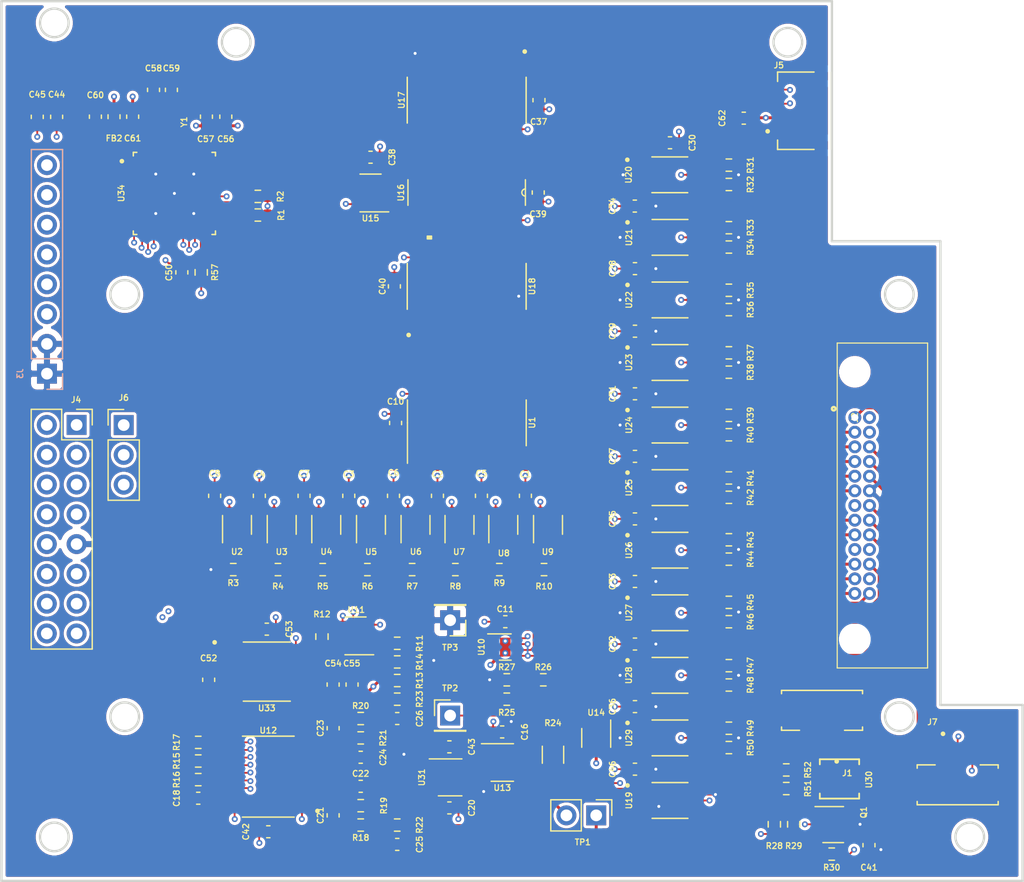
<source format=kicad_pcb>
(kicad_pcb (version 20171130) (host pcbnew "(5.1.10)-1")
  (layers (0 F.Cu signal) (1 In1.Cu signal) (2 In2.Cu signal) (31 B.Cu signal) (34 B.Paste user) (35 F.Paste user) (36 B.SilkS user) (37 F.SilkS user) (38 B.Mask user) (39 F.Mask user) (44 Edge.Cuts user))
  (net 0 "")
  (net 1 GND)
  (net 2 +3V3)
  (net 3 "Net-(C18-Pad1)")
  (net 4 "Net-(C21-Pad2)")
  (net 5 "Net-(C21-Pad1)")
  (net 6 "Net-(C23-Pad2)")
  (net 7 "Net-(C23-Pad1)")
  (net 8 "Net-(C25-Pad1)")
  (net 9 "Net-(C26-Pad1)")
  (net 10 "Net-(C41-Pad2)")
  (net 11 "Net-(C43-Pad1)")
  (net 12 PAYLOAD_RST)
  (net 13 "Net-(C52-Pad2)")
  (net 14 "Net-(C52-Pad1)")
  (net 15 -3V3)
  (net 16 "Net-(C58-Pad2)")
  (net 17 "Net-(C59-Pad2)")
  (net 18 "Net-(C60-Pad1)")
  (net 19 "Net-(J1-Pad2)")
  (net 20 "Net-(J2-Pad26)")
  (net 21 "Net-(J2-Pad24)")
  (net 22 "Net-(J2-Pad22)")
  (net 23 "Net-(J2-Pad21)")
  (net 24 "Net-(J2-Pad20)")
  (net 25 "Net-(J2-Pad18)")
  (net 26 "Net-(J2-Pad17)")
  (net 27 "Net-(J2-Pad16)")
  (net 28 "Net-(J2-Pad13)")
  (net 29 "Net-(J2-Pad12)")
  (net 30 "Net-(J2-Pad11)")
  (net 31 "Net-(J2-Pad9)")
  (net 32 "Net-(J2-Pad8)")
  (net 33 "Net-(J2-Pad6)")
  (net 34 "Net-(J2-Pad5)")
  (net 35 "Net-(J2-Pad4)")
  (net 36 "Net-(J2-Pad3)")
  (net 37 "Net-(J2-Pad2)")
  (net 38 "Net-(J2-Pad1)")
  (net 39 "Net-(Q1-Pad3)")
  (net 40 "Net-(Q1-Pad1)")
  (net 41 "/Payload Controller/SCL")
  (net 42 "/Payload Controller/SDA")
  (net 43 "Net-(R3-Pad1)")
  (net 44 "Net-(R4-Pad1)")
  (net 45 "Net-(R5-Pad1)")
  (net 46 "Net-(R6-Pad1)")
  (net 47 "Net-(R7-Pad1)")
  (net 48 "Net-(R8-Pad1)")
  (net 49 "Net-(R10-Pad2)")
  (net 50 "/Curve Tracer/LADDER_VOLTAGE")
  (net 51 "Net-(R11-Pad2)")
  (net 52 "Net-(R11-Pad1)")
  (net 53 "Net-(R12-Pad2)")
  (net 54 "/Curve Tracer/ADC_CS")
  (net 55 "/Curve Tracer/ADC_DRDY")
  (net 56 "/Curve Tracer/ADC_SYNC")
  (net 57 "Net-(R22-Pad2)")
  (net 58 "Net-(R23-Pad2)")
  (net 59 "/Perovskite Switches/PANEL_POSITIVE")
  (net 60 "Net-(R25-Pad2)")
  (net 61 "Net-(R25-Pad1)")
  (net 62 "/Payload Controller/ENABLE_TEST_SOURCE")
  (net 63 "Net-(R31-Pad2)")
  (net 64 "Net-(R32-Pad2)")
  (net 65 "Net-(R33-Pad2)")
  (net 66 "Net-(R34-Pad2)")
  (net 67 "Net-(R35-Pad2)")
  (net 68 "Net-(R36-Pad2)")
  (net 69 "Net-(R37-Pad2)")
  (net 70 "Net-(R38-Pad2)")
  (net 71 "Net-(R39-Pad2)")
  (net 72 "Net-(R40-Pad2)")
  (net 73 "Net-(R41-Pad2)")
  (net 74 "Net-(R42-Pad2)")
  (net 75 "Net-(R43-Pad2)")
  (net 76 "Net-(R44-Pad2)")
  (net 77 "Net-(R45-Pad2)")
  (net 78 "Net-(R46-Pad2)")
  (net 79 "Net-(R47-Pad2)")
  (net 80 "Net-(R48-Pad2)")
  (net 81 "Net-(R49-Pad2)")
  (net 82 "Net-(R50-Pad2)")
  (net 83 "Net-(R51-Pad2)")
  (net 84 "Net-(R51-Pad1)")
  (net 85 "Net-(R52-Pad2)")
  (net 86 "Net-(J4-Pad4)")
  (net 87 "Net-(J4-Pad2)")
  (net 88 "Net-(U1-Pad15)")
  (net 89 "/Payload Controller/LADDER_LATCH")
  (net 90 "/Payload Controller/~LADDER_EN")
  (net 91 "/Payload Controller/LADDER_CLOCK")
  (net 92 "/Payload Controller/~LADDER_RESET")
  (net 93 "Net-(U1-Pad9)")
  (net 94 "Net-(U1-Pad7)")
  (net 95 "Net-(U1-Pad6)")
  (net 96 "Net-(U1-Pad5)")
  (net 97 "Net-(U1-Pad4)")
  (net 98 "Net-(U1-Pad3)")
  (net 99 "Net-(U1-Pad2)")
  (net 100 "Net-(U1-Pad1)")
  (net 101 "Net-(U2-Pad5)")
  (net 102 "Net-(U3-Pad5)")
  (net 103 "Net-(U4-Pad5)")
  (net 104 "Net-(U5-Pad5)")
  (net 105 "Net-(U6-Pad5)")
  (net 106 "Net-(U7-Pad5)")
  (net 107 "Net-(U8-Pad5)")
  (net 108 "Net-(U9-Pad5)")
  (net 109 "/Curve Tracer/ADC_CLK")
  (net 110 "/Curve Tracer/MOSI")
  (net 111 "/Curve Tracer/MISO")
  (net 112 "/Curve Tracer/SCLK")
  (net 113 "Net-(U12-Pad8)")
  (net 114 "Net-(U12-Pad7)")
  (net 115 "Net-(U12-Pad6)")
  (net 116 "Net-(U12-Pad5)")
  (net 117 "Net-(U13-Pad6)")
  (net 118 "Net-(U15-Pad4)")
  (net 119 "/Payload Controller/ENABLE_PANEL_SWITCH")
  (net 120 "Net-(U15-Pad1)")
  (net 121 "/Payload Controller/RESET_PANEL_SWITCH")
  (net 122 "Net-(U16-Pad14)")
  (net 123 "Net-(U16-Pad13)")
  (net 124 "Net-(U16-Pad12)")
  (net 125 "Net-(U16-Pad11)")
  (net 126 "/Payload Controller/10-19_CLOCK")
  (net 127 "Net-(U16-Pad6)")
  (net 128 "Net-(U16-Pad5)")
  (net 129 "Net-(U16-Pad4)")
  (net 130 "Net-(U16-Pad3)")
  (net 131 "/Payload Controller/0-9_CLOCK")
  (net 132 "Net-(U17-Pad15)")
  (net 133 "Net-(U17-Pad14)")
  (net 134 "Net-(U17-Pad9)")
  (net 135 "Net-(U17-Pad7)")
  (net 136 "Net-(U17-Pad6)")
  (net 137 "Net-(U17-Pad5)")
  (net 138 "Net-(U17-Pad4)")
  (net 139 "Net-(U17-Pad3)")
  (net 140 "Net-(U17-Pad2)")
  (net 141 "Net-(U17-Pad1)")
  (net 142 "Net-(U18-Pad9)")
  (net 143 "Net-(U18-Pad7)")
  (net 144 "Net-(U18-Pad6)")
  (net 145 "Net-(U18-Pad5)")
  (net 146 "Net-(U18-Pad4)")
  (net 147 "Net-(U18-Pad3)")
  (net 148 "Net-(U18-Pad2)")
  (net 149 "Net-(U18-Pad1)")
  (net 150 "/Payload Controller/REVERSE_BIAS")
  (net 151 "Net-(U33-Pad7)")
  (net 152 "Net-(U33-Pad1)")
  (net 153 FAULT)
  (net 154 "Net-(U34-Pad27)")
  (net 155 TDO)
  (net 156 "Net-(U34-Pad8)")
  (net 157 "Net-(U34-Pad7)")
  (net 158 "Net-(U34-Pad6)")
  (net 159 "Net-(U34-Pad5)")
  (net 160 "Net-(U34-Pad2)")
  (net 161 "Net-(U34-Pad1)")
  (net 162 "Net-(U34-Pad45)")
  (net 163 "Net-(U34-Pad42)")
  (net 164 "Net-(U34-Pad38)")
  (net 165 TEST)
  (net 166 RX_IN)
  (net 167 TX_OUT)
  (net 168 TCK)
  (net 169 TMS)
  (net 170 TDI)
  (net 171 "Net-(J4-Pad14)")
  (net 172 "Net-(J4-Pad13)")
  (net 173 "Net-(J4-Pad12)")
  (net 174 "Net-(J4-Pad10)")
  (net 175 "Net-(J4-Pad6)")
  (net 176 "Net-(U19-Pad10)")
  (net 177 "/Payload Controller/ALERT")
  (net 178 "Net-(U34-Pad19)")
  (net 179 "Net-(U14-Pad4)")
  (net 180 "Net-(U14-Pad3)")
  (net 181 "Net-(U14-Pad1)")
  (net 182 "Net-(J1-Pad3)")
  (net 183 "/Perovskite Switches/GAAS_TEMP")
  (net 184 "Net-(J7-Pad1)")
  (net 185 "Net-(R24-Pad2)")
  (module Connector_PinHeader_2.54mm:PinHeader_1x01_P2.54mm_Vertical (layer F.Cu) (at 151.257 113.665 180)
    (fp_text reference TP3 (at 0 -2.33) (layer F.SilkS) (effects (font (size 0.5 0.5) (thickness 0.1))))
    (fp_text value "Voltage Test-")
    (pad 1 thru_hole rect (at 0 0 180) (size 1.7 1.7) (drill 1) (layers *.Cu *.Mask) (net 1 GND))
  )
  (module Connector_PinHeader_2.54mm:PinHeader_1x01_P2.54mm_Vertical (layer F.Cu) (at 151.257 121.793)
    (fp_text reference TP2 (at 0 -2.33) (layer F.SilkS) (effects (font (size 0.5 0.5) (thickness 0.1))))
    (fp_text value "Voltage Test+")
    (pad 1 thru_hole rect (at 0 0) (size 1.7 1.7) (drill 1) (layers *.Cu *.Mask) (net 60 "Net-(R25-Pad2)"))
  )
  (module Connector_PinHeader_2.54mm:PinHeader_1x02_P2.54mm_Vertical (layer F.Cu) (at 163.703 130.302 270)
    (fp_text reference TP1 (at 2.286 1.143 180) (layer F.SilkS) (effects (font (size 0.5 0.5) (thickness 0.1))))
    (fp_text value "Current Test")
    (pad 2 thru_hole oval (at 0 2.54 270) (size 1.7 1.7) (drill 1) (layers *.Cu *.Mask) (net 185 "Net-(R24-Pad2)"))
    (pad 1 thru_hole rect (at 0 0 270) (size 1.7 1.7) (drill 1) (layers *.Cu *.Mask) (net 59 "/Perovskite Switches/PANEL_POSITIVE"))
  )
  (module "DF13C-3P-1:HRS_DF13C-3P-1.25V(21)" (layer F.Cu) (at 194.5005 127.6985)
    (fp_text reference J7 (at -2.15 -5.35) (layer F.SilkS) (effects (font (size 0.5 0.5) (thickness 0.1))))
    (fp_text value "GaAs Temp")
    (pad 3 smd rect (at 1.25 -2.7) (size 0.7 1.8) (layers F.Cu F.Paste F.Mask) (net 183 "/Perovskite Switches/GAAS_TEMP"))
    (pad 2 smd rect (at 0 -2.7) (size 0.7 1.8) (layers F.Cu F.Paste F.Mask) (net 2 +3V3))
    (pad 1 smd rect (at -1.25 -2.7) (size 0.7 1.8) (layers F.Cu F.Paste F.Mask) (net 184 "Net-(J7-Pad1)"))
    (pad S1 smd rect (at -3.6 0) (size 1.6 2.2) (layers F.Cu F.Paste F.Mask))
    (pad S2 smd rect (at 3.6 0) (size 1.6 2.2) (layers F.Cu F.Paste F.Mask))
  )
  (module "DF13C-3P-1:HRS_DF13C-3P-1.25V(21)" (layer F.Cu) (at 182.9435 121.3485 180)
    (fp_text reference J1 (at -2.15 -5.35) (layer F.SilkS) (effects (font (size 0.5 0.5) (thickness 0.1))))
    (fp_text value "GaAs Cell")
    (pad 3 smd rect (at 1.25 -2.7 180) (size 0.7 1.8) (layers F.Cu F.Paste F.Mask) (net 182 "Net-(J1-Pad3)"))
    (pad 2 smd rect (at 0 -2.7 180) (size 0.7 1.8) (layers F.Cu F.Paste F.Mask) (net 19 "Net-(J1-Pad2)"))
    (pad 1 smd rect (at -1.25 -2.7 180) (size 0.7 1.8) (layers F.Cu F.Paste F.Mask) (net 1 GND))
    (pad S1 smd rect (at -3.6 0 180) (size 1.6 2.2) (layers F.Cu F.Paste F.Mask))
    (pad S2 smd rect (at 3.6 0 180) (size 1.6 2.2) (layers F.Cu F.Paste F.Mask))
  )
  (module ul_ADG841YKSZ-500RL7:ADG841YKSZ-500RL7 (layer F.Cu) (at 163.703 123.698 270)
    (fp_text reference U14 (at -2.159 0) (layer F.SilkS) (effects (font (size 0.5 0.5) (thickness 0.1))))
    (fp_text value 74LVC1G332 hide)
    (pad 6 smd rect (at 1.11125 -0.649999 270) (size 0.8763 0.3556) (layers F.Cu F.Paste F.Mask) (net 150 "/Payload Controller/REVERSE_BIAS"))
    (pad 5 smd rect (at 1.11125 0 270) (size 0.8763 0.3556) (layers F.Cu F.Paste F.Mask) (net 2 +3V3))
    (pad 4 smd rect (at 1.11125 0.649999 270) (size 0.8763 0.3556) (layers F.Cu F.Paste F.Mask) (net 179 "Net-(U14-Pad4)"))
    (pad 3 smd rect (at -1.11125 0.649999 270) (size 0.8763 0.3556) (layers F.Cu F.Paste F.Mask) (net 180 "Net-(U14-Pad3)"))
    (pad 2 smd rect (at -1.11125 0 270) (size 0.8763 0.3556) (layers F.Cu F.Paste F.Mask) (net 1 GND))
    (pad 1 smd rect (at -1.11125 -0.649999 270) (size 0.8763 0.3556) (layers F.Cu F.Paste F.Mask) (net 181 "Net-(U14-Pad1)"))
  )
  (module Package_TO_SOT_SMD:TSOT-23-6 (layer F.Cu) (at 183.896 131.064)
    (fp_text reference Q1 (at 2.6035 -1.016 90) (layer F.SilkS) (effects (font (size 0.5 0.5) (thickness 0.1))))
    (fp_text value DMC2053UVT)
    (pad 6 smd rect (at 1.31 -0.95) (size 1.22 0.65) (layers F.Cu F.Paste F.Mask) (net 39 "Net-(Q1-Pad3)"))
    (pad 5 smd rect (at 1.31 0) (size 1.22 0.65) (layers F.Cu F.Paste F.Mask) (net 1 GND))
    (pad 4 smd rect (at 1.31 0.95) (size 1.22 0.65) (layers F.Cu F.Paste F.Mask) (net 10 "Net-(C41-Pad2)"))
    (pad 3 smd rect (at -1.31 0.95) (size 1.22 0.65) (layers F.Cu F.Paste F.Mask) (net 39 "Net-(Q1-Pad3)"))
    (pad 2 smd rect (at -1.31 0) (size 1.22 0.65) (layers F.Cu F.Paste F.Mask) (net 2 +3V3))
    (pad 1 smd rect (at -1.31 -0.95) (size 1.22 0.65) (layers F.Cu F.Paste F.Mask) (net 40 "Net-(Q1-Pad1)"))
  )
  (module Package_SON:WSON-8-1EP_2x2mm_P0.5mm_EP0.9x1.6mm (layer F.Cu) (at 155.956 115.951)
    (fp_text reference U10 (at -2.032 0 90) (layer F.SilkS) (effects (font (size 0.5 0.5) (thickness 0.1))))
    (fp_text value OPA2387)
    (pad 6 smd rect (at 0.95 0.25) (size 0.5 0.25) (layers F.Cu F.Paste F.Mask) (net 51 "Net-(R11-Pad2)"))
    (pad 5 smd rect (at 0.95 0.75) (size 0.5 0.25) (layers F.Cu F.Paste F.Mask) (net 50 "/Curve Tracer/LADDER_VOLTAGE"))
    (pad 4 smd rect (at -0.95 0.75) (size 0.5 0.25) (layers F.Cu F.Paste F.Mask) (net 15 -3V3))
    (pad 2 smd rect (at -0.95 -0.25) (size 0.5 0.25) (layers F.Cu F.Paste F.Mask) (net 58 "Net-(R23-Pad2)"))
    (pad 1 smd rect (at -0.95 -0.75) (size 0.5 0.25) (layers F.Cu F.Paste F.Mask) (net 58 "Net-(R23-Pad2)"))
    (pad 9 smd rect (at 0 0) (size 0.9 1.6) (layers F.Cu F.Mask) (net 15 -3V3))
    (pad 8 smd rect (at 0.95 -0.75) (size 0.5 0.25) (layers F.Cu F.Paste F.Mask) (net 2 +3V3))
    (pad 7 smd rect (at 0.95 -0.25) (size 0.5 0.25) (layers F.Cu F.Paste F.Mask) (net 50 "/Curve Tracer/LADDER_VOLTAGE"))
    (pad 3 smd rect (at -0.95 0.25) (size 0.5 0.25) (layers F.Cu F.Paste F.Mask) (net 61 "Net-(R25-Pad1)"))
  )
  (module Resistor_SMD:R_0603_1608Metric (layer F.Cu) (at 183.769 133.604 180)
    (fp_text reference R30 (at 0 -1.143) (layer F.SilkS) (effects (font (size 0.5 0.5) (thickness 0.1))))
    (fp_text value 10k)
    (pad 2 smd roundrect (at 0.825 0 180) (size 0.8 0.95) (layers F.Cu F.Paste F.Mask) (net 39 "Net-(Q1-Pad3)"))
    (pad 1 smd roundrect (at -0.825 0 180) (size 0.8 0.95) (layers F.Cu F.Paste F.Mask) (net 2 +3V3))
  )
  (module Connector_PinHeader_2.54mm:PinHeader_1x03_P2.54mm_Vertical (layer F.Cu) (at 123.444 97.028)
    (fp_text reference J6 (at 0 -2.33) (layer F.SilkS) (effects (font (size 0.5 0.5) (thickness 0.1))))
    (fp_text value Conn_01x03_Male)
    (pad 3 thru_hole oval (at 0 5.08) (size 1.7 1.7) (drill 1) (layers *.Cu *.Mask) (net 86 "Net-(J4-Pad4)"))
    (pad 2 thru_hole oval (at 0 2.54) (size 1.7 1.7) (drill 1) (layers *.Cu *.Mask) (net 2 +3V3))
    (pad 1 thru_hole rect (at 0 0) (size 1.7 1.7) (drill 1) (layers *.Cu *.Mask) (net 87 "Net-(J4-Pad2)"))
  )
  (module LIB_G125-MH12605M4R:G125-MH12605M4R (layer F.Cu) (at 185.7375 96.386 90)
    (fp_text reference J2 (at 0 0 90) (layer F.SilkS) (effects (font (size 0.5 0.5) (thickness 0.1))))
    (fp_text value G125-MH12605M4R hide)
    (pad 28 np_thru_hole circle (at -18.9 0 90) (size 2.2 0) (drill 2.2) (layers *.Cu *.Mask))
    (pad 27 np_thru_hole circle (at 3.9 0 90) (size 2.2 0) (drill 2.2) (layers *.Cu *.Mask))
    (pad 26 thru_hole circle (at -15 1.25 90) (size 1.1 1.1) (drill 0.6) (layers *.Cu *.Mask) (net 20 "Net-(J2-Pad26)"))
    (pad 25 thru_hole circle (at -13.75 1.25 90) (size 1.1 1.1) (drill 0.6) (layers *.Cu *.Mask) (net 177 "/Payload Controller/ALERT"))
    (pad 24 thru_hole circle (at -12.5 1.25 90) (size 1.1 1.1) (drill 0.6) (layers *.Cu *.Mask) (net 21 "Net-(J2-Pad24)"))
    (pad 23 thru_hole circle (at -11.25 1.25 90) (size 1.1 1.1) (drill 0.6) (layers *.Cu *.Mask) (net 41 "/Payload Controller/SCL"))
    (pad 22 thru_hole circle (at -10 1.25 90) (size 1.1 1.1) (drill 0.6) (layers *.Cu *.Mask) (net 22 "Net-(J2-Pad22)"))
    (pad 21 thru_hole circle (at -8.75 1.25 90) (size 1.1 1.1) (drill 0.6) (layers *.Cu *.Mask) (net 23 "Net-(J2-Pad21)"))
    (pad 20 thru_hole circle (at -7.5 1.25 90) (size 1.1 1.1) (drill 0.6) (layers *.Cu *.Mask) (net 24 "Net-(J2-Pad20)"))
    (pad 19 thru_hole circle (at -6.25 1.25 90) (size 1.1 1.1) (drill 0.6) (layers *.Cu *.Mask) (net 1 GND))
    (pad 18 thru_hole circle (at -5 1.25 90) (size 1.1 1.1) (drill 0.6) (layers *.Cu *.Mask) (net 25 "Net-(J2-Pad18)"))
    (pad 17 thru_hole circle (at -3.75 1.25 90) (size 1.1 1.1) (drill 0.6) (layers *.Cu *.Mask) (net 26 "Net-(J2-Pad17)"))
    (pad 16 thru_hole circle (at -2.5 1.25 90) (size 1.1 1.1) (drill 0.6) (layers *.Cu *.Mask) (net 27 "Net-(J2-Pad16)"))
    (pad 15 thru_hole circle (at -1.25 1.25 90) (size 1.1 1.1) (drill 0.6) (layers *.Cu *.Mask) (net 42 "/Payload Controller/SDA"))
    (pad 14 thru_hole circle (at 0 1.25 90) (size 1.1 1.1) (drill 0.6) (layers *.Cu *.Mask) (net 2 +3V3))
    (pad 13 thru_hole circle (at -15 0 90) (size 1.1 1.1) (drill 0.6) (layers *.Cu *.Mask) (net 28 "Net-(J2-Pad13)"))
    (pad 12 thru_hole circle (at -13.75 0 90) (size 1.1 1.1) (drill 0.6) (layers *.Cu *.Mask) (net 29 "Net-(J2-Pad12)"))
    (pad 11 thru_hole circle (at -12.5 0 90) (size 1.1 1.1) (drill 0.6) (layers *.Cu *.Mask) (net 30 "Net-(J2-Pad11)"))
    (pad 10 thru_hole circle (at -11.25 0 90) (size 1.1 1.1) (drill 0.6) (layers *.Cu *.Mask) (net 177 "/Payload Controller/ALERT"))
    (pad 9 thru_hole circle (at -10 0 90) (size 1.1 1.1) (drill 0.6) (layers *.Cu *.Mask) (net 31 "Net-(J2-Pad9)"))
    (pad 8 thru_hole circle (at -8.75 0 90) (size 1.1 1.1) (drill 0.6) (layers *.Cu *.Mask) (net 32 "Net-(J2-Pad8)"))
    (pad 7 thru_hole circle (at -7.5 0 90) (size 1.1 1.1) (drill 0.6) (layers *.Cu *.Mask) (net 177 "/Payload Controller/ALERT"))
    (pad 6 thru_hole circle (at -6.25 0 90) (size 1.1 1.1) (drill 0.6) (layers *.Cu *.Mask) (net 33 "Net-(J2-Pad6)"))
    (pad 5 thru_hole circle (at -5 0 90) (size 1.1 1.1) (drill 0.6) (layers *.Cu *.Mask) (net 34 "Net-(J2-Pad5)"))
    (pad 4 thru_hole circle (at -3.75 0 90) (size 1.1 1.1) (drill 0.6) (layers *.Cu *.Mask) (net 35 "Net-(J2-Pad4)"))
    (pad 3 thru_hole circle (at -2.5 0 90) (size 1.1 1.1) (drill 0.6) (layers *.Cu *.Mask) (net 36 "Net-(J2-Pad3)"))
    (pad 2 thru_hole circle (at -1.25 0 90) (size 1.1 1.1) (drill 0.6) (layers *.Cu *.Mask) (net 37 "Net-(J2-Pad2)"))
    (pad 1 thru_hole circle (at 0 0 90) (size 1.1 1.1) (drill 0.6) (layers *.Cu *.Mask) (net 38 "Net-(J2-Pad1)"))
  )
  (module Resistor_SMD:R_1206_3216Metric (layer F.Cu) (at 160.02 125.1331 270)
    (fp_text reference R24 (at -2.7051 0 180) (layer F.SilkS) (effects (font (size 0.5 0.5) (thickness 0.1))))
    (fp_text value 510m)
    (pad 2 smd roundrect (at 1.4625 0 270) (size 1.125 1.75) (layers F.Cu F.Paste F.Mask) (roundrect_rratio 0.222222) (net 185 "Net-(R24-Pad2)"))
    (pad 1 smd roundrect (at -1.4625 0 270) (size 1.125 1.75) (layers F.Cu F.Paste F.Mask) (roundrect_rratio 0.222222) (net 50 "/Curve Tracer/LADDER_VOLTAGE"))
  )
  (module Capacitor_SMD:C_0603_1608Metric (layer F.Cu) (at 167.005 126.365)
    (fp_text reference C46 (at -1.905 0 270) (layer F.SilkS) (effects (font (size 0.5 0.5) (thickness 0.1))))
    (fp_text value 0.1u)
    (pad 1 smd roundrect (at -0.775 0) (size 0.9 0.95) (layers F.Cu F.Paste F.Mask) (net 2 +3V3))
    (pad 2 smd roundrect (at 0.775 0) (size 0.9 0.95) (layers F.Cu F.Paste F.Mask) (net 1 GND))
  )
  (module 0781710004:MOLEX_0781710004 (layer F.Cu) (at 179.2605 70.231 90)
    (fp_text reference J5 (at 3.8735 0 180) (layer F.SilkS) (effects (font (size 0.5 0.5) (thickness 0.1))))
    (fp_text value 0781710004)
    (pad 1 smd rect (at -1.8 0 90) (size 0.6 0.85) (layers F.Cu F.Paste F.Mask) (net 1 GND))
    (pad S2 smd rect (at -2.95 3.775 90) (size 0.7 0.8) (layers F.Cu F.Paste F.Mask) (net 1 GND))
    (pad S1 smd rect (at 2.95 3.775 90) (size 0.7 0.8) (layers F.Cu F.Paste F.Mask) (net 1 GND))
    (pad 2 smd rect (at -0.6 0 90) (size 0.6 0.85) (layers F.Cu F.Paste F.Mask) (net 2 +3V3))
    (pad 3 smd rect (at 0.6 0 90) (size 0.6 0.85) (layers F.Cu F.Paste F.Mask) (net 41 "/Payload Controller/SCL"))
    (pad 4 smd rect (at 1.8 0 90) (size 0.6 0.85) (layers F.Cu F.Paste F.Mask) (net 42 "/Payload Controller/SDA"))
  )
  (module Connector_PinSocket_2.54mm:PinSocket_2x08_P2.54mm_Vertical (layer F.Cu) (at 119.4308 97.0153)
    (fp_text reference J4 (at -0.0508 -2.1463 180) (layer F.SilkS) (effects (font (size 0.5 0.5) (thickness 0.1))))
    (fp_text value Conn_02x07_Odd_Even)
    (pad 16 thru_hole oval (at -2.54 17.78) (size 1.7 1.7) (drill 1) (layers *.Cu *.Mask))
    (pad 15 thru_hole oval (at 0 17.78) (size 1.7 1.7) (drill 1) (layers *.Cu *.Mask))
    (pad 14 thru_hole oval (at -2.54 15.24) (size 1.7 1.7) (drill 1) (layers *.Cu *.Mask) (net 171 "Net-(J4-Pad14)"))
    (pad 13 thru_hole oval (at 0 15.24) (size 1.7 1.7) (drill 1) (layers *.Cu *.Mask) (net 172 "Net-(J4-Pad13)"))
    (pad 12 thru_hole oval (at -2.54 12.7) (size 1.7 1.7) (drill 1) (layers *.Cu *.Mask) (net 173 "Net-(J4-Pad12)"))
    (pad 11 thru_hole oval (at 0 12.7) (size 1.7 1.7) (drill 1) (layers *.Cu *.Mask) (net 12 PAYLOAD_RST))
    (pad 10 thru_hole oval (at -2.54 10.16) (size 1.7 1.7) (drill 1) (layers *.Cu *.Mask) (net 174 "Net-(J4-Pad10)"))
    (pad 9 thru_hole oval (at 0 10.16) (size 1.7 1.7) (drill 1) (layers *.Cu *.Mask) (net 1 GND))
    (pad 8 thru_hole oval (at -2.54 7.62) (size 1.7 1.7) (drill 1) (layers *.Cu *.Mask) (net 165 TEST))
    (pad 7 thru_hole oval (at 0 7.62) (size 1.7 1.7) (drill 1) (layers *.Cu *.Mask) (net 168 TCK))
    (pad 6 thru_hole oval (at -2.54 5.08) (size 1.7 1.7) (drill 1) (layers *.Cu *.Mask) (net 175 "Net-(J4-Pad6)"))
    (pad 5 thru_hole oval (at 0 5.08) (size 1.7 1.7) (drill 1) (layers *.Cu *.Mask) (net 169 TMS))
    (pad 4 thru_hole oval (at -2.54 2.54) (size 1.7 1.7) (drill 1) (layers *.Cu *.Mask) (net 86 "Net-(J4-Pad4)"))
    (pad 3 thru_hole oval (at 0 2.54) (size 1.7 1.7) (drill 1) (layers *.Cu *.Mask) (net 170 TDI))
    (pad 2 thru_hole oval (at -2.54 0) (size 1.7 1.7) (drill 1) (layers *.Cu *.Mask) (net 87 "Net-(J4-Pad2)"))
    (pad 1 thru_hole rect (at 0 0) (size 1.7 1.7) (drill 1) (layers *.Cu *.Mask) (net 155 TDO))
  )
  (module Connector_PinSocket_2.54mm:PinSocket_1x08_P2.54mm_Vertical (layer B.Cu) (at 116.9035 92.6465)
    (fp_text reference J3 (at -2.286 0 270) (layer B.SilkS) (effects (font (size 0.5 0.5) (thickness 0.1)) (justify mirror)))
    (fp_text value Conn_01x08_Female)
    (pad 8 thru_hole oval (at 0 -17.78) (size 1.7 1.7) (drill 1) (layers *.Cu *.Mask) (net 2 +3V3))
    (pad 7 thru_hole oval (at 0 -15.24) (size 1.7 1.7) (drill 1) (layers *.Cu *.Mask) (net 2 +3V3))
    (pad 6 thru_hole oval (at 0 -12.7) (size 1.7 1.7) (drill 1) (layers *.Cu *.Mask) (net 153 FAULT))
    (pad 5 thru_hole oval (at 0 -10.16) (size 1.7 1.7) (drill 1) (layers *.Cu *.Mask) (net 12 PAYLOAD_RST))
    (pad 4 thru_hole oval (at 0 -7.62) (size 1.7 1.7) (drill 1) (layers *.Cu *.Mask) (net 166 RX_IN))
    (pad 3 thru_hole oval (at 0 -5.08) (size 1.7 1.7) (drill 1) (layers *.Cu *.Mask) (net 167 TX_OUT))
    (pad 2 thru_hole oval (at 0 -2.54) (size 1.7 1.7) (drill 1) (layers *.Cu *.Mask) (net 1 GND))
    (pad 1 thru_hole rect (at 0 0) (size 1.7 1.7) (drill 1) (layers *.Cu *.Mask) (net 1 GND))
  )
  (module ul_LT6654AMPS6-1-25-TRMPBF:LT6654AMPS6-1.25-TRMPBF (layer F.Cu) (at 151.257 127.0635)
    (fp_text reference U31 (at -2.413 0 270) (layer F.SilkS) (effects (font (size 0.5 0.5) (thickness 0.1))))
    (fp_text value LT6654AMPS6-1.25)
    (pad 6 smd rect (at 1.31445 -0.950001) (size 0.8763 0.508) (layers F.Cu F.Paste F.Mask) (net 11 "Net-(C43-Pad1)"))
    (pad 5 smd rect (at 1.31445 0) (size 0.8763 0.508) (layers F.Cu F.Paste F.Mask))
    (pad 4 smd rect (at 1.31445 0.950001) (size 0.8763 0.508) (layers F.Cu F.Paste F.Mask) (net 2 +3V3))
    (pad 3 smd rect (at -1.31445 0.950001) (size 0.8763 0.508) (layers F.Cu F.Paste F.Mask))
    (pad 2 smd rect (at -1.31445 0) (size 0.8763 0.508) (layers F.Cu F.Paste F.Mask) (net 1 GND))
    (pad 1 smd rect (at -1.31445 -0.950001) (size 0.8763 0.508) (layers F.Cu F.Paste F.Mask) (net 1 GND))
  )
  (module ul_INA190A4IDDFR:INA190A4IDDFR (layer F.Cu) (at 155.702 125.7935)
    (fp_text reference U13 (at 0 2.159) (layer F.SilkS) (effects (font (size 0.5 0.5) (thickness 0.1))))
    (fp_text value INA190A4IDDFR)
    (pad 8 smd rect (at 1.32715 -0.974999) (size 1.0033 0.4572) (layers F.Cu F.Paste F.Mask) (net 50 "/Curve Tracer/LADDER_VOLTAGE"))
    (pad 7 smd rect (at 1.32715 -0.325001) (size 1.0033 0.4572) (layers F.Cu F.Paste F.Mask) (net 185 "Net-(R24-Pad2)"))
    (pad 6 smd rect (at 1.32715 0.325001) (size 1.0033 0.4572) (layers F.Cu F.Paste F.Mask) (net 117 "Net-(U13-Pad6)"))
    (pad 5 smd rect (at 1.32715 0.974999) (size 1.0033 0.4572) (layers F.Cu F.Paste F.Mask) (net 57 "Net-(R22-Pad2)"))
    (pad 4 smd rect (at -1.32715 0.974999) (size 1.0033 0.4572) (layers F.Cu F.Paste F.Mask) (net 1 GND))
    (pad 3 smd rect (at -1.32715 0.325001) (size 1.0033 0.4572) (layers F.Cu F.Paste F.Mask) (net 11 "Net-(C43-Pad1)"))
    (pad 2 smd rect (at -1.32715 -0.325001) (size 1.0033 0.4572) (layers F.Cu F.Paste F.Mask) (net 2 +3V3))
    (pad 1 smd rect (at -1.32715 -0.974999) (size 1.0033 0.4572) (layers F.Cu F.Paste F.Mask) (net 2 +3V3))
  )
  (module ul_ADG841YKSZ-500RL7:ADG841YKSZ-500RL7 (layer F.Cu) (at 159.5955 105.537 90)
    (fp_text reference U9 (at -2.2995 -0.02) (layer F.SilkS) (effects (font (size 0.5 0.5) (thickness 0.1))))
    (fp_text value ADG841YKSZ-500RL7 hide)
    (pad 6 smd rect (at 1.11125 -0.649999 90) (size 0.8763 0.3556) (layers F.Cu F.Paste F.Mask) (net 2 +3V3))
    (pad 5 smd rect (at 1.11125 0 90) (size 0.8763 0.3556) (layers F.Cu F.Paste F.Mask) (net 108 "Net-(U9-Pad5)"))
    (pad 4 smd rect (at 1.11125 0.649999 90) (size 0.8763 0.3556) (layers F.Cu F.Paste F.Mask) (net 94 "Net-(U1-Pad7)"))
    (pad 3 smd rect (at -1.11125 0.649999 90) (size 0.8763 0.3556) (layers F.Cu F.Paste F.Mask) (net 1 GND))
    (pad 2 smd rect (at -1.11125 0 90) (size 0.8763 0.3556) (layers F.Cu F.Paste F.Mask) (net 50 "/Curve Tracer/LADDER_VOLTAGE"))
    (pad 1 smd rect (at -1.11125 -0.649999 90) (size 0.8763 0.3556) (layers F.Cu F.Paste F.Mask) (net 49 "Net-(R10-Pad2)"))
  )
  (module ul_ADG841YKSZ-500RL7:ADG841YKSZ-500RL7 (layer F.Cu) (at 155.7855 105.537 90)
    (fp_text reference U8 (at -2.413 0.0435) (layer F.SilkS) (effects (font (size 0.5 0.5) (thickness 0.1))))
    (fp_text value ADG841YKSZ-500RL7 hide)
    (pad 6 smd rect (at 1.11125 -0.649999 90) (size 0.8763 0.3556) (layers F.Cu F.Paste F.Mask) (net 2 +3V3))
    (pad 5 smd rect (at 1.11125 0 90) (size 0.8763 0.3556) (layers F.Cu F.Paste F.Mask) (net 107 "Net-(U8-Pad5)"))
    (pad 4 smd rect (at 1.11125 0.649999 90) (size 0.8763 0.3556) (layers F.Cu F.Paste F.Mask) (net 95 "Net-(U1-Pad6)"))
    (pad 3 smd rect (at -1.11125 0.649999 90) (size 0.8763 0.3556) (layers F.Cu F.Paste F.Mask) (net 1 GND))
    (pad 2 smd rect (at -1.11125 0 90) (size 0.8763 0.3556) (layers F.Cu F.Paste F.Mask) (net 49 "Net-(R10-Pad2)"))
    (pad 1 smd rect (at -1.11125 -0.649999 90) (size 0.8763 0.3556) (layers F.Cu F.Paste F.Mask) (net 48 "Net-(R8-Pad1)"))
  )
  (module ul_ADG841YKSZ-500RL7:ADG841YKSZ-500RL7 (layer F.Cu) (at 152.0535 105.537 90)
    (fp_text reference U7 (at -2.2995 -0.0345) (layer F.SilkS) (effects (font (size 0.5 0.5) (thickness 0.1))))
    (fp_text value ADG841YKSZ-500RL7 hide)
    (pad 6 smd rect (at 1.11125 -0.649999 90) (size 0.8763 0.3556) (layers F.Cu F.Paste F.Mask) (net 2 +3V3))
    (pad 5 smd rect (at 1.11125 0 90) (size 0.8763 0.3556) (layers F.Cu F.Paste F.Mask) (net 106 "Net-(U7-Pad5)"))
    (pad 4 smd rect (at 1.11125 0.649999 90) (size 0.8763 0.3556) (layers F.Cu F.Paste F.Mask) (net 96 "Net-(U1-Pad5)"))
    (pad 3 smd rect (at -1.11125 0.649999 90) (size 0.8763 0.3556) (layers F.Cu F.Paste F.Mask) (net 1 GND))
    (pad 2 smd rect (at -1.11125 0 90) (size 0.8763 0.3556) (layers F.Cu F.Paste F.Mask) (net 48 "Net-(R8-Pad1)"))
    (pad 1 smd rect (at -1.11125 -0.649999 90) (size 0.8763 0.3556) (layers F.Cu F.Paste F.Mask) (net 47 "Net-(R7-Pad1)"))
  )
  (module ul_ADG841YKSZ-500RL7:ADG841YKSZ-500RL7 (layer F.Cu) (at 148.307 105.537 90)
    (fp_text reference U6 (at -2.286 0.029) (layer F.SilkS) (effects (font (size 0.5 0.5) (thickness 0.1))))
    (fp_text value ADG841YKSZ-500RL7 hide)
    (pad 6 smd rect (at 1.11125 -0.649999 90) (size 0.8763 0.3556) (layers F.Cu F.Paste F.Mask) (net 2 +3V3))
    (pad 5 smd rect (at 1.11125 0 90) (size 0.8763 0.3556) (layers F.Cu F.Paste F.Mask) (net 105 "Net-(U6-Pad5)"))
    (pad 4 smd rect (at 1.11125 0.649999 90) (size 0.8763 0.3556) (layers F.Cu F.Paste F.Mask) (net 97 "Net-(U1-Pad4)"))
    (pad 3 smd rect (at -1.11125 0.649999 90) (size 0.8763 0.3556) (layers F.Cu F.Paste F.Mask) (net 1 GND))
    (pad 2 smd rect (at -1.11125 0 90) (size 0.8763 0.3556) (layers F.Cu F.Paste F.Mask) (net 47 "Net-(R7-Pad1)"))
    (pad 1 smd rect (at -1.11125 -0.649999 90) (size 0.8763 0.3556) (layers F.Cu F.Paste F.Mask) (net 46 "Net-(R6-Pad1)"))
  )
  (module ul_ADG841YKSZ-500RL7:ADG841YKSZ-500RL7 (layer F.Cu) (at 144.5115 105.537 90)
    (fp_text reference U5 (at -2.2995 0.0145) (layer F.SilkS) (effects (font (size 0.5 0.5) (thickness 0.1))))
    (fp_text value ADG841YKSZ-500RL7 hide)
    (pad 6 smd rect (at 1.11125 -0.649999 90) (size 0.8763 0.3556) (layers F.Cu F.Paste F.Mask) (net 2 +3V3))
    (pad 5 smd rect (at 1.11125 0 90) (size 0.8763 0.3556) (layers F.Cu F.Paste F.Mask) (net 104 "Net-(U5-Pad5)"))
    (pad 4 smd rect (at 1.11125 0.649999 90) (size 0.8763 0.3556) (layers F.Cu F.Paste F.Mask) (net 98 "Net-(U1-Pad3)"))
    (pad 3 smd rect (at -1.11125 0.649999 90) (size 0.8763 0.3556) (layers F.Cu F.Paste F.Mask) (net 1 GND))
    (pad 2 smd rect (at -1.11125 0 90) (size 0.8763 0.3556) (layers F.Cu F.Paste F.Mask) (net 46 "Net-(R6-Pad1)"))
    (pad 1 smd rect (at -1.11125 -0.649999 90) (size 0.8763 0.3556) (layers F.Cu F.Paste F.Mask) (net 45 "Net-(R5-Pad1)"))
  )
  (module ul_ADG841YKSZ-500RL7:ADG841YKSZ-500RL7 (layer F.Cu) (at 140.7015 105.537 90)
    (fp_text reference U4 (at -2.286 0.0145) (layer F.SilkS) (effects (font (size 0.5 0.5) (thickness 0.1))))
    (fp_text value ADG841YKSZ-500RL7 hide)
    (pad 6 smd rect (at 1.11125 -0.649999 90) (size 0.8763 0.3556) (layers F.Cu F.Paste F.Mask) (net 2 +3V3))
    (pad 5 smd rect (at 1.11125 0 90) (size 0.8763 0.3556) (layers F.Cu F.Paste F.Mask) (net 103 "Net-(U4-Pad5)"))
    (pad 4 smd rect (at 1.11125 0.649999 90) (size 0.8763 0.3556) (layers F.Cu F.Paste F.Mask) (net 99 "Net-(U1-Pad2)"))
    (pad 3 smd rect (at -1.11125 0.649999 90) (size 0.8763 0.3556) (layers F.Cu F.Paste F.Mask) (net 1 GND))
    (pad 2 smd rect (at -1.11125 0 90) (size 0.8763 0.3556) (layers F.Cu F.Paste F.Mask) (net 45 "Net-(R5-Pad1)"))
    (pad 1 smd rect (at -1.11125 -0.649999 90) (size 0.8763 0.3556) (layers F.Cu F.Paste F.Mask) (net 44 "Net-(R4-Pad1)"))
  )
  (module ul_ADG841YKSZ-500RL7:ADG841YKSZ-500RL7 (layer F.Cu) (at 136.906 105.537 90)
    (fp_text reference U3 (at -2.2995 0) (layer F.SilkS) (effects (font (size 0.5 0.5) (thickness 0.1))))
    (fp_text value ADG841YKSZ-500RL7 hide)
    (pad 6 smd rect (at 1.11125 -0.649999 90) (size 0.8763 0.3556) (layers F.Cu F.Paste F.Mask) (net 2 +3V3))
    (pad 5 smd rect (at 1.11125 0 90) (size 0.8763 0.3556) (layers F.Cu F.Paste F.Mask) (net 102 "Net-(U3-Pad5)"))
    (pad 4 smd rect (at 1.11125 0.649999 90) (size 0.8763 0.3556) (layers F.Cu F.Paste F.Mask) (net 100 "Net-(U1-Pad1)"))
    (pad 3 smd rect (at -1.11125 0.649999 90) (size 0.8763 0.3556) (layers F.Cu F.Paste F.Mask) (net 1 GND))
    (pad 2 smd rect (at -1.11125 0 90) (size 0.8763 0.3556) (layers F.Cu F.Paste F.Mask) (net 44 "Net-(R4-Pad1)"))
    (pad 1 smd rect (at -1.11125 -0.649999 90) (size 0.8763 0.3556) (layers F.Cu F.Paste F.Mask) (net 43 "Net-(R3-Pad1)"))
  )
  (module ul_ADG841YKSZ-500RL7:ADG841YKSZ-500RL7 (layer F.Cu) (at 133.096 105.537 90)
    (fp_text reference U2 (at -2.286 0) (layer F.SilkS) (effects (font (size 0.5 0.5) (thickness 0.1))))
    (fp_text value ADG841YKSZ-500RL7 hide)
    (pad 6 smd rect (at 1.11125 -0.649999 90) (size 0.8763 0.3556) (layers F.Cu F.Paste F.Mask) (net 2 +3V3))
    (pad 5 smd rect (at 1.11125 0 90) (size 0.8763 0.3556) (layers F.Cu F.Paste F.Mask) (net 101 "Net-(U2-Pad5)"))
    (pad 4 smd rect (at 1.11125 0.649999 90) (size 0.8763 0.3556) (layers F.Cu F.Paste F.Mask) (net 88 "Net-(U1-Pad15)"))
    (pad 3 smd rect (at -1.11125 0.649999 90) (size 0.8763 0.3556) (layers F.Cu F.Paste F.Mask) (net 1 GND))
    (pad 2 smd rect (at -1.11125 0 90) (size 0.8763 0.3556) (layers F.Cu F.Paste F.Mask) (net 43 "Net-(R3-Pad1)"))
    (pad 1 smd rect (at -1.11125 -0.649999 90) (size 0.8763 0.3556) (layers F.Cu F.Paste F.Mask) (net 1 GND))
  )
  (module CM8V-T1A-32:XTAL_CM8V-T1A-32.768KHZ-7PF-20PPM-TA-QC (layer F.Cu) (at 126.746 71.1835)
    (fp_text reference Y1 (at 1.8415 0 90) (layer F.SilkS) (effects (font (size 0.5 0.5) (thickness 0.1))))
    (fp_text value CM8V-T1A)
    (pad 2 smd rect (at 0.75 0) (size 0.8 1.5) (layers F.Cu F.Paste F.Mask) (net 17 "Net-(C59-Pad2)"))
    (pad 1 smd rect (at -0.75 0) (size 0.8 1.5) (layers F.Cu F.Paste F.Mask) (net 16 "Net-(C58-Pad2)"))
  )
  (module MSP430FR5969IRGZR:QFN50P700X700X100-49N (layer F.Cu) (at 127.762 77.2795)
    (fp_text reference U34 (at -4.5212 -0.0127 90) (layer F.SilkS) (effects (font (size 0.5 0.5) (thickness 0.1))))
    (fp_text value MSP430FR5969IRGZR)
    (pad 49 smd rect (at 0 0) (size 5.15 5.15) (layers F.Cu F.Mask) (net 1 GND))
    (pad 36 smd roundrect (at 3.435 -2.75) (size 0.86 0.26) (layers F.Cu F.Paste F.Mask) (roundrect_rratio 0.03) (net 1 GND))
    (pad 35 smd roundrect (at 3.435 -2.25) (size 0.86 0.26) (layers F.Cu F.Paste F.Mask) (roundrect_rratio 0.03) (net 131 "/Payload Controller/0-9_CLOCK"))
    (pad 34 smd roundrect (at 3.435 -1.75) (size 0.86 0.26) (layers F.Cu F.Paste F.Mask) (roundrect_rratio 0.03) (net 121 "/Payload Controller/RESET_PANEL_SWITCH"))
    (pad 33 smd roundrect (at 3.435 -1.25) (size 0.86 0.26) (layers F.Cu F.Paste F.Mask) (roundrect_rratio 0.03) (net 177 "/Payload Controller/ALERT"))
    (pad 32 smd roundrect (at 3.435 -0.75) (size 0.86 0.26) (layers F.Cu F.Paste F.Mask) (roundrect_rratio 0.03) (net 111 "/Curve Tracer/MISO"))
    (pad 31 smd roundrect (at 3.435 -0.25) (size 0.86 0.26) (layers F.Cu F.Paste F.Mask) (roundrect_rratio 0.03) (net 110 "/Curve Tracer/MOSI"))
    (pad 30 smd roundrect (at 3.435 0.25) (size 0.86 0.26) (layers F.Cu F.Paste F.Mask) (roundrect_rratio 0.03) (net 153 FAULT))
    (pad 29 smd roundrect (at 3.435 0.75) (size 0.86 0.26) (layers F.Cu F.Paste F.Mask) (roundrect_rratio 0.03) (net 42 "/Payload Controller/SDA"))
    (pad 28 smd roundrect (at 3.435 1.25) (size 0.86 0.26) (layers F.Cu F.Paste F.Mask) (roundrect_rratio 0.03) (net 41 "/Payload Controller/SCL"))
    (pad 27 smd roundrect (at 3.435 1.75) (size 0.86 0.26) (layers F.Cu F.Paste F.Mask) (roundrect_rratio 0.03) (net 154 "Net-(U34-Pad27)"))
    (pad 26 smd roundrect (at 3.435 2.25) (size 0.86 0.26) (layers F.Cu F.Paste F.Mask) (roundrect_rratio 0.03) (net 112 "/Curve Tracer/SCLK"))
    (pad 25 smd roundrect (at 3.435 2.75) (size 0.86 0.26) (layers F.Cu F.Paste F.Mask) (roundrect_rratio 0.03) (net 119 "/Payload Controller/ENABLE_PANEL_SWITCH"))
    (pad 12 smd roundrect (at -3.435 2.75) (size 0.86 0.26) (layers F.Cu F.Paste F.Mask) (roundrect_rratio 0.03) (net 155 TDO))
    (pad 11 smd roundrect (at -3.435 2.25) (size 0.86 0.26) (layers F.Cu F.Paste F.Mask) (roundrect_rratio 0.03) (net 92 "/Payload Controller/~LADDER_RESET"))
    (pad 10 smd roundrect (at -3.435 1.75) (size 0.86 0.26) (layers F.Cu F.Paste F.Mask) (roundrect_rratio 0.03) (net 91 "/Payload Controller/LADDER_CLOCK"))
    (pad 9 smd roundrect (at -3.435 1.25) (size 0.86 0.26) (layers F.Cu F.Paste F.Mask) (roundrect_rratio 0.03) (net 90 "/Payload Controller/~LADDER_EN"))
    (pad 8 smd roundrect (at -3.435 0.75) (size 0.86 0.26) (layers F.Cu F.Paste F.Mask) (roundrect_rratio 0.03) (net 156 "Net-(U34-Pad8)"))
    (pad 7 smd roundrect (at -3.435 0.25) (size 0.86 0.26) (layers F.Cu F.Paste F.Mask) (roundrect_rratio 0.03) (net 157 "Net-(U34-Pad7)"))
    (pad 6 smd roundrect (at -3.435 -0.25) (size 0.86 0.26) (layers F.Cu F.Paste F.Mask) (roundrect_rratio 0.03) (net 158 "Net-(U34-Pad6)"))
    (pad 5 smd roundrect (at -3.435 -0.75) (size 0.86 0.26) (layers F.Cu F.Paste F.Mask) (roundrect_rratio 0.03) (net 159 "Net-(U34-Pad5)"))
    (pad 4 smd roundrect (at -3.435 -1.25) (size 0.86 0.26) (layers F.Cu F.Paste F.Mask) (roundrect_rratio 0.03) (net 55 "/Curve Tracer/ADC_DRDY"))
    (pad 3 smd roundrect (at -3.435 -1.75) (size 0.86 0.26) (layers F.Cu F.Paste F.Mask) (roundrect_rratio 0.03) (net 89 "/Payload Controller/LADDER_LATCH"))
    (pad 2 smd roundrect (at -3.435 -2.25) (size 0.86 0.26) (layers F.Cu F.Paste F.Mask) (roundrect_rratio 0.03) (net 160 "Net-(U34-Pad2)"))
    (pad 1 smd roundrect (at -3.435 -2.75) (size 0.86 0.26) (layers F.Cu F.Paste F.Mask) (roundrect_rratio 0.03) (net 161 "Net-(U34-Pad1)"))
    (pad 48 smd roundrect (at -2.75 -3.435 90) (size 0.86 0.26) (layers F.Cu F.Paste F.Mask) (roundrect_rratio 0.03) (net 18 "Net-(C60-Pad1)"))
    (pad 47 smd roundrect (at -2.25 -3.435 90) (size 0.86 0.26) (layers F.Cu F.Paste F.Mask) (roundrect_rratio 0.03) (net 1 GND))
    (pad 46 smd roundrect (at -1.75 -3.435 90) (size 0.86 0.26) (layers F.Cu F.Paste F.Mask) (roundrect_rratio 0.03) (net 16 "Net-(C58-Pad2)"))
    (pad 45 smd roundrect (at -1.25 -3.435 90) (size 0.86 0.26) (layers F.Cu F.Paste F.Mask) (roundrect_rratio 0.03) (net 162 "Net-(U34-Pad45)"))
    (pad 44 smd roundrect (at -0.75 -3.435 90) (size 0.86 0.26) (layers F.Cu F.Paste F.Mask) (roundrect_rratio 0.03) (net 1 GND))
    (pad 43 smd roundrect (at -0.25 -3.435 90) (size 0.86 0.26) (layers F.Cu F.Paste F.Mask) (roundrect_rratio 0.03) (net 17 "Net-(C59-Pad2)"))
    (pad 42 smd roundrect (at 0.25 -3.435 90) (size 0.86 0.26) (layers F.Cu F.Paste F.Mask) (roundrect_rratio 0.03) (net 163 "Net-(U34-Pad42)"))
    (pad 41 smd roundrect (at 0.75 -3.435 90) (size 0.86 0.26) (layers F.Cu F.Paste F.Mask) (roundrect_rratio 0.03) (net 1 GND))
    (pad 40 smd roundrect (at 1.25 -3.435 90) (size 0.86 0.26) (layers F.Cu F.Paste F.Mask) (roundrect_rratio 0.03) (net 56 "/Curve Tracer/ADC_SYNC"))
    (pad 39 smd roundrect (at 1.75 -3.435 90) (size 0.86 0.26) (layers F.Cu F.Paste F.Mask) (roundrect_rratio 0.03) (net 150 "/Payload Controller/REVERSE_BIAS"))
    (pad 38 smd roundrect (at 2.25 -3.435 90) (size 0.86 0.26) (layers F.Cu F.Paste F.Mask) (roundrect_rratio 0.03) (net 164 "Net-(U34-Pad38)"))
    (pad 37 smd roundrect (at 2.75 -3.435 90) (size 0.86 0.26) (layers F.Cu F.Paste F.Mask) (roundrect_rratio 0.03) (net 2 +3V3))
    (pad 24 smd roundrect (at 2.75 3.435 90) (size 0.86 0.26) (layers F.Cu F.Paste F.Mask) (roundrect_rratio 0.03) (net 126 "/Payload Controller/10-19_CLOCK"))
    (pad 23 smd roundrect (at 2.25 3.435 90) (size 0.86 0.26) (layers F.Cu F.Paste F.Mask) (roundrect_rratio 0.03) (net 12 PAYLOAD_RST))
    (pad 22 smd roundrect (at 1.75 3.435 90) (size 0.86 0.26) (layers F.Cu F.Paste F.Mask) (roundrect_rratio 0.03) (net 165 TEST))
    (pad 21 smd roundrect (at 1.25 3.435 90) (size 0.86 0.26) (layers F.Cu F.Paste F.Mask) (roundrect_rratio 0.03) (net 166 RX_IN))
    (pad 20 smd roundrect (at 0.75 3.435 90) (size 0.86 0.26) (layers F.Cu F.Paste F.Mask) (roundrect_rratio 0.03) (net 167 TX_OUT))
    (pad 19 smd roundrect (at 0.25 3.435 90) (size 0.86 0.26) (layers F.Cu F.Paste F.Mask) (roundrect_rratio 0.03) (net 178 "Net-(U34-Pad19)"))
    (pad 18 smd roundrect (at -0.25 3.435 90) (size 0.86 0.26) (layers F.Cu F.Paste F.Mask) (roundrect_rratio 0.03) (net 109 "/Curve Tracer/ADC_CLK"))
    (pad 17 smd roundrect (at -0.75 3.435 90) (size 0.86 0.26) (layers F.Cu F.Paste F.Mask) (roundrect_rratio 0.03) (net 54 "/Curve Tracer/ADC_CS"))
    (pad 16 smd roundrect (at -1.25 3.435 90) (size 0.86 0.26) (layers F.Cu F.Paste F.Mask) (roundrect_rratio 0.03) (net 62 "/Payload Controller/ENABLE_TEST_SOURCE"))
    (pad 15 smd roundrect (at -1.75 3.435 90) (size 0.86 0.26) (layers F.Cu F.Paste F.Mask) (roundrect_rratio 0.03) (net 168 TCK))
    (pad 14 smd roundrect (at -2.25 3.435 90) (size 0.86 0.26) (layers F.Cu F.Paste F.Mask) (roundrect_rratio 0.03) (net 169 TMS))
    (pad 13 smd roundrect (at -2.75 3.435 90) (size 0.86 0.26) (layers F.Cu F.Paste F.Mask) (roundrect_rratio 0.03) (net 170 TDI))
  )
  (module ICL7660CSAT:SOIC127P600X175-8N (layer F.Cu) (at 135.636 118.0465)
    (fp_text reference U33 (at 0 3.1115 180) (layer F.SilkS) (effects (font (size 0.5 0.5) (thickness 0.1))))
    (fp_text value ICL7660CSAT)
    (pad 8 smd roundrect (at 2.475 -1.905) (size 1.97 0.59) (layers F.Cu F.Paste F.Mask) (roundrect_rratio 0.07000000000000001) (net 2 +3V3))
    (pad 7 smd roundrect (at 2.475 -0.635) (size 1.97 0.59) (layers F.Cu F.Paste F.Mask) (roundrect_rratio 0.07000000000000001) (net 151 "Net-(U33-Pad7)"))
    (pad 6 smd roundrect (at 2.475 0.635) (size 1.97 0.59) (layers F.Cu F.Paste F.Mask) (roundrect_rratio 0.07000000000000001) (net 1 GND))
    (pad 5 smd roundrect (at 2.475 1.905) (size 1.97 0.59) (layers F.Cu F.Paste F.Mask) (roundrect_rratio 0.07000000000000001) (net 15 -3V3))
    (pad 4 smd roundrect (at -2.475 1.905) (size 1.97 0.59) (layers F.Cu F.Paste F.Mask) (roundrect_rratio 0.07000000000000001) (net 13 "Net-(C52-Pad2)"))
    (pad 3 smd roundrect (at -2.475 0.635) (size 1.97 0.59) (layers F.Cu F.Paste F.Mask) (roundrect_rratio 0.07000000000000001) (net 1 GND))
    (pad 2 smd roundrect (at -2.475 -0.635) (size 1.97 0.59) (layers F.Cu F.Paste F.Mask) (roundrect_rratio 0.07000000000000001) (net 14 "Net-(C52-Pad1)"))
    (pad 1 smd roundrect (at -2.475 -1.905) (size 1.97 0.59) (layers F.Cu F.Paste F.Mask) (roundrect_rratio 0.07000000000000001) (net 152 "Net-(U33-Pad1)"))
  )
  (module LT3092EDD_TRPBF:DFN-8_DD (layer F.Cu) (at 184.431199 127.1951)
    (fp_text reference U30 (at 2.512801 0.0589 90) (layer F.SilkS) (effects (font (size 0.5 0.5) (thickness 0.1))))
    (fp_text value LT3092EDD#TRPBF)
    (pad 9 smd rect (at 0 0) (size 1.7526 2.4892) (layers F.Cu F.Mask) (net 85 "Net-(R52-Pad2)"))
    (pad 8 smd rect (at 1.4605 -0.75) (size 0.7874 0.3048) (layers F.Cu F.Paste F.Mask) (net 10 "Net-(C41-Pad2)"))
    (pad 7 smd rect (at 1.4605 -0.25) (size 0.7874 0.3048) (layers F.Cu F.Paste F.Mask) (net 10 "Net-(C41-Pad2)"))
    (pad 6 smd rect (at 1.4605 0.25) (size 0.7874 0.3048) (layers F.Cu F.Paste F.Mask))
    (pad 5 smd rect (at 1.4605 0.75) (size 0.7874 0.3048) (layers F.Cu F.Paste F.Mask))
    (pad 4 smd rect (at -1.4605 0.75) (size 0.7874 0.3048) (layers F.Cu F.Paste F.Mask) (net 83 "Net-(R51-Pad2)"))
    (pad 3 smd rect (at -1.4605 0.25) (size 0.7874 0.3048) (layers F.Cu F.Paste F.Mask))
    (pad 2 smd rect (at -1.4605 -0.25) (size 0.7874 0.3048) (layers F.Cu F.Paste F.Mask) (net 85 "Net-(R52-Pad2)"))
    (pad 1 smd rect (at -1.4605 -0.75) (size 0.7874 0.3048) (layers F.Cu F.Paste F.Mask) (net 85 "Net-(R52-Pad2)"))
  )
  (module MAX4736EUBT:SOP50P490X110-10N (layer F.Cu) (at 169.9895 123.698)
    (fp_text reference U29 (at -3.4925 0 270) (layer F.SilkS) (effects (font (size 0.5 0.5) (thickness 0.1))))
    (fp_text value MAX4736EUBT)
    (pad 1 smd roundrect (at -2.15 -1) (size 1.47 0.28) (layers F.Cu F.Paste F.Mask) (roundrect_rratio 0.04) (net 181 "Net-(U14-Pad1)"))
    (pad 2 smd roundrect (at -2.15 -0.5) (size 1.47 0.28) (layers F.Cu F.Paste F.Mask) (roundrect_rratio 0.04) (net 176 "Net-(U19-Pad10)"))
    (pad 3 smd roundrect (at -2.15 0) (size 1.47 0.28) (layers F.Cu F.Paste F.Mask) (roundrect_rratio 0.04) (net 1 GND))
    (pad 4 smd roundrect (at -2.15 0.5) (size 1.47 0.28) (layers F.Cu F.Paste F.Mask) (roundrect_rratio 0.04) (net 176 "Net-(U19-Pad10)"))
    (pad 5 smd roundrect (at -2.15 1) (size 1.47 0.28) (layers F.Cu F.Paste F.Mask) (roundrect_rratio 0.04) (net 180 "Net-(U14-Pad3)"))
    (pad 6 smd roundrect (at 2.15 1) (size 1.47 0.28) (layers F.Cu F.Paste F.Mask) (roundrect_rratio 0.04) (net 84 "Net-(R51-Pad1)"))
    (pad 7 smd roundrect (at 2.15 0.5) (size 1.47 0.28) (layers F.Cu F.Paste F.Mask) (roundrect_rratio 0.04) (net 82 "Net-(R50-Pad2)"))
    (pad 8 smd roundrect (at 2.15 0) (size 1.47 0.28) (layers F.Cu F.Paste F.Mask) (roundrect_rratio 0.04) (net 2 +3V3))
    (pad 9 smd roundrect (at 2.15 -0.5) (size 1.47 0.28) (layers F.Cu F.Paste F.Mask) (roundrect_rratio 0.04) (net 81 "Net-(R49-Pad2)"))
    (pad 10 smd roundrect (at 2.15 -1) (size 1.47 0.28) (layers F.Cu F.Paste F.Mask) (roundrect_rratio 0.04) (net 182 "Net-(J1-Pad3)"))
  )
  (module MAX4736EUBT:SOP50P490X110-10N (layer F.Cu) (at 169.9895 118.364)
    (fp_text reference U28 (at -3.509 -0.0015 270) (layer F.SilkS) (effects (font (size 0.5 0.5) (thickness 0.1))))
    (fp_text value MAX4736EUBT)
    (pad 1 smd roundrect (at -2.15 -1) (size 1.47 0.28) (layers F.Cu F.Paste F.Mask) (roundrect_rratio 0.04) (net 148 "Net-(U18-Pad2)"))
    (pad 2 smd roundrect (at -2.15 -0.5) (size 1.47 0.28) (layers F.Cu F.Paste F.Mask) (roundrect_rratio 0.04) (net 176 "Net-(U19-Pad10)"))
    (pad 3 smd roundrect (at -2.15 0) (size 1.47 0.28) (layers F.Cu F.Paste F.Mask) (roundrect_rratio 0.04) (net 1 GND))
    (pad 4 smd roundrect (at -2.15 0.5) (size 1.47 0.28) (layers F.Cu F.Paste F.Mask) (roundrect_rratio 0.04) (net 176 "Net-(U19-Pad10)"))
    (pad 5 smd roundrect (at -2.15 1) (size 1.47 0.28) (layers F.Cu F.Paste F.Mask) (roundrect_rratio 0.04) (net 149 "Net-(U18-Pad1)"))
    (pad 6 smd roundrect (at 2.15 1) (size 1.47 0.28) (layers F.Cu F.Paste F.Mask) (roundrect_rratio 0.04) (net 27 "Net-(J2-Pad16)"))
    (pad 7 smd roundrect (at 2.15 0.5) (size 1.47 0.28) (layers F.Cu F.Paste F.Mask) (roundrect_rratio 0.04) (net 80 "Net-(R48-Pad2)"))
    (pad 8 smd roundrect (at 2.15 0) (size 1.47 0.28) (layers F.Cu F.Paste F.Mask) (roundrect_rratio 0.04) (net 2 +3V3))
    (pad 9 smd roundrect (at 2.15 -0.5) (size 1.47 0.28) (layers F.Cu F.Paste F.Mask) (roundrect_rratio 0.04) (net 79 "Net-(R47-Pad2)"))
    (pad 10 smd roundrect (at 2.15 -1) (size 1.47 0.28) (layers F.Cu F.Paste F.Mask) (roundrect_rratio 0.04) (net 26 "Net-(J2-Pad17)"))
  )
  (module MAX4736EUBT:SOP50P490X110-10N (layer F.Cu) (at 169.9895 113.03)
    (fp_text reference U27 (at -3.4925 0 270) (layer F.SilkS) (effects (font (size 0.5 0.5) (thickness 0.1))))
    (fp_text value MAX4736EUBT)
    (pad 1 smd roundrect (at -2.15 -1) (size 1.47 0.28) (layers F.Cu F.Paste F.Mask) (roundrect_rratio 0.04) (net 146 "Net-(U18-Pad4)"))
    (pad 2 smd roundrect (at -2.15 -0.5) (size 1.47 0.28) (layers F.Cu F.Paste F.Mask) (roundrect_rratio 0.04) (net 176 "Net-(U19-Pad10)"))
    (pad 3 smd roundrect (at -2.15 0) (size 1.47 0.28) (layers F.Cu F.Paste F.Mask) (roundrect_rratio 0.04) (net 1 GND))
    (pad 4 smd roundrect (at -2.15 0.5) (size 1.47 0.28) (layers F.Cu F.Paste F.Mask) (roundrect_rratio 0.04) (net 176 "Net-(U19-Pad10)"))
    (pad 5 smd roundrect (at -2.15 1) (size 1.47 0.28) (layers F.Cu F.Paste F.Mask) (roundrect_rratio 0.04) (net 147 "Net-(U18-Pad3)"))
    (pad 6 smd roundrect (at 2.15 1) (size 1.47 0.28) (layers F.Cu F.Paste F.Mask) (roundrect_rratio 0.04) (net 25 "Net-(J2-Pad18)"))
    (pad 7 smd roundrect (at 2.15 0.5) (size 1.47 0.28) (layers F.Cu F.Paste F.Mask) (roundrect_rratio 0.04) (net 78 "Net-(R46-Pad2)"))
    (pad 8 smd roundrect (at 2.15 0) (size 1.47 0.28) (layers F.Cu F.Paste F.Mask) (roundrect_rratio 0.04) (net 2 +3V3))
    (pad 9 smd roundrect (at 2.15 -0.5) (size 1.47 0.28) (layers F.Cu F.Paste F.Mask) (roundrect_rratio 0.04) (net 77 "Net-(R45-Pad2)"))
    (pad 10 smd roundrect (at 2.15 -1) (size 1.47 0.28) (layers F.Cu F.Paste F.Mask) (roundrect_rratio 0.04) (net 24 "Net-(J2-Pad20)"))
  )
  (module MAX4736EUBT:SOP50P490X110-10N (layer F.Cu) (at 169.9895 107.696)
    (fp_text reference U26 (at -3.4925 0 270) (layer F.SilkS) (effects (font (size 0.5 0.5) (thickness 0.1))))
    (fp_text value MAX4736EUBT)
    (pad 1 smd roundrect (at -2.15 -1) (size 1.47 0.28) (layers F.Cu F.Paste F.Mask) (roundrect_rratio 0.04) (net 144 "Net-(U18-Pad6)"))
    (pad 2 smd roundrect (at -2.15 -0.5) (size 1.47 0.28) (layers F.Cu F.Paste F.Mask) (roundrect_rratio 0.04) (net 176 "Net-(U19-Pad10)"))
    (pad 3 smd roundrect (at -2.15 0) (size 1.47 0.28) (layers F.Cu F.Paste F.Mask) (roundrect_rratio 0.04) (net 1 GND))
    (pad 4 smd roundrect (at -2.15 0.5) (size 1.47 0.28) (layers F.Cu F.Paste F.Mask) (roundrect_rratio 0.04) (net 176 "Net-(U19-Pad10)"))
    (pad 5 smd roundrect (at -2.15 1) (size 1.47 0.28) (layers F.Cu F.Paste F.Mask) (roundrect_rratio 0.04) (net 145 "Net-(U18-Pad5)"))
    (pad 6 smd roundrect (at 2.15 1) (size 1.47 0.28) (layers F.Cu F.Paste F.Mask) (roundrect_rratio 0.04) (net 23 "Net-(J2-Pad21)"))
    (pad 7 smd roundrect (at 2.15 0.5) (size 1.47 0.28) (layers F.Cu F.Paste F.Mask) (roundrect_rratio 0.04) (net 76 "Net-(R44-Pad2)"))
    (pad 8 smd roundrect (at 2.15 0) (size 1.47 0.28) (layers F.Cu F.Paste F.Mask) (roundrect_rratio 0.04) (net 2 +3V3))
    (pad 9 smd roundrect (at 2.15 -0.5) (size 1.47 0.28) (layers F.Cu F.Paste F.Mask) (roundrect_rratio 0.04) (net 75 "Net-(R43-Pad2)"))
    (pad 10 smd roundrect (at 2.15 -1) (size 1.47 0.28) (layers F.Cu F.Paste F.Mask) (roundrect_rratio 0.04) (net 22 "Net-(J2-Pad22)"))
  )
  (module MAX4736EUBT:SOP50P490X110-10N (layer F.Cu) (at 169.9895 102.362)
    (fp_text reference U25 (at -3.4925 0 270) (layer F.SilkS) (effects (font (size 0.5 0.5) (thickness 0.1))))
    (fp_text value MAX4736EUBT)
    (pad 1 smd roundrect (at -2.15 -1) (size 1.47 0.28) (layers F.Cu F.Paste F.Mask) (roundrect_rratio 0.04) (net 142 "Net-(U18-Pad9)"))
    (pad 2 smd roundrect (at -2.15 -0.5) (size 1.47 0.28) (layers F.Cu F.Paste F.Mask) (roundrect_rratio 0.04) (net 176 "Net-(U19-Pad10)"))
    (pad 3 smd roundrect (at -2.15 0) (size 1.47 0.28) (layers F.Cu F.Paste F.Mask) (roundrect_rratio 0.04) (net 1 GND))
    (pad 4 smd roundrect (at -2.15 0.5) (size 1.47 0.28) (layers F.Cu F.Paste F.Mask) (roundrect_rratio 0.04) (net 176 "Net-(U19-Pad10)"))
    (pad 5 smd roundrect (at -2.15 1) (size 1.47 0.28) (layers F.Cu F.Paste F.Mask) (roundrect_rratio 0.04) (net 143 "Net-(U18-Pad7)"))
    (pad 6 smd roundrect (at 2.15 1) (size 1.47 0.28) (layers F.Cu F.Paste F.Mask) (roundrect_rratio 0.04) (net 21 "Net-(J2-Pad24)"))
    (pad 7 smd roundrect (at 2.15 0.5) (size 1.47 0.28) (layers F.Cu F.Paste F.Mask) (roundrect_rratio 0.04) (net 74 "Net-(R42-Pad2)"))
    (pad 8 smd roundrect (at 2.15 0) (size 1.47 0.28) (layers F.Cu F.Paste F.Mask) (roundrect_rratio 0.04) (net 2 +3V3))
    (pad 9 smd roundrect (at 2.15 -0.5) (size 1.47 0.28) (layers F.Cu F.Paste F.Mask) (roundrect_rratio 0.04) (net 73 "Net-(R41-Pad2)"))
    (pad 10 smd roundrect (at 2.15 -1) (size 1.47 0.28) (layers F.Cu F.Paste F.Mask) (roundrect_rratio 0.04) (net 20 "Net-(J2-Pad26)"))
  )
  (module MAX4736EUBT:SOP50P490X110-10N (layer F.Cu) (at 169.9895 97.028)
    (fp_text reference U24 (at -3.4925 0 270) (layer F.SilkS) (effects (font (size 0.5 0.5) (thickness 0.1))))
    (fp_text value MAX4736EUBT)
    (pad 1 smd roundrect (at -2.15 -1) (size 1.47 0.28) (layers F.Cu F.Paste F.Mask) (roundrect_rratio 0.04) (net 133 "Net-(U17-Pad14)"))
    (pad 2 smd roundrect (at -2.15 -0.5) (size 1.47 0.28) (layers F.Cu F.Paste F.Mask) (roundrect_rratio 0.04) (net 176 "Net-(U19-Pad10)"))
    (pad 3 smd roundrect (at -2.15 0) (size 1.47 0.28) (layers F.Cu F.Paste F.Mask) (roundrect_rratio 0.04) (net 1 GND))
    (pad 4 smd roundrect (at -2.15 0.5) (size 1.47 0.28) (layers F.Cu F.Paste F.Mask) (roundrect_rratio 0.04) (net 176 "Net-(U19-Pad10)"))
    (pad 5 smd roundrect (at -2.15 1) (size 1.47 0.28) (layers F.Cu F.Paste F.Mask) (roundrect_rratio 0.04) (net 132 "Net-(U17-Pad15)"))
    (pad 6 smd roundrect (at 2.15 1) (size 1.47 0.28) (layers F.Cu F.Paste F.Mask) (roundrect_rratio 0.04) (net 28 "Net-(J2-Pad13)"))
    (pad 7 smd roundrect (at 2.15 0.5) (size 1.47 0.28) (layers F.Cu F.Paste F.Mask) (roundrect_rratio 0.04) (net 72 "Net-(R40-Pad2)"))
    (pad 8 smd roundrect (at 2.15 0) (size 1.47 0.28) (layers F.Cu F.Paste F.Mask) (roundrect_rratio 0.04) (net 2 +3V3))
    (pad 9 smd roundrect (at 2.15 -0.5) (size 1.47 0.28) (layers F.Cu F.Paste F.Mask) (roundrect_rratio 0.04) (net 71 "Net-(R39-Pad2)"))
    (pad 10 smd roundrect (at 2.15 -1) (size 1.47 0.28) (layers F.Cu F.Paste F.Mask) (roundrect_rratio 0.04) (net 29 "Net-(J2-Pad12)"))
  )
  (module MAX4736EUBT:SOP50P490X110-10N (layer F.Cu) (at 169.9895 91.694)
    (fp_text reference U23 (at -3.4925 0 270) (layer F.SilkS) (effects (font (size 0.5 0.5) (thickness 0.1))))
    (fp_text value MAX4736EUBT)
    (pad 1 smd roundrect (at -2.15 -1) (size 1.47 0.28) (layers F.Cu F.Paste F.Mask) (roundrect_rratio 0.04) (net 140 "Net-(U17-Pad2)"))
    (pad 2 smd roundrect (at -2.15 -0.5) (size 1.47 0.28) (layers F.Cu F.Paste F.Mask) (roundrect_rratio 0.04) (net 176 "Net-(U19-Pad10)"))
    (pad 3 smd roundrect (at -2.15 0) (size 1.47 0.28) (layers F.Cu F.Paste F.Mask) (roundrect_rratio 0.04) (net 1 GND))
    (pad 4 smd roundrect (at -2.15 0.5) (size 1.47 0.28) (layers F.Cu F.Paste F.Mask) (roundrect_rratio 0.04) (net 176 "Net-(U19-Pad10)"))
    (pad 5 smd roundrect (at -2.15 1) (size 1.47 0.28) (layers F.Cu F.Paste F.Mask) (roundrect_rratio 0.04) (net 141 "Net-(U17-Pad1)"))
    (pad 6 smd roundrect (at 2.15 1) (size 1.47 0.28) (layers F.Cu F.Paste F.Mask) (roundrect_rratio 0.04) (net 30 "Net-(J2-Pad11)"))
    (pad 7 smd roundrect (at 2.15 0.5) (size 1.47 0.28) (layers F.Cu F.Paste F.Mask) (roundrect_rratio 0.04) (net 70 "Net-(R38-Pad2)"))
    (pad 8 smd roundrect (at 2.15 0) (size 1.47 0.28) (layers F.Cu F.Paste F.Mask) (roundrect_rratio 0.04) (net 2 +3V3))
    (pad 9 smd roundrect (at 2.15 -0.5) (size 1.47 0.28) (layers F.Cu F.Paste F.Mask) (roundrect_rratio 0.04) (net 69 "Net-(R37-Pad2)"))
    (pad 10 smd roundrect (at 2.15 -1) (size 1.47 0.28) (layers F.Cu F.Paste F.Mask) (roundrect_rratio 0.04) (net 31 "Net-(J2-Pad9)"))
  )
  (module MAX4736EUBT:SOP50P490X110-10N (layer F.Cu) (at 169.9895 86.36)
    (fp_text reference U22 (at -3.4925 0 270) (layer F.SilkS) (effects (font (size 0.5 0.5) (thickness 0.1))))
    (fp_text value MAX4736EUBT)
    (pad 1 smd roundrect (at -2.15 -1) (size 1.47 0.28) (layers F.Cu F.Paste F.Mask) (roundrect_rratio 0.04) (net 138 "Net-(U17-Pad4)"))
    (pad 2 smd roundrect (at -2.15 -0.5) (size 1.47 0.28) (layers F.Cu F.Paste F.Mask) (roundrect_rratio 0.04) (net 176 "Net-(U19-Pad10)"))
    (pad 3 smd roundrect (at -2.15 0) (size 1.47 0.28) (layers F.Cu F.Paste F.Mask) (roundrect_rratio 0.04) (net 1 GND))
    (pad 4 smd roundrect (at -2.15 0.5) (size 1.47 0.28) (layers F.Cu F.Paste F.Mask) (roundrect_rratio 0.04) (net 176 "Net-(U19-Pad10)"))
    (pad 5 smd roundrect (at -2.15 1) (size 1.47 0.28) (layers F.Cu F.Paste F.Mask) (roundrect_rratio 0.04) (net 139 "Net-(U17-Pad3)"))
    (pad 6 smd roundrect (at 2.15 1) (size 1.47 0.28) (layers F.Cu F.Paste F.Mask) (roundrect_rratio 0.04) (net 32 "Net-(J2-Pad8)"))
    (pad 7 smd roundrect (at 2.15 0.5) (size 1.47 0.28) (layers F.Cu F.Paste F.Mask) (roundrect_rratio 0.04) (net 68 "Net-(R36-Pad2)"))
    (pad 8 smd roundrect (at 2.15 0) (size 1.47 0.28) (layers F.Cu F.Paste F.Mask) (roundrect_rratio 0.04) (net 2 +3V3))
    (pad 9 smd roundrect (at 2.15 -0.5) (size 1.47 0.28) (layers F.Cu F.Paste F.Mask) (roundrect_rratio 0.04) (net 67 "Net-(R35-Pad2)"))
    (pad 10 smd roundrect (at 2.15 -1) (size 1.47 0.28) (layers F.Cu F.Paste F.Mask) (roundrect_rratio 0.04) (net 33 "Net-(J2-Pad6)"))
  )
  (module MAX4736EUBT:SOP50P490X110-10N (layer F.Cu) (at 169.9895 81.026)
    (fp_text reference U21 (at -3.4925 0 270) (layer F.SilkS) (effects (font (size 0.5 0.5) (thickness 0.1))))
    (fp_text value MAX4736EUBT)
    (pad 1 smd roundrect (at -2.15 -1) (size 1.47 0.28) (layers F.Cu F.Paste F.Mask) (roundrect_rratio 0.04) (net 136 "Net-(U17-Pad6)"))
    (pad 2 smd roundrect (at -2.15 -0.5) (size 1.47 0.28) (layers F.Cu F.Paste F.Mask) (roundrect_rratio 0.04) (net 176 "Net-(U19-Pad10)"))
    (pad 3 smd roundrect (at -2.15 0) (size 1.47 0.28) (layers F.Cu F.Paste F.Mask) (roundrect_rratio 0.04) (net 1 GND))
    (pad 4 smd roundrect (at -2.15 0.5) (size 1.47 0.28) (layers F.Cu F.Paste F.Mask) (roundrect_rratio 0.04) (net 176 "Net-(U19-Pad10)"))
    (pad 5 smd roundrect (at -2.15 1) (size 1.47 0.28) (layers F.Cu F.Paste F.Mask) (roundrect_rratio 0.04) (net 137 "Net-(U17-Pad5)"))
    (pad 6 smd roundrect (at 2.15 1) (size 1.47 0.28) (layers F.Cu F.Paste F.Mask) (roundrect_rratio 0.04) (net 34 "Net-(J2-Pad5)"))
    (pad 7 smd roundrect (at 2.15 0.5) (size 1.47 0.28) (layers F.Cu F.Paste F.Mask) (roundrect_rratio 0.04) (net 66 "Net-(R34-Pad2)"))
    (pad 8 smd roundrect (at 2.15 0) (size 1.47 0.28) (layers F.Cu F.Paste F.Mask) (roundrect_rratio 0.04) (net 2 +3V3))
    (pad 9 smd roundrect (at 2.15 -0.5) (size 1.47 0.28) (layers F.Cu F.Paste F.Mask) (roundrect_rratio 0.04) (net 65 "Net-(R33-Pad2)"))
    (pad 10 smd roundrect (at 2.15 -1) (size 1.47 0.28) (layers F.Cu F.Paste F.Mask) (roundrect_rratio 0.04) (net 35 "Net-(J2-Pad4)"))
  )
  (module MAX4736EUBT:SOP50P490X110-10N (layer F.Cu) (at 169.973 75.692)
    (fp_text reference U20 (at -3.509 0 270) (layer F.SilkS) (effects (font (size 0.5 0.5) (thickness 0.1))))
    (fp_text value MAX4736EUBT)
    (pad 1 smd roundrect (at -2.15 -1) (size 1.47 0.28) (layers F.Cu F.Paste F.Mask) (roundrect_rratio 0.04) (net 134 "Net-(U17-Pad9)"))
    (pad 2 smd roundrect (at -2.15 -0.5) (size 1.47 0.28) (layers F.Cu F.Paste F.Mask) (roundrect_rratio 0.04) (net 176 "Net-(U19-Pad10)"))
    (pad 3 smd roundrect (at -2.15 0) (size 1.47 0.28) (layers F.Cu F.Paste F.Mask) (roundrect_rratio 0.04) (net 1 GND))
    (pad 4 smd roundrect (at -2.15 0.5) (size 1.47 0.28) (layers F.Cu F.Paste F.Mask) (roundrect_rratio 0.04) (net 176 "Net-(U19-Pad10)"))
    (pad 5 smd roundrect (at -2.15 1) (size 1.47 0.28) (layers F.Cu F.Paste F.Mask) (roundrect_rratio 0.04) (net 135 "Net-(U17-Pad7)"))
    (pad 6 smd roundrect (at 2.15 1) (size 1.47 0.28) (layers F.Cu F.Paste F.Mask) (roundrect_rratio 0.04) (net 36 "Net-(J2-Pad3)"))
    (pad 7 smd roundrect (at 2.15 0.5) (size 1.47 0.28) (layers F.Cu F.Paste F.Mask) (roundrect_rratio 0.04) (net 64 "Net-(R32-Pad2)"))
    (pad 8 smd roundrect (at 2.15 0) (size 1.47 0.28) (layers F.Cu F.Paste F.Mask) (roundrect_rratio 0.04) (net 2 +3V3))
    (pad 9 smd roundrect (at 2.15 -0.5) (size 1.47 0.28) (layers F.Cu F.Paste F.Mask) (roundrect_rratio 0.04) (net 63 "Net-(R31-Pad2)"))
    (pad 10 smd roundrect (at 2.15 -1) (size 1.47 0.28) (layers F.Cu F.Paste F.Mask) (roundrect_rratio 0.04) (net 37 "Net-(J2-Pad2)"))
  )
  (module MAX4736EUBT:SOP50P490X110-10N (layer F.Cu) (at 169.9895 129.032)
    (fp_text reference U19 (at -3.4925 0 270) (layer F.SilkS) (effects (font (size 0.5 0.5) (thickness 0.1))))
    (fp_text value MAX4736EUBT)
    (pad 1 smd roundrect (at -2.15 -1) (size 1.47 0.28) (layers F.Cu F.Paste F.Mask) (roundrect_rratio 0.04) (net 179 "Net-(U14-Pad4)"))
    (pad 2 smd roundrect (at -2.15 -0.5) (size 1.47 0.28) (layers F.Cu F.Paste F.Mask) (roundrect_rratio 0.04) (net 59 "/Perovskite Switches/PANEL_POSITIVE"))
    (pad 3 smd roundrect (at -2.15 0) (size 1.47 0.28) (layers F.Cu F.Paste F.Mask) (roundrect_rratio 0.04) (net 1 GND))
    (pad 4 smd roundrect (at -2.15 0.5) (size 1.47 0.28) (layers F.Cu F.Paste F.Mask) (roundrect_rratio 0.04) (net 1 GND))
    (pad 5 smd roundrect (at -2.15 1) (size 1.47 0.28) (layers F.Cu F.Paste F.Mask) (roundrect_rratio 0.04) (net 179 "Net-(U14-Pad4)"))
    (pad 6 smd roundrect (at 2.15 1) (size 1.47 0.28) (layers F.Cu F.Paste F.Mask) (roundrect_rratio 0.04) (net 38 "Net-(J2-Pad1)"))
    (pad 7 smd roundrect (at 2.15 0.5) (size 1.47 0.28) (layers F.Cu F.Paste F.Mask) (roundrect_rratio 0.04) (net 59 "/Perovskite Switches/PANEL_POSITIVE"))
    (pad 8 smd roundrect (at 2.15 0) (size 1.47 0.28) (layers F.Cu F.Paste F.Mask) (roundrect_rratio 0.04) (net 2 +3V3))
    (pad 9 smd roundrect (at 2.15 -0.5) (size 1.47 0.28) (layers F.Cu F.Paste F.Mask) (roundrect_rratio 0.04) (net 1 GND))
    (pad 10 smd roundrect (at 2.15 -1) (size 1.47 0.28) (layers F.Cu F.Paste F.Mask) (roundrect_rratio 0.04) (net 176 "Net-(U19-Pad10)"))
  )
  (module CD4028BMT:SOIC127P600X175-16N (layer F.Cu) (at 152.6667 85.2043 90)
    (fp_text reference U18 (at 0 5.5753 90) (layer F.SilkS) (effects (font (size 0.5 0.5) (thickness 0.1))))
    (fp_text value CD4028BMT)
    (pad 1 smd roundrect (at -2.475 -4.445 90) (size 1.97 0.6) (layers F.Cu F.Paste F.Mask) (roundrect_rratio 0.07000000000000001) (net 149 "Net-(U18-Pad1)"))
    (pad 2 smd roundrect (at -2.475 -3.175 90) (size 1.97 0.6) (layers F.Cu F.Paste F.Mask) (roundrect_rratio 0.07000000000000001) (net 148 "Net-(U18-Pad2)"))
    (pad 3 smd roundrect (at -2.475 -1.905 90) (size 1.97 0.6) (layers F.Cu F.Paste F.Mask) (roundrect_rratio 0.07000000000000001) (net 147 "Net-(U18-Pad3)"))
    (pad 4 smd roundrect (at -2.475 -0.635 90) (size 1.97 0.6) (layers F.Cu F.Paste F.Mask) (roundrect_rratio 0.07000000000000001) (net 146 "Net-(U18-Pad4)"))
    (pad 5 smd roundrect (at -2.475 0.635 90) (size 1.97 0.6) (layers F.Cu F.Paste F.Mask) (roundrect_rratio 0.07000000000000001) (net 145 "Net-(U18-Pad5)"))
    (pad 6 smd roundrect (at -2.475 1.905 90) (size 1.97 0.6) (layers F.Cu F.Paste F.Mask) (roundrect_rratio 0.07000000000000001) (net 144 "Net-(U18-Pad6)"))
    (pad 7 smd roundrect (at -2.475 3.175 90) (size 1.97 0.6) (layers F.Cu F.Paste F.Mask) (roundrect_rratio 0.07000000000000001) (net 143 "Net-(U18-Pad7)"))
    (pad 8 smd roundrect (at -2.475 4.445 90) (size 1.97 0.6) (layers F.Cu F.Paste F.Mask) (roundrect_rratio 0.07000000000000001) (net 1 GND))
    (pad 9 smd roundrect (at 2.475 4.445 90) (size 1.97 0.6) (layers F.Cu F.Paste F.Mask) (roundrect_rratio 0.07000000000000001) (net 142 "Net-(U18-Pad9)"))
    (pad 10 smd roundrect (at 2.475 3.175 90) (size 1.97 0.6) (layers F.Cu F.Paste F.Mask) (roundrect_rratio 0.07000000000000001) (net 125 "Net-(U16-Pad11)"))
    (pad 11 smd roundrect (at 2.475 1.905 90) (size 1.97 0.6) (layers F.Cu F.Paste F.Mask) (roundrect_rratio 0.07000000000000001) (net 122 "Net-(U16-Pad14)"))
    (pad 12 smd roundrect (at 2.475 0.635 90) (size 1.97 0.6) (layers F.Cu F.Paste F.Mask) (roundrect_rratio 0.07000000000000001) (net 123 "Net-(U16-Pad13)"))
    (pad 13 smd roundrect (at 2.475 -0.635 90) (size 1.97 0.6) (layers F.Cu F.Paste F.Mask) (roundrect_rratio 0.07000000000000001) (net 124 "Net-(U16-Pad12)"))
    (pad 14 smd roundrect (at 2.475 -1.905 90) (size 1.97 0.6) (layers F.Cu F.Paste F.Mask) (roundrect_rratio 0.07000000000000001) (net 181 "Net-(U14-Pad1)"))
    (pad 15 smd roundrect (at 2.475 -3.175 90) (size 1.97 0.6) (layers F.Cu F.Paste F.Mask) (roundrect_rratio 0.07000000000000001) (net 180 "Net-(U14-Pad3)"))
    (pad 16 smd roundrect (at 2.475 -4.445 90) (size 1.97 0.6) (layers F.Cu F.Paste F.Mask) (roundrect_rratio 0.07000000000000001) (net 2 +3V3))
  )
  (module CD4028BMT:SOIC127P600X175-16N (layer F.Cu) (at 152.6667 69.3293 270)
    (fp_text reference U17 (at 0 5.5499 90) (layer F.SilkS) (effects (font (size 0.5 0.5) (thickness 0.1))))
    (fp_text value CD4028BMT)
    (pad 1 smd roundrect (at -2.475 -4.445 270) (size 1.97 0.6) (layers F.Cu F.Paste F.Mask) (roundrect_rratio 0.07000000000000001) (net 141 "Net-(U17-Pad1)"))
    (pad 2 smd roundrect (at -2.475 -3.175 270) (size 1.97 0.6) (layers F.Cu F.Paste F.Mask) (roundrect_rratio 0.07000000000000001) (net 140 "Net-(U17-Pad2)"))
    (pad 3 smd roundrect (at -2.475 -1.905 270) (size 1.97 0.6) (layers F.Cu F.Paste F.Mask) (roundrect_rratio 0.07000000000000001) (net 139 "Net-(U17-Pad3)"))
    (pad 4 smd roundrect (at -2.475 -0.635 270) (size 1.97 0.6) (layers F.Cu F.Paste F.Mask) (roundrect_rratio 0.07000000000000001) (net 138 "Net-(U17-Pad4)"))
    (pad 5 smd roundrect (at -2.475 0.635 270) (size 1.97 0.6) (layers F.Cu F.Paste F.Mask) (roundrect_rratio 0.07000000000000001) (net 137 "Net-(U17-Pad5)"))
    (pad 6 smd roundrect (at -2.475 1.905 270) (size 1.97 0.6) (layers F.Cu F.Paste F.Mask) (roundrect_rratio 0.07000000000000001) (net 136 "Net-(U17-Pad6)"))
    (pad 7 smd roundrect (at -2.475 3.175 270) (size 1.97 0.6) (layers F.Cu F.Paste F.Mask) (roundrect_rratio 0.07000000000000001) (net 135 "Net-(U17-Pad7)"))
    (pad 8 smd roundrect (at -2.475 4.445 270) (size 1.97 0.6) (layers F.Cu F.Paste F.Mask) (roundrect_rratio 0.07000000000000001) (net 1 GND))
    (pad 9 smd roundrect (at 2.475 4.445 270) (size 1.97 0.6) (layers F.Cu F.Paste F.Mask) (roundrect_rratio 0.07000000000000001) (net 134 "Net-(U17-Pad9)"))
    (pad 10 smd roundrect (at 2.475 3.175 270) (size 1.97 0.6) (layers F.Cu F.Paste F.Mask) (roundrect_rratio 0.07000000000000001) (net 130 "Net-(U16-Pad3)"))
    (pad 11 smd roundrect (at 2.475 1.905 270) (size 1.97 0.6) (layers F.Cu F.Paste F.Mask) (roundrect_rratio 0.07000000000000001) (net 127 "Net-(U16-Pad6)"))
    (pad 12 smd roundrect (at 2.475 0.635 270) (size 1.97 0.6) (layers F.Cu F.Paste F.Mask) (roundrect_rratio 0.07000000000000001) (net 128 "Net-(U16-Pad5)"))
    (pad 13 smd roundrect (at 2.475 -0.635 270) (size 1.97 0.6) (layers F.Cu F.Paste F.Mask) (roundrect_rratio 0.07000000000000001) (net 129 "Net-(U16-Pad4)"))
    (pad 14 smd roundrect (at 2.475 -1.905 270) (size 1.97 0.6) (layers F.Cu F.Paste F.Mask) (roundrect_rratio 0.07000000000000001) (net 133 "Net-(U17-Pad14)"))
    (pad 15 smd roundrect (at 2.475 -3.175 270) (size 1.97 0.6) (layers F.Cu F.Paste F.Mask) (roundrect_rratio 0.07000000000000001) (net 132 "Net-(U17-Pad15)"))
    (pad 16 smd roundrect (at 2.475 -4.445 270) (size 1.97 0.6) (layers F.Cu F.Paste F.Mask) (roundrect_rratio 0.07000000000000001) (net 2 +3V3))
  )
  (module ul_CD4518BM96:CD4518BM96 (layer F.Cu) (at 152.6667 77.2033 270)
    (fp_text reference U16 (at 0.0127 5.6007 90) (layer F.SilkS) (effects (font (size 0.5 0.5) (thickness 0.1))))
    (fp_text value CD4518BM96 hide)
    (pad 1 smd rect (at -2.3622 -4.445 270) (size 2.1844 0.5588) (layers F.Cu F.Paste F.Mask) (net 131 "/Payload Controller/0-9_CLOCK"))
    (pad 2 smd rect (at -2.3622 -3.175 270) (size 2.1844 0.5588) (layers F.Cu F.Paste F.Mask) (net 118 "Net-(U15-Pad4)"))
    (pad 3 smd rect (at -2.3622 -1.905 270) (size 2.1844 0.5588) (layers F.Cu F.Paste F.Mask) (net 130 "Net-(U16-Pad3)"))
    (pad 4 smd rect (at -2.3622 -0.635 270) (size 2.1844 0.5588) (layers F.Cu F.Paste F.Mask) (net 129 "Net-(U16-Pad4)"))
    (pad 5 smd rect (at -2.3622 0.635 270) (size 2.1844 0.5588) (layers F.Cu F.Paste F.Mask) (net 128 "Net-(U16-Pad5)"))
    (pad 6 smd rect (at -2.3622 1.905 270) (size 2.1844 0.5588) (layers F.Cu F.Paste F.Mask) (net 127 "Net-(U16-Pad6)"))
    (pad 7 smd rect (at -2.3622 3.175 270) (size 2.1844 0.5588) (layers F.Cu F.Paste F.Mask) (net 121 "/Payload Controller/RESET_PANEL_SWITCH"))
    (pad 8 smd rect (at -2.3622 4.445 270) (size 2.1844 0.5588) (layers F.Cu F.Paste F.Mask) (net 1 GND))
    (pad 9 smd rect (at 2.3622 4.445 270) (size 2.1844 0.5588) (layers F.Cu F.Paste F.Mask) (net 126 "/Payload Controller/10-19_CLOCK"))
    (pad 10 smd rect (at 2.3622 3.175 270) (size 2.1844 0.5588) (layers F.Cu F.Paste F.Mask) (net 119 "/Payload Controller/ENABLE_PANEL_SWITCH"))
    (pad 11 smd rect (at 2.3622 1.905 270) (size 2.1844 0.5588) (layers F.Cu F.Paste F.Mask) (net 125 "Net-(U16-Pad11)"))
    (pad 12 smd rect (at 2.3622 0.635 270) (size 2.1844 0.5588) (layers F.Cu F.Paste F.Mask) (net 124 "Net-(U16-Pad12)"))
    (pad 13 smd rect (at 2.3622 -0.635 270) (size 2.1844 0.5588) (layers F.Cu F.Paste F.Mask) (net 123 "Net-(U16-Pad13)"))
    (pad 14 smd rect (at 2.3622 -1.905 270) (size 2.1844 0.5588) (layers F.Cu F.Paste F.Mask) (net 122 "Net-(U16-Pad14)"))
    (pad 15 smd rect (at 2.3622 -3.175 270) (size 2.1844 0.5588) (layers F.Cu F.Paste F.Mask) (net 121 "/Payload Controller/RESET_PANEL_SWITCH"))
    (pad 16 smd rect (at 2.3622 -4.445 270) (size 2.1844 0.5588) (layers F.Cu F.Paste F.Mask) (net 2 +3V3))
  )
  (module Package_TO_SOT_SMD:SOT-23-5 (layer F.Cu) (at 144.4752 77.2414 180)
    (fp_text reference U15 (at 0 -2.159) (layer F.SilkS) (effects (font (size 0.5 0.5) (thickness 0.1))))
    (fp_text value SN74LVC1G14DRL)
    (pad 1 smd rect (at -1.1 -0.95 180) (size 1.06 0.65) (layers F.Cu F.Paste F.Mask) (net 120 "Net-(U15-Pad1)"))
    (pad 2 smd rect (at -1.1 0 180) (size 1.06 0.65) (layers F.Cu F.Paste F.Mask) (net 119 "/Payload Controller/ENABLE_PANEL_SWITCH"))
    (pad 3 smd rect (at -1.1 0.95 180) (size 1.06 0.65) (layers F.Cu F.Paste F.Mask) (net 1 GND))
    (pad 4 smd rect (at 1.1 0.95 180) (size 1.06 0.65) (layers F.Cu F.Paste F.Mask) (net 118 "Net-(U15-Pad4)"))
    (pad 5 smd rect (at 1.1 -0.95 180) (size 1.06 0.65) (layers F.Cu F.Paste F.Mask) (net 2 +3V3))
  )
  (module ADS131M04IPWR:SOP65P640X120-20N (layer F.Cu) (at 135.763 127 180)
    (fp_text reference U12 (at 0 3.937) (layer F.SilkS) (effects (font (size 0.5 0.5) (thickness 0.1))))
    (fp_text value ADS131M04IPWR)
    (pad 20 smd roundrect (at 2.87 -2.925 180) (size 1.57 0.41) (layers F.Cu F.Paste F.Mask) (roundrect_rratio 0.05) (net 2 +3V3))
    (pad 19 smd roundrect (at 2.87 -2.275 180) (size 1.57 0.41) (layers F.Cu F.Paste F.Mask) (roundrect_rratio 0.05) (net 1 GND))
    (pad 18 smd roundrect (at 2.87 -1.625 180) (size 1.57 0.41) (layers F.Cu F.Paste F.Mask) (roundrect_rratio 0.05) (net 3 "Net-(C18-Pad1)"))
    (pad 17 smd roundrect (at 2.87 -0.975 180) (size 1.57 0.41) (layers F.Cu F.Paste F.Mask) (roundrect_rratio 0.05) (net 109 "/Curve Tracer/ADC_CLK"))
    (pad 16 smd roundrect (at 2.87 -0.325 180) (size 1.57 0.41) (layers F.Cu F.Paste F.Mask) (roundrect_rratio 0.05) (net 110 "/Curve Tracer/MOSI"))
    (pad 15 smd roundrect (at 2.87 0.325 180) (size 1.57 0.41) (layers F.Cu F.Paste F.Mask) (roundrect_rratio 0.05) (net 111 "/Curve Tracer/MISO"))
    (pad 14 smd roundrect (at 2.87 0.975 180) (size 1.57 0.41) (layers F.Cu F.Paste F.Mask) (roundrect_rratio 0.05) (net 112 "/Curve Tracer/SCLK"))
    (pad 13 smd roundrect (at 2.87 1.625 180) (size 1.57 0.41) (layers F.Cu F.Paste F.Mask) (roundrect_rratio 0.05) (net 55 "/Curve Tracer/ADC_DRDY"))
    (pad 12 smd roundrect (at 2.87 2.275 180) (size 1.57 0.41) (layers F.Cu F.Paste F.Mask) (roundrect_rratio 0.05) (net 54 "/Curve Tracer/ADC_CS"))
    (pad 11 smd roundrect (at 2.87 2.925 180) (size 1.57 0.41) (layers F.Cu F.Paste F.Mask) (roundrect_rratio 0.05) (net 56 "/Curve Tracer/ADC_SYNC"))
    (pad 10 smd roundrect (at -2.87 2.925 180) (size 1.57 0.41) (layers F.Cu F.Paste F.Mask) (roundrect_rratio 0.05) (net 7 "Net-(C23-Pad1)"))
    (pad 9 smd roundrect (at -2.87 2.275 180) (size 1.57 0.41) (layers F.Cu F.Paste F.Mask) (roundrect_rratio 0.05) (net 6 "Net-(C23-Pad2)"))
    (pad 8 smd roundrect (at -2.87 1.625 180) (size 1.57 0.41) (layers F.Cu F.Paste F.Mask) (roundrect_rratio 0.05) (net 113 "Net-(U12-Pad8)"))
    (pad 7 smd roundrect (at -2.87 0.975 180) (size 1.57 0.41) (layers F.Cu F.Paste F.Mask) (roundrect_rratio 0.05) (net 114 "Net-(U12-Pad7)"))
    (pad 6 smd roundrect (at -2.87 0.325 180) (size 1.57 0.41) (layers F.Cu F.Paste F.Mask) (roundrect_rratio 0.05) (net 115 "Net-(U12-Pad6)"))
    (pad 5 smd roundrect (at -2.87 -0.325 180) (size 1.57 0.41) (layers F.Cu F.Paste F.Mask) (roundrect_rratio 0.05) (net 116 "Net-(U12-Pad5)"))
    (pad 4 smd roundrect (at -2.87 -0.975 180) (size 1.57 0.41) (layers F.Cu F.Paste F.Mask) (roundrect_rratio 0.05) (net 4 "Net-(C21-Pad2)"))
    (pad 3 smd roundrect (at -2.87 -1.625 180) (size 1.57 0.41) (layers F.Cu F.Paste F.Mask) (roundrect_rratio 0.05) (net 5 "Net-(C21-Pad1)"))
    (pad 2 smd roundrect (at -2.87 -2.275 180) (size 1.57 0.41) (layers F.Cu F.Paste F.Mask) (roundrect_rratio 0.05) (net 1 GND))
    (pad 1 smd roundrect (at -2.87 -2.925 180) (size 1.57 0.41) (layers F.Cu F.Paste F.Mask) (roundrect_rratio 0.05) (net 2 +3V3))
  )
  (module Package_TO_SOT_SMD:SOT-23-6 (layer F.Cu) (at 143.1925 114.9985 180)
    (fp_text reference U11 (at -0.0635 2.2225 180) (layer F.SilkS) (effects (font (size 0.5 0.5) (thickness 0.1))))
    (fp_text value MCP4725xxx-xCH)
    (pad 5 smd rect (at 1.1 0 180) (size 1.06 0.65) (layers F.Cu F.Paste F.Mask) (net 41 "/Payload Controller/SCL"))
    (pad 6 smd rect (at 1.1 -0.95 180) (size 1.06 0.65) (layers F.Cu F.Paste F.Mask) (net 53 "Net-(R12-Pad2)"))
    (pad 4 smd rect (at 1.1 0.95 180) (size 1.06 0.65) (layers F.Cu F.Paste F.Mask) (net 42 "/Payload Controller/SDA"))
    (pad 3 smd rect (at -1.1 0.95 180) (size 1.06 0.65) (layers F.Cu F.Paste F.Mask) (net 2 +3V3))
    (pad 2 smd rect (at -1.1 0 180) (size 1.06 0.65) (layers F.Cu F.Paste F.Mask) (net 1 GND))
    (pad 1 smd rect (at -1.1 -0.95 180) (size 1.06 0.65) (layers F.Cu F.Paste F.Mask) (net 52 "Net-(R11-Pad1)"))
  )
  (module Package_SO:SOIC-16_3.9x9.9mm_P1.27mm (layer F.Cu) (at 152.6794 96.8375 90)
    (fp_text reference U1 (at 0.0127 5.5626 90) (layer F.SilkS) (effects (font (size 0.5 0.5) (thickness 0.1))))
    (fp_text value 74HC590)
    (pad 16 smd roundrect (at 2.475 -4.445 90) (size 1.95 0.6) (layers F.Cu F.Paste F.Mask) (net 2 +3V3))
    (pad 15 smd roundrect (at 2.475 -3.175 90) (size 1.95 0.6) (layers F.Cu F.Paste F.Mask) (net 88 "Net-(U1-Pad15)"))
    (pad 14 smd roundrect (at 2.475 -1.905 90) (size 1.95 0.6) (layers F.Cu F.Paste F.Mask) (net 1 GND))
    (pad 13 smd roundrect (at 2.475 -0.635 90) (size 1.95 0.6) (layers F.Cu F.Paste F.Mask) (net 89 "/Payload Controller/LADDER_LATCH"))
    (pad 12 smd roundrect (at 2.475 0.635 90) (size 1.95 0.6) (layers F.Cu F.Paste F.Mask) (net 90 "/Payload Controller/~LADDER_EN"))
    (pad 11 smd roundrect (at 2.475 1.905 90) (size 1.95 0.6) (layers F.Cu F.Paste F.Mask) (net 91 "/Payload Controller/LADDER_CLOCK"))
    (pad 10 smd roundrect (at 2.475 3.175 90) (size 1.95 0.6) (layers F.Cu F.Paste F.Mask) (net 92 "/Payload Controller/~LADDER_RESET"))
    (pad 9 smd roundrect (at 2.475 4.445 90) (size 1.95 0.6) (layers F.Cu F.Paste F.Mask) (net 93 "Net-(U1-Pad9)"))
    (pad 8 smd roundrect (at -2.475 4.445 90) (size 1.95 0.6) (layers F.Cu F.Paste F.Mask) (net 1 GND))
    (pad 7 smd roundrect (at -2.475 3.175 90) (size 1.95 0.6) (layers F.Cu F.Paste F.Mask) (net 94 "Net-(U1-Pad7)"))
    (pad 6 smd roundrect (at -2.475 1.905 90) (size 1.95 0.6) (layers F.Cu F.Paste F.Mask) (net 95 "Net-(U1-Pad6)"))
    (pad 5 smd roundrect (at -2.475 0.635 90) (size 1.95 0.6) (layers F.Cu F.Paste F.Mask) (net 96 "Net-(U1-Pad5)"))
    (pad 4 smd roundrect (at -2.475 -0.635 90) (size 1.95 0.6) (layers F.Cu F.Paste F.Mask) (net 97 "Net-(U1-Pad4)"))
    (pad 3 smd roundrect (at -2.475 -1.905 90) (size 1.95 0.6) (layers F.Cu F.Paste F.Mask) (net 98 "Net-(U1-Pad3)"))
    (pad 2 smd roundrect (at -2.475 -3.175 90) (size 1.95 0.6) (layers F.Cu F.Paste F.Mask) (net 99 "Net-(U1-Pad2)"))
    (pad 1 smd roundrect (at -2.475 -4.445 90) (size 1.95 0.6) (layers F.Cu F.Paste F.Mask) (net 100 "Net-(U1-Pad1)"))
  )
  (module Resistor_SMD:R_0603_1608Metric (layer F.Cu) (at 130.048 84.0105 270)
    (fp_text reference R57 (at 0 -1.1684 90) (layer F.SilkS) (effects (font (size 0.5 0.5) (thickness 0.1))))
    (fp_text value R)
    (pad 2 smd roundrect (at 0.825 0 270) (size 0.8 0.95) (layers F.Cu F.Paste F.Mask) (net 2 +3V3))
    (pad 1 smd roundrect (at -0.825 0 270) (size 0.8 0.95) (layers F.Cu F.Paste F.Mask) (net 12 PAYLOAD_RST))
  )
  (module Resistor_SMD:R_0603_1608Metric (layer F.Cu) (at 179.8955 126.4285)
    (fp_text reference R52 (at 1.8415 0 90) (layer F.SilkS) (effects (font (size 0.5 0.5) (thickness 0.1))))
    (fp_text value 1)
    (pad 2 smd roundrect (at 0.825 0) (size 0.8 0.95) (layers F.Cu F.Paste F.Mask) (net 85 "Net-(R52-Pad2)"))
    (pad 1 smd roundrect (at -0.825 0) (size 0.8 0.95) (layers F.Cu F.Paste F.Mask) (net 84 "Net-(R51-Pad1)"))
  )
  (module Resistor_SMD:R_0603_1608Metric (layer F.Cu) (at 179.8955 128.016)
    (fp_text reference R51 (at 1.8415 0 90) (layer F.SilkS) (effects (font (size 0.5 0.5) (thickness 0.1))))
    (fp_text value 20k)
    (pad 2 smd roundrect (at 0.825 0) (size 0.8 0.95) (layers F.Cu F.Paste F.Mask) (net 83 "Net-(R51-Pad2)"))
    (pad 1 smd roundrect (at -0.825 0) (size 0.8 0.95) (layers F.Cu F.Paste F.Mask) (net 84 "Net-(R51-Pad1)"))
  )
  (module Resistor_SMD:R_0603_1608Metric (layer F.Cu) (at 175.006 124.5235 180)
    (fp_text reference R50 (at -1.8415 0 270) (layer F.SilkS) (effects (font (size 0.5 0.5) (thickness 0.1))))
    (fp_text value R)
    (pad 1 smd roundrect (at -0.825 0 180) (size 0.8 0.95) (layers F.Cu F.Paste F.Mask) (net 1 GND))
    (pad 2 smd roundrect (at 0.825 0 180) (size 0.8 0.95) (layers F.Cu F.Paste F.Mask) (net 82 "Net-(R50-Pad2)"))
  )
  (module Resistor_SMD:R_0603_1608Metric (layer F.Cu) (at 175.006 122.8725 180)
    (fp_text reference R49 (at -1.8415 0 270) (layer F.SilkS) (effects (font (size 0.5 0.5) (thickness 0.1))))
    (fp_text value R)
    (pad 1 smd roundrect (at -0.825 0 180) (size 0.8 0.95) (layers F.Cu F.Paste F.Mask) (net 1 GND))
    (pad 2 smd roundrect (at 0.825 0 180) (size 0.8 0.95) (layers F.Cu F.Paste F.Mask) (net 81 "Net-(R49-Pad2)"))
  )
  (module Resistor_SMD:R_0603_1608Metric (layer F.Cu) (at 175.006 119.1895 180)
    (fp_text reference R48 (at -1.8415 0 270) (layer F.SilkS) (effects (font (size 0.5 0.5) (thickness 0.1))))
    (fp_text value R)
    (pad 1 smd roundrect (at -0.825 0 180) (size 0.8 0.95) (layers F.Cu F.Paste F.Mask) (net 1 GND))
    (pad 2 smd roundrect (at 0.825 0 180) (size 0.8 0.95) (layers F.Cu F.Paste F.Mask) (net 80 "Net-(R48-Pad2)"))
  )
  (module Resistor_SMD:R_0603_1608Metric (layer F.Cu) (at 175.006 117.5385 180)
    (fp_text reference R47 (at -1.8415 0 90) (layer F.SilkS) (effects (font (size 0.5 0.5) (thickness 0.1))))
    (fp_text value R)
    (pad 1 smd roundrect (at -0.825 0 180) (size 0.8 0.95) (layers F.Cu F.Paste F.Mask) (net 1 GND))
    (pad 2 smd roundrect (at 0.825 0 180) (size 0.8 0.95) (layers F.Cu F.Paste F.Mask) (net 79 "Net-(R47-Pad2)"))
  )
  (module Resistor_SMD:R_0603_1608Metric (layer F.Cu) (at 175.006 113.792 180)
    (fp_text reference R46 (at -1.8415 0 270) (layer F.SilkS) (effects (font (size 0.5 0.5) (thickness 0.1))))
    (fp_text value R)
    (pad 1 smd roundrect (at -0.825 0 180) (size 0.8 0.95) (layers F.Cu F.Paste F.Mask) (net 1 GND))
    (pad 2 smd roundrect (at 0.825 0 180) (size 0.8 0.95) (layers F.Cu F.Paste F.Mask) (net 78 "Net-(R46-Pad2)"))
  )
  (module Resistor_SMD:R_0603_1608Metric (layer F.Cu) (at 175.006 112.141 180)
    (fp_text reference R45 (at -1.8415 0 270) (layer F.SilkS) (effects (font (size 0.5 0.5) (thickness 0.1))))
    (fp_text value R)
    (pad 1 smd roundrect (at -0.825 0 180) (size 0.8 0.95) (layers F.Cu F.Paste F.Mask) (net 1 GND))
    (pad 2 smd roundrect (at 0.825 0 180) (size 0.8 0.95) (layers F.Cu F.Paste F.Mask) (net 77 "Net-(R45-Pad2)"))
  )
  (module Resistor_SMD:R_0603_1608Metric (layer F.Cu) (at 175.006 108.458 180)
    (fp_text reference R44 (at -1.8415 0 270) (layer F.SilkS) (effects (font (size 0.5 0.5) (thickness 0.1))))
    (fp_text value R)
    (pad 1 smd roundrect (at -0.825 0 180) (size 0.8 0.95) (layers F.Cu F.Paste F.Mask) (net 1 GND))
    (pad 2 smd roundrect (at 0.825 0 180) (size 0.8 0.95) (layers F.Cu F.Paste F.Mask) (net 76 "Net-(R44-Pad2)"))
  )
  (module Resistor_SMD:R_0603_1608Metric (layer F.Cu) (at 175.006 106.807 180)
    (fp_text reference R43 (at -1.8415 0 270) (layer F.SilkS) (effects (font (size 0.5 0.5) (thickness 0.1))))
    (fp_text value R)
    (pad 1 smd roundrect (at -0.825 0 180) (size 0.8 0.95) (layers F.Cu F.Paste F.Mask) (net 1 GND))
    (pad 2 smd roundrect (at 0.825 0 180) (size 0.8 0.95) (layers F.Cu F.Paste F.Mask) (net 75 "Net-(R43-Pad2)"))
  )
  (module Resistor_SMD:R_0603_1608Metric (layer F.Cu) (at 175.006 103.1875 180)
    (fp_text reference R42 (at -1.8415 0 270) (layer F.SilkS) (effects (font (size 0.5 0.5) (thickness 0.1))))
    (fp_text value R)
    (pad 1 smd roundrect (at -0.825 0 180) (size 0.8 0.95) (layers F.Cu F.Paste F.Mask) (net 1 GND))
    (pad 2 smd roundrect (at 0.825 0 180) (size 0.8 0.95) (layers F.Cu F.Paste F.Mask) (net 74 "Net-(R42-Pad2)"))
  )
  (module Resistor_SMD:R_0603_1608Metric (layer F.Cu) (at 175.006 101.5365 180)
    (fp_text reference R41 (at -1.8415 0 270) (layer F.SilkS) (effects (font (size 0.5 0.5) (thickness 0.1))))
    (fp_text value R)
    (pad 1 smd roundrect (at -0.825 0 180) (size 0.8 0.95) (layers F.Cu F.Paste F.Mask) (net 1 GND))
    (pad 2 smd roundrect (at 0.825 0 180) (size 0.8 0.95) (layers F.Cu F.Paste F.Mask) (net 73 "Net-(R41-Pad2)"))
  )
  (module Resistor_SMD:R_0603_1608Metric (layer F.Cu) (at 175.006 97.8535 180)
    (fp_text reference R40 (at -1.8415 0 270) (layer F.SilkS) (effects (font (size 0.5 0.5) (thickness 0.1))))
    (fp_text value R)
    (pad 1 smd roundrect (at -0.825 0 180) (size 0.8 0.95) (layers F.Cu F.Paste F.Mask) (net 1 GND))
    (pad 2 smd roundrect (at 0.825 0 180) (size 0.8 0.95) (layers F.Cu F.Paste F.Mask) (net 72 "Net-(R40-Pad2)"))
  )
  (module Resistor_SMD:R_0603_1608Metric (layer F.Cu) (at 175.006 96.2025 180)
    (fp_text reference R39 (at -1.8415 0 270) (layer F.SilkS) (effects (font (size 0.5 0.5) (thickness 0.1))))
    (fp_text value R)
    (pad 1 smd roundrect (at -0.825 0 180) (size 0.8 0.95) (layers F.Cu F.Paste F.Mask) (net 1 GND))
    (pad 2 smd roundrect (at 0.825 0 180) (size 0.8 0.95) (layers F.Cu F.Paste F.Mask) (net 71 "Net-(R39-Pad2)"))
  )
  (module Resistor_SMD:R_0603_1608Metric (layer F.Cu) (at 175.006 92.5195 180)
    (fp_text reference R38 (at -1.8415 0 270) (layer F.SilkS) (effects (font (size 0.5 0.5) (thickness 0.1))))
    (fp_text value R)
    (pad 1 smd roundrect (at -0.825 0 180) (size 0.8 0.95) (layers F.Cu F.Paste F.Mask) (net 1 GND))
    (pad 2 smd roundrect (at 0.825 0 180) (size 0.8 0.95) (layers F.Cu F.Paste F.Mask) (net 70 "Net-(R38-Pad2)"))
  )
  (module Resistor_SMD:R_0603_1608Metric (layer F.Cu) (at 175.006 90.8685 180)
    (fp_text reference R37 (at -1.8415 0 270) (layer F.SilkS) (effects (font (size 0.5 0.5) (thickness 0.1))))
    (fp_text value R)
    (pad 1 smd roundrect (at -0.825 0 180) (size 0.8 0.95) (layers F.Cu F.Paste F.Mask) (net 1 GND))
    (pad 2 smd roundrect (at 0.825 0 180) (size 0.8 0.95) (layers F.Cu F.Paste F.Mask) (net 69 "Net-(R37-Pad2)"))
  )
  (module Resistor_SMD:R_0603_1608Metric (layer F.Cu) (at 175.006 87.1855 180)
    (fp_text reference R36 (at -1.8415 0 270) (layer F.SilkS) (effects (font (size 0.5 0.5) (thickness 0.1))))
    (fp_text value R)
    (pad 1 smd roundrect (at -0.825 0 180) (size 0.8 0.95) (layers F.Cu F.Paste F.Mask) (net 1 GND))
    (pad 2 smd roundrect (at 0.825 0 180) (size 0.8 0.95) (layers F.Cu F.Paste F.Mask) (net 68 "Net-(R36-Pad2)"))
  )
  (module Resistor_SMD:R_0603_1608Metric (layer F.Cu) (at 175.006 85.5345 180)
    (fp_text reference R35 (at -1.842 0 270) (layer F.SilkS) (effects (font (size 0.5 0.5) (thickness 0.1))))
    (fp_text value R)
    (pad 1 smd roundrect (at -0.825 0 180) (size 0.8 0.95) (layers F.Cu F.Paste F.Mask) (net 1 GND))
    (pad 2 smd roundrect (at 0.825 0 180) (size 0.8 0.95) (layers F.Cu F.Paste F.Mask) (net 67 "Net-(R35-Pad2)"))
  )
  (module Resistor_SMD:R_0603_1608Metric (layer F.Cu) (at 175.006 81.8515 180)
    (fp_text reference R34 (at -1.8415 0 270) (layer F.SilkS) (effects (font (size 0.5 0.5) (thickness 0.1))))
    (fp_text value R)
    (pad 1 smd roundrect (at -0.825 0 180) (size 0.8 0.95) (layers F.Cu F.Paste F.Mask) (net 1 GND))
    (pad 2 smd roundrect (at 0.825 0 180) (size 0.8 0.95) (layers F.Cu F.Paste F.Mask) (net 66 "Net-(R34-Pad2)"))
  )
  (module Resistor_SMD:R_0603_1608Metric (layer F.Cu) (at 175.006 80.2005 180)
    (fp_text reference R33 (at -1.8415 0 270) (layer F.SilkS) (effects (font (size 0.5 0.5) (thickness 0.1))))
    (fp_text value R)
    (pad 1 smd roundrect (at -0.825 0 180) (size 0.8 0.95) (layers F.Cu F.Paste F.Mask) (net 1 GND))
    (pad 2 smd roundrect (at 0.825 0 180) (size 0.8 0.95) (layers F.Cu F.Paste F.Mask) (net 65 "Net-(R33-Pad2)"))
  )
  (module Resistor_SMD:R_0603_1608Metric (layer F.Cu) (at 175.006 76.5175 180)
    (fp_text reference R32 (at -1.8415 0 270) (layer F.SilkS) (effects (font (size 0.5 0.5) (thickness 0.1))))
    (fp_text value R)
    (pad 1 smd roundrect (at -0.825 0 180) (size 0.8 0.95) (layers F.Cu F.Paste F.Mask) (net 1 GND))
    (pad 2 smd roundrect (at 0.825 0 180) (size 0.8 0.95) (layers F.Cu F.Paste F.Mask) (net 64 "Net-(R32-Pad2)"))
  )
  (module Resistor_SMD:R_0603_1608Metric (layer F.Cu) (at 175.006 74.8665 180)
    (fp_text reference R31 (at -1.8415 0 270) (layer F.SilkS) (effects (font (size 0.5 0.5) (thickness 0.1))))
    (fp_text value R)
    (pad 1 smd roundrect (at -0.825 0 180) (size 0.8 0.95) (layers F.Cu F.Paste F.Mask) (net 1 GND))
    (pad 2 smd roundrect (at 0.825 0 180) (size 0.8 0.95) (layers F.Cu F.Paste F.Mask) (net 63 "Net-(R31-Pad2)"))
  )
  (module Resistor_SMD:R_0603_1608Metric (layer F.Cu) (at 180.5305 131.064 270)
    (fp_text reference R29 (at 1.8415 0 180) (layer F.SilkS) (effects (font (size 0.5 0.5) (thickness 0.1))))
    (fp_text value 10k)
    (pad 2 smd roundrect (at 0.825 0 270) (size 0.8 0.95) (layers F.Cu F.Paste F.Mask) (net 1 GND))
    (pad 1 smd roundrect (at -0.825 0 270) (size 0.8 0.95) (layers F.Cu F.Paste F.Mask) (net 40 "Net-(Q1-Pad1)"))
  )
  (module Resistor_SMD:R_0603_1608Metric (layer F.Cu) (at 178.8795 131.064 270)
    (fp_text reference R28 (at 1.8415 0 180) (layer F.SilkS) (effects (font (size 0.5 0.5) (thickness 0.1))))
    (fp_text value 1k)
    (pad 2 smd roundrect (at 0.825 0 270) (size 0.8 0.95) (layers F.Cu F.Paste F.Mask) (net 62 "/Payload Controller/ENABLE_TEST_SOURCE"))
    (pad 1 smd roundrect (at -0.825 0 270) (size 0.8 0.95) (layers F.Cu F.Paste F.Mask) (net 40 "Net-(Q1-Pad1)"))
  )
  (module Resistor_SMD:R_0603_1608Metric (layer F.Cu) (at 156.083 118.745)
    (fp_text reference R27 (at 0 -1.0795) (layer F.SilkS) (effects (font (size 0.5 0.5) (thickness 0.1))))
    (fp_text value 10M)
    (pad 2 smd roundrect (at 0.825 0) (size 0.8 0.95) (layers F.Cu F.Paste F.Mask) (net 60 "Net-(R25-Pad2)"))
    (pad 1 smd roundrect (at -0.825 0) (size 0.8 0.95) (layers F.Cu F.Paste F.Mask) (net 1 GND))
  )
  (module Resistor_SMD:R_0603_1608Metric (layer F.Cu) (at 159.1945 118.745)
    (fp_text reference R26 (at 0 -1.0795) (layer F.SilkS) (effects (font (size 0.5 0.5) (thickness 0.1))))
    (fp_text value 10M)
    (pad 2 smd roundrect (at 0.825 0) (size 0.8 0.95) (layers F.Cu F.Paste F.Mask) (net 50 "/Curve Tracer/LADDER_VOLTAGE"))
    (pad 1 smd roundrect (at -0.825 0) (size 0.8 0.95) (layers F.Cu F.Paste F.Mask) (net 60 "Net-(R25-Pad2)"))
  )
  (module Resistor_SMD:R_0603_1608Metric (layer F.Cu) (at 156.083 120.396)
    (fp_text reference R25 (at 0 1.143) (layer F.SilkS) (effects (font (size 0.5 0.5) (thickness 0.1))))
    (fp_text value 470)
    (pad 2 smd roundrect (at 0.825 0) (size 0.8 0.95) (layers F.Cu F.Paste F.Mask) (net 60 "Net-(R25-Pad2)"))
    (pad 1 smd roundrect (at -0.825 0) (size 0.8 0.95) (layers F.Cu F.Paste F.Mask) (net 61 "Net-(R25-Pad1)"))
  )
  (module Resistor_SMD:R_0603_1608Metric (layer F.Cu) (at 146.7485 120.396)
    (fp_text reference R23 (at 1.905 0 90) (layer F.SilkS) (effects (font (size 0.5 0.5) (thickness 0.1))))
    (fp_text value 10k)
    (pad 2 smd roundrect (at 0.825 0) (size 0.8 0.95) (layers F.Cu F.Paste F.Mask) (net 58 "Net-(R23-Pad2)"))
    (pad 1 smd roundrect (at -0.825 0) (size 0.8 0.95) (layers F.Cu F.Paste F.Mask) (net 9 "Net-(C26-Pad1)"))
  )
  (module Resistor_SMD:R_0603_1608Metric (layer F.Cu) (at 146.7485 131.1275)
    (fp_text reference R22 (at 1.905 0 90) (layer F.SilkS) (effects (font (size 0.5 0.5) (thickness 0.1))))
    (fp_text value 10k)
    (pad 2 smd roundrect (at 0.825 0) (size 0.8 0.95) (layers F.Cu F.Paste F.Mask) (net 57 "Net-(R22-Pad2)"))
    (pad 1 smd roundrect (at -0.825 0) (size 0.8 0.95) (layers F.Cu F.Paste F.Mask) (net 8 "Net-(C25-Pad1)"))
  )
  (module Resistor_SMD:R_0603_1608Metric (layer F.Cu) (at 143.637 123.698)
    (fp_text reference R21 (at 1.905 0 90) (layer F.SilkS) (effects (font (size 0.5 0.5) (thickness 0.1))))
    (fp_text value 470)
    (pad 2 smd roundrect (at 0.825 0) (size 0.8 0.95) (layers F.Cu F.Paste F.Mask) (net 1 GND))
    (pad 1 smd roundrect (at -0.825 0) (size 0.8 0.95) (layers F.Cu F.Paste F.Mask) (net 6 "Net-(C23-Pad2)"))
  )
  (module Resistor_SMD:R_0603_1608Metric (layer F.Cu) (at 143.637 122.047)
    (fp_text reference R20 (at 0 -1.0795) (layer F.SilkS) (effects (font (size 0.5 0.5) (thickness 0.1))))
    (fp_text value 470)
    (pad 2 smd roundrect (at 0.825 0) (size 0.8 0.95) (layers F.Cu F.Paste F.Mask) (net 9 "Net-(C26-Pad1)"))
    (pad 1 smd roundrect (at -0.825 0) (size 0.8 0.95) (layers F.Cu F.Paste F.Mask) (net 7 "Net-(C23-Pad1)"))
  )
  (module Resistor_SMD:R_0603_1608Metric (layer F.Cu) (at 143.637 129.4765)
    (fp_text reference R19 (at 1.9685 0 90) (layer F.SilkS) (effects (font (size 0.5 0.5) (thickness 0.1))))
    (fp_text value 470)
    (pad 2 smd roundrect (at 0.825 0) (size 0.8 0.95) (layers F.Cu F.Paste F.Mask) (net 1 GND))
    (pad 1 smd roundrect (at -0.825 0) (size 0.8 0.95) (layers F.Cu F.Paste F.Mask) (net 4 "Net-(C21-Pad2)"))
  )
  (module Resistor_SMD:R_0603_1608Metric (layer F.Cu) (at 143.637 131.1275)
    (fp_text reference R18 (at 0 1.0795) (layer F.SilkS) (effects (font (size 0.5 0.5) (thickness 0.1))))
    (fp_text value 470)
    (pad 2 smd roundrect (at 0.825 0) (size 0.8 0.95) (layers F.Cu F.Paste F.Mask) (net 8 "Net-(C25-Pad1)"))
    (pad 1 smd roundrect (at -0.825 0) (size 0.8 0.95) (layers F.Cu F.Paste F.Mask) (net 5 "Net-(C21-Pad1)"))
  )
  (module Resistor_SMD:R_0603_1608Metric (layer F.Cu) (at 129.794 124.079)
    (fp_text reference R17 (at -1.8415 0 90) (layer F.SilkS) (effects (font (size 0.5 0.5) (thickness 0.1))))
    (fp_text value 10k)
    (pad 2 smd roundrect (at 0.825 0) (size 0.8 0.95) (layers F.Cu F.Paste F.Mask) (net 56 "/Curve Tracer/ADC_SYNC"))
    (pad 1 smd roundrect (at -0.825 0) (size 0.8 0.95) (layers F.Cu F.Paste F.Mask) (net 2 +3V3))
  )
  (module Resistor_SMD:R_0603_1608Metric (layer F.Cu) (at 129.794 127.254)
    (fp_text reference R16 (at -1.8415 0 90) (layer F.SilkS) (effects (font (size 0.5 0.5) (thickness 0.1))))
    (fp_text value 10k)
    (pad 2 smd roundrect (at 0.825 0) (size 0.8 0.95) (layers F.Cu F.Paste F.Mask) (net 55 "/Curve Tracer/ADC_DRDY"))
    (pad 1 smd roundrect (at -0.825 0) (size 0.8 0.95) (layers F.Cu F.Paste F.Mask) (net 2 +3V3))
  )
  (module Resistor_SMD:R_0603_1608Metric (layer F.Cu) (at 129.794 125.6665)
    (fp_text reference R15 (at -1.8415 0 90) (layer F.SilkS) (effects (font (size 0.5 0.5) (thickness 0.1))))
    (fp_text value 10k)
    (pad 2 smd roundrect (at 0.825 0) (size 0.8 0.95) (layers F.Cu F.Paste F.Mask) (net 54 "/Curve Tracer/ADC_CS"))
    (pad 1 smd roundrect (at -0.825 0) (size 0.8 0.95) (layers F.Cu F.Paste F.Mask) (net 2 +3V3))
  )
  (module Resistor_SMD:R_0603_1608Metric (layer F.Cu) (at 146.7485 117.221 180)
    (fp_text reference R14 (at -1.905 0 90) (layer F.SilkS) (effects (font (size 0.5 0.5) (thickness 0.1))))
    (fp_text value 100k)
    (pad 2 smd roundrect (at 0.825 0 180) (size 0.8 0.95) (layers F.Cu F.Paste F.Mask) (net 1 GND))
    (pad 1 smd roundrect (at -0.825 0 180) (size 0.8 0.95) (layers F.Cu F.Paste F.Mask) (net 51 "Net-(R11-Pad2)"))
  )
  (module Resistor_SMD:R_0603_1608Metric (layer F.Cu) (at 146.7485 118.8085 180)
    (fp_text reference R13 (at -1.905 0 90) (layer F.SilkS) (effects (font (size 0.5 0.5) (thickness 0.1))))
    (fp_text value 500k)
    (pad 2 smd roundrect (at 0.825 0 180) (size 0.8 0.95) (layers F.Cu F.Paste F.Mask) (net 15 -3V3))
    (pad 1 smd roundrect (at -0.825 0 180) (size 0.8 0.95) (layers F.Cu F.Paste F.Mask) (net 51 "Net-(R11-Pad2)"))
  )
  (module Resistor_SMD:R_0603_1608Metric (layer F.Cu) (at 140.335 115.062 270)
    (fp_text reference R12 (at -1.905 0 180) (layer F.SilkS) (effects (font (size 0.5 0.5) (thickness 0.1))))
    (fp_text value 1k)
    (pad 2 smd roundrect (at 0.825 0 270) (size 0.8 0.95) (layers F.Cu F.Paste F.Mask) (net 53 "Net-(R12-Pad2)"))
    (pad 1 smd roundrect (at -0.825 0 270) (size 0.8 0.95) (layers F.Cu F.Paste F.Mask) (net 1 GND))
  )
  (module Resistor_SMD:R_0603_1608Metric (layer F.Cu) (at 146.7485 115.6335)
    (fp_text reference R11 (at 1.905 0 90) (layer F.SilkS) (effects (font (size 0.5 0.5) (thickness 0.1))))
    (fp_text value 100k)
    (pad 2 smd roundrect (at 0.825 0) (size 0.8 0.95) (layers F.Cu F.Paste F.Mask) (net 51 "Net-(R11-Pad2)"))
    (pad 1 smd roundrect (at -0.825 0) (size 0.8 0.95) (layers F.Cu F.Paste F.Mask) (net 52 "Net-(R11-Pad1)"))
  )
  (module Resistor_SMD:R_0603_1608Metric (layer F.Cu) (at 159.258 109.347 180)
    (fp_text reference R10 (at 0 -1.43) (layer F.SilkS) (effects (font (size 0.5 0.5) (thickness 0.1))))
    (fp_text value 16000)
    (pad 2 smd roundrect (at 0.825 0 180) (size 0.8 0.95) (layers F.Cu F.Paste F.Mask) (net 49 "Net-(R10-Pad2)"))
    (pad 1 smd roundrect (at -0.825 0 180) (size 0.8 0.95) (layers F.Cu F.Paste F.Mask) (net 50 "/Curve Tracer/LADDER_VOLTAGE"))
  )
  (module Resistor_SMD:R_0603_1608Metric (layer F.Cu) (at 155.448 109.347 180)
    (fp_text reference R9 (at 0 -1.143) (layer F.SilkS) (effects (font (size 0.5 0.5) (thickness 0.1))))
    (fp_text value 8000)
    (pad 2 smd roundrect (at 0.825 0 180) (size 0.8 0.95) (layers F.Cu F.Paste F.Mask) (net 48 "Net-(R8-Pad1)"))
    (pad 1 smd roundrect (at -0.825 0 180) (size 0.8 0.95) (layers F.Cu F.Paste F.Mask) (net 49 "Net-(R10-Pad2)"))
  )
  (module Resistor_SMD:R_0603_1608Metric (layer F.Cu) (at 151.7015 109.347 180)
    (fp_text reference R8 (at 0 -1.43) (layer F.SilkS) (effects (font (size 0.5 0.5) (thickness 0.1))))
    (fp_text value 4000)
    (pad 2 smd roundrect (at 0.825 0 180) (size 0.8 0.95) (layers F.Cu F.Paste F.Mask) (net 47 "Net-(R7-Pad1)"))
    (pad 1 smd roundrect (at -0.825 0 180) (size 0.8 0.95) (layers F.Cu F.Paste F.Mask) (net 48 "Net-(R8-Pad1)"))
  )
  (module Resistor_SMD:R_0603_1608Metric (layer F.Cu) (at 148.0185 109.347 180)
    (fp_text reference R7 (at 0 -1.43) (layer F.SilkS) (effects (font (size 0.5 0.5) (thickness 0.1))))
    (fp_text value 2000)
    (pad 2 smd roundrect (at 0.825 0 180) (size 0.8 0.95) (layers F.Cu F.Paste F.Mask) (net 46 "Net-(R6-Pad1)"))
    (pad 1 smd roundrect (at -0.825 0 180) (size 0.8 0.95) (layers F.Cu F.Paste F.Mask) (net 47 "Net-(R7-Pad1)"))
  )
  (module Resistor_SMD:R_0603_1608Metric (layer F.Cu) (at 144.2085 109.347 180)
    (fp_text reference R6 (at 0 -1.43) (layer F.SilkS) (effects (font (size 0.5 0.5) (thickness 0.1))))
    (fp_text value 1000)
    (pad 2 smd roundrect (at 0.825 0 180) (size 0.8 0.95) (layers F.Cu F.Paste F.Mask) (net 45 "Net-(R5-Pad1)"))
    (pad 1 smd roundrect (at -0.825 0 180) (size 0.8 0.95) (layers F.Cu F.Paste F.Mask) (net 46 "Net-(R6-Pad1)"))
  )
  (module Resistor_SMD:R_0603_1608Metric (layer F.Cu) (at 140.3985 109.347 180)
    (fp_text reference R5 (at 0 -1.43) (layer F.SilkS) (effects (font (size 0.5 0.5) (thickness 0.1))))
    (fp_text value 500)
    (pad 2 smd roundrect (at 0.825 0 180) (size 0.8 0.95) (layers F.Cu F.Paste F.Mask) (net 44 "Net-(R4-Pad1)"))
    (pad 1 smd roundrect (at -0.825 0 180) (size 0.8 0.95) (layers F.Cu F.Paste F.Mask) (net 45 "Net-(R5-Pad1)"))
  )
  (module Resistor_SMD:R_0603_1608Metric (layer F.Cu) (at 136.5885 109.347 180)
    (fp_text reference R4 (at 0 -1.43) (layer F.SilkS) (effects (font (size 0.5 0.5) (thickness 0.1))))
    (fp_text value 250)
    (pad 2 smd roundrect (at 0.825 0 180) (size 0.8 0.95) (layers F.Cu F.Paste F.Mask) (net 43 "Net-(R3-Pad1)"))
    (pad 1 smd roundrect (at -0.825 0 180) (size 0.8 0.95) (layers F.Cu F.Paste F.Mask) (net 44 "Net-(R4-Pad1)"))
  )
  (module Resistor_SMD:R_0603_1608Metric (layer F.Cu) (at 132.7785 109.347 180)
    (fp_text reference R3 (at 0 -1.143) (layer F.SilkS) (effects (font (size 0.5 0.5) (thickness 0.1))))
    (fp_text value 50)
    (pad 2 smd roundrect (at 0.825 0 180) (size 0.8 0.95) (layers F.Cu F.Paste F.Mask) (net 1 GND))
    (pad 1 smd roundrect (at -0.825 0 180) (size 0.8 0.95) (layers F.Cu F.Paste F.Mask) (net 43 "Net-(R3-Pad1)"))
  )
  (module Resistor_SMD:R_0603_1608Metric (layer F.Cu) (at 134.874 77.5335)
    (fp_text reference R2 (at 1.9304 0.0127 90) (layer F.SilkS) (effects (font (size 0.5 0.5) (thickness 0.1))))
    (fp_text value 4.7k)
    (pad 2 smd roundrect (at 0.825 0) (size 0.8 0.95) (layers F.Cu F.Paste F.Mask) (net 2 +3V3))
    (pad 1 smd roundrect (at -0.825 0) (size 0.8 0.95) (layers F.Cu F.Paste F.Mask) (net 42 "/Payload Controller/SDA"))
  )
  (module Resistor_SMD:R_0603_1608Metric (layer F.Cu) (at 134.8745 79.121)
    (fp_text reference R1 (at 1.9807 0 90) (layer F.SilkS) (effects (font (size 0.5 0.5) (thickness 0.1))))
    (fp_text value 4.7k)
    (pad 2 smd roundrect (at 0.825 0) (size 0.8 0.95) (layers F.Cu F.Paste F.Mask) (net 2 +3V3))
    (pad 1 smd roundrect (at -0.825 0) (size 0.8 0.95) (layers F.Cu F.Paste F.Mask) (net 41 "/Payload Controller/SCL"))
  )
  (module Inductor_SMD:L_0603_1608Metric (layer F.Cu) (at 122.6185 70.739 270)
    (fp_text reference FB2 (at 1.8415 0 180) (layer F.SilkS) (effects (font (size 0.5 0.5) (thickness 0.1))))
    (fp_text value Ferrite_Bead_Small)
    (pad 2 smd roundrect (at 0.7875 0 270) (size 0.875 0.95) (layers F.Cu F.Paste F.Mask) (net 18 "Net-(C60-Pad1)"))
    (pad 1 smd roundrect (at -0.7875 0 270) (size 0.875 0.95) (layers F.Cu F.Paste F.Mask) (net 2 +3V3))
  )
  (module Capacitor_SMD:C_0603_1608Metric (layer F.Cu) (at 176.276 70.866)
    (fp_text reference C62 (at -1.8415 0 270) (layer F.SilkS) (effects (font (size 0.5 0.5) (thickness 0.1))))
    (fp_text value 0.1u)
    (pad 2 smd roundrect (at 0.775 0) (size 0.9 0.95) (layers F.Cu F.Paste F.Mask) (net 2 +3V3))
    (pad 1 smd roundrect (at -0.775 0) (size 0.9 0.95) (layers F.Cu F.Paste F.Mask) (net 1 GND))
  )
  (module Capacitor_SMD:C_0603_1608Metric (layer F.Cu) (at 124.206 70.739 270)
    (fp_text reference C61 (at 1.8415 0 180) (layer F.SilkS) (effects (font (size 0.5 0.5) (thickness 0.1))))
    (fp_text value 0.1u)
    (pad 2 smd roundrect (at 0.775 0 270) (size 0.9 0.95) (layers F.Cu F.Paste F.Mask) (net 1 GND))
    (pad 1 smd roundrect (at -0.775 0 270) (size 0.9 0.95) (layers F.Cu F.Paste F.Mask) (net 2 +3V3))
  )
  (module Capacitor_SMD:C_0603_1608Metric (layer F.Cu) (at 121.031 70.739 90)
    (fp_text reference C60 (at 1.8415 0 180) (layer F.SilkS) (effects (font (size 0.5 0.5) (thickness 0.1))))
    (fp_text value 0.1u)
    (pad 2 smd roundrect (at 0.775 0 90) (size 0.9 0.95) (layers F.Cu F.Paste F.Mask) (net 1 GND))
    (pad 1 smd roundrect (at -0.775 0 90) (size 0.9 0.95) (layers F.Cu F.Paste F.Mask) (net 18 "Net-(C60-Pad1)"))
  )
  (module Capacitor_SMD:C_0603_1608Metric (layer F.Cu) (at 127.508 68.453 270)
    (fp_text reference C59 (at -1.8415 0 180) (layer F.SilkS) (effects (font (size 0.5 0.5) (thickness 0.1))))
    (fp_text value 10p)
    (pad 2 smd roundrect (at 0.775 0 270) (size 0.9 0.95) (layers F.Cu F.Paste F.Mask) (net 17 "Net-(C59-Pad2)"))
    (pad 1 smd roundrect (at -0.775 0 270) (size 0.9 0.95) (layers F.Cu F.Paste F.Mask) (net 1 GND))
  )
  (module Capacitor_SMD:C_0603_1608Metric (layer F.Cu) (at 125.984 68.453 270)
    (fp_text reference C58 (at -1.8415 0 180) (layer F.SilkS) (effects (font (size 0.5 0.5) (thickness 0.1))))
    (fp_text value 10p)
    (pad 2 smd roundrect (at 0.775 0 270) (size 0.9 0.95) (layers F.Cu F.Paste F.Mask) (net 16 "Net-(C58-Pad2)"))
    (pad 1 smd roundrect (at -0.775 0 270) (size 0.9 0.95) (layers F.Cu F.Paste F.Mask) (net 1 GND))
  )
  (module Capacitor_SMD:C_0603_1608Metric (layer F.Cu) (at 130.4925 70.739 90)
    (fp_text reference C57 (at -1.905 -0.0635) (layer F.SilkS) (effects (font (size 0.5 0.5) (thickness 0.1))))
    (fp_text value 1u)
    (pad 2 smd roundrect (at 0.775 0 90) (size 0.9 0.95) (layers F.Cu F.Paste F.Mask) (net 1 GND))
    (pad 1 smd roundrect (at -0.775 0 90) (size 0.9 0.95) (layers F.Cu F.Paste F.Mask) (net 2 +3V3))
  )
  (module Capacitor_SMD:C_0603_1608Metric (layer F.Cu) (at 132.1435 70.739 90)
    (fp_text reference C56 (at -1.905 0 180) (layer F.SilkS) (effects (font (size 0.5 0.5) (thickness 0.1))))
    (fp_text value 0.1u)
    (pad 2 smd roundrect (at 0.775 0 90) (size 0.9 0.95) (layers F.Cu F.Paste F.Mask) (net 1 GND))
    (pad 1 smd roundrect (at -0.775 0 90) (size 0.9 0.95) (layers F.Cu F.Paste F.Mask) (net 2 +3V3))
  )
  (module Capacitor_SMD:C_0603_1608Metric (layer F.Cu) (at 142.9004 119.1514 270)
    (fp_text reference C55 (at -1.8034 0.0254 180) (layer F.SilkS) (effects (font (size 0.5 0.5) (thickness 0.1))))
    (fp_text value CP)
    (pad 2 smd roundrect (at 0.775 0 270) (size 0.9 0.95) (layers F.Cu F.Paste F.Mask) (net 15 -3V3))
    (pad 1 smd roundrect (at -0.775 0 270) (size 0.9 0.95) (layers F.Cu F.Paste F.Mask) (net 1 GND))
  )
  (module Capacitor_SMD:C_0603_1608Metric (layer F.Cu) (at 141.2875 119.1514 270)
    (fp_text reference C54 (at -1.8034 0 180) (layer F.SilkS) (effects (font (size 0.5 0.5) (thickness 0.1))))
    (fp_text value 0.1u)
    (pad 2 smd roundrect (at 0.775 0 270) (size 0.9 0.95) (layers F.Cu F.Paste F.Mask) (net 15 -3V3))
    (pad 1 smd roundrect (at -0.775 0 270) (size 0.9 0.95) (layers F.Cu F.Paste F.Mask) (net 1 GND))
  )
  (module Capacitor_SMD:C_0603_1608Metric (layer F.Cu) (at 135.636 114.427)
    (fp_text reference C53 (at 1.905 0 90) (layer F.SilkS) (effects (font (size 0.5 0.5) (thickness 0.1))))
    (fp_text value 0.1u)
    (pad 2 smd roundrect (at 0.775 0) (size 0.9 0.95) (layers F.Cu F.Paste F.Mask) (net 2 +3V3))
    (pad 1 smd roundrect (at -0.775 0) (size 0.9 0.95) (layers F.Cu F.Paste F.Mask) (net 1 GND))
  )
  (module Capacitor_SMD:C_0603_1608Metric (layer F.Cu) (at 130.683 118.745 270)
    (fp_text reference C52 (at -1.8415 0 180) (layer F.SilkS) (effects (font (size 0.5 0.5) (thickness 0.1))))
    (fp_text value 10u)
    (pad 2 smd roundrect (at 0.775 0 270) (size 0.9 0.95) (layers F.Cu F.Paste F.Mask) (net 13 "Net-(C52-Pad2)"))
    (pad 1 smd roundrect (at -0.775 0 270) (size 0.9 0.95) (layers F.Cu F.Paste F.Mask) (net 14 "Net-(C52-Pad1)"))
  )
  (module Capacitor_SMD:C_0603_1608Metric (layer F.Cu) (at 128.397 84.0105 90)
    (fp_text reference C50 (at -0.0127 -1.0922 90) (layer F.SilkS) (effects (font (size 0.5 0.5) (thickness 0.1))))
    (fp_text value 0.1u)
    (pad 2 smd roundrect (at 0.775 0 90) (size 0.9 0.95) (layers F.Cu F.Paste F.Mask) (net 12 PAYLOAD_RST))
    (pad 1 smd roundrect (at -0.775 0 90) (size 0.9 0.95) (layers F.Cu F.Paste F.Mask) (net 1 GND))
  )
  (module Capacitor_SMD:C_0603_1608Metric (layer F.Cu) (at 116.078 70.7517 270)
    (fp_text reference C45 (at -1.905 0) (layer F.SilkS) (effects (font (size 0.5 0.5) (thickness 0.1))))
    (fp_text value 0.1u)
    (pad 2 smd roundrect (at 0.775 0 270) (size 0.9 0.95) (layers F.Cu F.Paste F.Mask) (net 2 +3V3))
    (pad 1 smd roundrect (at -0.775 0 270) (size 0.9 0.95) (layers F.Cu F.Paste F.Mask) (net 1 GND))
  )
  (module Capacitor_SMD:C_0603_1608Metric (layer F.Cu) (at 117.729 70.7517 90)
    (fp_text reference C44 (at 1.905 0) (layer F.SilkS) (effects (font (size 0.5 0.5) (thickness 0.1))))
    (fp_text value 10u)
    (pad 2 smd roundrect (at 0.775 0 90) (size 0.9 0.95) (layers F.Cu F.Paste F.Mask) (net 1 GND))
    (pad 1 smd roundrect (at -0.775 0 90) (size 0.9 0.95) (layers F.Cu F.Paste F.Mask) (net 2 +3V3))
  )
  (module Capacitor_SMD:C_0603_1608Metric (layer F.Cu) (at 151.1935 124.46 180)
    (fp_text reference C43 (at -1.905 0 90) (layer F.SilkS) (effects (font (size 0.5 0.5) (thickness 0.1))))
    (fp_text value 1u)
    (pad 2 smd roundrect (at 0.775 0 180) (size 0.9 0.95) (layers F.Cu F.Paste F.Mask) (net 1 GND))
    (pad 1 smd roundrect (at -0.775 0 180) (size 0.9 0.95) (layers F.Cu F.Paste F.Mask) (net 11 "Net-(C43-Pad1)"))
  )
  (module Capacitor_SMD:C_0603_1608Metric (layer F.Cu) (at 135.763 131.699)
    (fp_text reference C42 (at -1.905 0 90) (layer F.SilkS) (effects (font (size 0.5 0.5) (thickness 0.1))))
    (fp_text value 0.1u)
    (pad 2 smd roundrect (at 0.775 0) (size 0.9 0.95) (layers F.Cu F.Paste F.Mask) (net 1 GND))
    (pad 1 smd roundrect (at -0.775 0) (size 0.9 0.95) (layers F.Cu F.Paste F.Mask) (net 2 +3V3))
  )
  (module Capacitor_SMD:C_0603_1608Metric (layer F.Cu) (at 186.944 132.842 90)
    (fp_text reference C41 (at -1.905 0) (layer F.SilkS) (effects (font (size 0.5 0.5) (thickness 0.1))))
    (fp_text value 0.1u)
    (pad 2 smd roundrect (at 0.775 0 90) (size 0.9 0.95) (layers F.Cu F.Paste F.Mask) (net 10 "Net-(C41-Pad2)"))
    (pad 1 smd roundrect (at -0.775 0 90) (size 0.9 0.95) (layers F.Cu F.Paste F.Mask) (net 1 GND))
  )
  (module Capacitor_SMD:C_0603_1608Metric (layer F.Cu) (at 146.5072 85.2043 270)
    (fp_text reference C40 (at 0 1.016 90) (layer F.SilkS) (effects (font (size 0.5 0.5) (thickness 0.1))))
    (fp_text value 0.1u)
    (pad 2 smd roundrect (at 0.775 0 270) (size 0.9 0.95) (layers F.Cu F.Paste F.Mask) (net 1 GND))
    (pad 1 smd roundrect (at -0.775 0 270) (size 0.9 0.95) (layers F.Cu F.Paste F.Mask) (net 2 +3V3))
  )
  (module Capacitor_SMD:C_0603_1608Metric (layer F.Cu) (at 158.7627 77.2033 90)
    (fp_text reference C39 (at -1.8415 -0.0127) (layer F.SilkS) (effects (font (size 0.5 0.5) (thickness 0.1))))
    (fp_text value 0.1u)
    (pad 2 smd roundrect (at 0.775 0 90) (size 0.9 0.95) (layers F.Cu F.Paste F.Mask) (net 1 GND))
    (pad 1 smd roundrect (at -0.775 0 90) (size 0.9 0.95) (layers F.Cu F.Paste F.Mask) (net 2 +3V3))
  )
  (module Capacitor_SMD:C_0603_1608Metric (layer F.Cu) (at 144.4752 74.1934 180)
    (fp_text reference C38 (at -1.8415 0 90) (layer F.SilkS) (effects (font (size 0.5 0.5) (thickness 0.1))))
    (fp_text value 0.1u)
    (pad 1 smd roundrect (at -0.775 0 180) (size 0.9 0.95) (layers F.Cu F.Paste F.Mask) (net 2 +3V3))
    (pad 2 smd roundrect (at 0.775 0 180) (size 0.9 0.95) (layers F.Cu F.Paste F.Mask) (net 1 GND))
  )
  (module Capacitor_SMD:C_0603_1608Metric (layer F.Cu) (at 158.8262 69.3293 90)
    (fp_text reference C37 (at -1.8415 -0.0254) (layer F.SilkS) (effects (font (size 0.5 0.5) (thickness 0.1))))
    (fp_text value 0.1u)
    (pad 2 smd roundrect (at 0.775 0 90) (size 0.9 0.95) (layers F.Cu F.Paste F.Mask) (net 1 GND))
    (pad 1 smd roundrect (at -0.775 0 90) (size 0.9 0.95) (layers F.Cu F.Paste F.Mask) (net 2 +3V3))
  )
  (module Capacitor_SMD:C_0603_1608Metric (layer F.Cu) (at 167.005 121.031)
    (fp_text reference C36 (at -1.905 0 270) (layer F.SilkS) (effects (font (size 0.5 0.5) (thickness 0.1))))
    (fp_text value 0.1u)
    (pad 1 smd roundrect (at -0.775 0) (size 0.9 0.95) (layers F.Cu F.Paste F.Mask) (net 2 +3V3))
    (pad 2 smd roundrect (at 0.775 0) (size 0.9 0.95) (layers F.Cu F.Paste F.Mask) (net 1 GND))
  )
  (module Capacitor_SMD:C_0603_1608Metric (layer F.Cu) (at 167.005 105.029)
    (fp_text reference C35 (at -1.905 0 270) (layer F.SilkS) (effects (font (size 0.5 0.5) (thickness 0.1))))
    (fp_text value 0.1u)
    (pad 1 smd roundrect (at -0.775 0) (size 0.9 0.95) (layers F.Cu F.Paste F.Mask) (net 2 +3V3))
    (pad 2 smd roundrect (at 0.775 0) (size 0.9 0.95) (layers F.Cu F.Paste F.Mask) (net 1 GND))
  )
  (module Capacitor_SMD:C_0603_1608Metric (layer F.Cu) (at 166.992 78.359)
    (fp_text reference C34 (at -1.905 0 270) (layer F.SilkS) (effects (font (size 0.5 0.5) (thickness 0.1))))
    (fp_text value 0.1u)
    (pad 1 smd roundrect (at -0.775 0) (size 0.9 0.95) (layers F.Cu F.Paste F.Mask) (net 2 +3V3))
    (pad 2 smd roundrect (at 0.775 0) (size 0.9 0.95) (layers F.Cu F.Paste F.Mask) (net 1 GND))
  )
  (module Capacitor_SMD:C_0603_1608Metric (layer F.Cu) (at 167.005 110.363)
    (fp_text reference C33 (at -1.905 0 270) (layer F.SilkS) (effects (font (size 0.5 0.5) (thickness 0.1))))
    (fp_text value 0.1u)
    (pad 1 smd roundrect (at -0.775 0) (size 0.9 0.95) (layers F.Cu F.Paste F.Mask) (net 2 +3V3))
    (pad 2 smd roundrect (at 0.775 0) (size 0.9 0.95) (layers F.Cu F.Paste F.Mask) (net 1 GND))
  )
  (module Capacitor_SMD:C_0603_1608Metric (layer F.Cu) (at 167.005 115.697)
    (fp_text reference C32 (at -1.905 0 270) (layer F.SilkS) (effects (font (size 0.5 0.5) (thickness 0.1))))
    (fp_text value 0.1u)
    (pad 1 smd roundrect (at -0.775 0) (size 0.9 0.95) (layers F.Cu F.Paste F.Mask) (net 2 +3V3))
    (pad 2 smd roundrect (at 0.775 0) (size 0.9 0.95) (layers F.Cu F.Paste F.Mask) (net 1 GND))
  )
  (module Capacitor_SMD:C_0603_1608Metric (layer F.Cu) (at 167.005 94.361)
    (fp_text reference C31 (at -1.905 0 270) (layer F.SilkS) (effects (font (size 0.5 0.5) (thickness 0.1))))
    (fp_text value 0.1u)
    (pad 1 smd roundrect (at -0.775 0) (size 0.9 0.95) (layers F.Cu F.Paste F.Mask) (net 2 +3V3))
    (pad 2 smd roundrect (at 0.775 0) (size 0.9 0.95) (layers F.Cu F.Paste F.Mask) (net 1 GND))
  )
  (module Capacitor_SMD:C_0603_1608Metric (layer F.Cu) (at 169.9895 72.9615 180)
    (fp_text reference C30 (at -1.905 0 270) (layer F.SilkS) (effects (font (size 0.5 0.5) (thickness 0.1))))
    (fp_text value 0.1u)
    (pad 1 smd roundrect (at -0.775 0 180) (size 0.9 0.95) (layers F.Cu F.Paste F.Mask) (net 2 +3V3))
    (pad 2 smd roundrect (at 0.775 0 180) (size 0.9 0.95) (layers F.Cu F.Paste F.Mask) (net 1 GND))
  )
  (module Capacitor_SMD:C_0603_1608Metric (layer F.Cu) (at 167.005 89.027)
    (fp_text reference C29 (at -1.905 0 270) (layer F.SilkS) (effects (font (size 0.5 0.5) (thickness 0.1))))
    (fp_text value 0.1u)
    (pad 1 smd roundrect (at -0.775 0) (size 0.9 0.95) (layers F.Cu F.Paste F.Mask) (net 2 +3V3))
    (pad 2 smd roundrect (at 0.775 0) (size 0.9 0.95) (layers F.Cu F.Paste F.Mask) (net 1 GND))
  )
  (module Capacitor_SMD:C_0603_1608Metric (layer F.Cu) (at 167.005 83.693)
    (fp_text reference C28 (at -1.905 0 270) (layer F.SilkS) (effects (font (size 0.5 0.5) (thickness 0.1))))
    (fp_text value 0.1u)
    (pad 1 smd roundrect (at -0.775 0) (size 0.9 0.95) (layers F.Cu F.Paste F.Mask) (net 2 +3V3))
    (pad 2 smd roundrect (at 0.775 0) (size 0.9 0.95) (layers F.Cu F.Paste F.Mask) (net 1 GND))
  )
  (module Capacitor_SMD:C_0603_1608Metric (layer F.Cu) (at 167.005 99.695)
    (fp_text reference C27 (at -1.905 0 270) (layer F.SilkS) (effects (font (size 0.5 0.5) (thickness 0.1))))
    (fp_text value 0.1u)
    (pad 1 smd roundrect (at -0.775 0) (size 0.9 0.95) (layers F.Cu F.Paste F.Mask) (net 2 +3V3))
    (pad 2 smd roundrect (at 0.775 0) (size 0.9 0.95) (layers F.Cu F.Paste F.Mask) (net 1 GND))
  )
  (module Capacitor_SMD:C_0603_1608Metric (layer F.Cu) (at 146.7485 122.047)
    (fp_text reference C26 (at 1.905 0 90) (layer F.SilkS) (effects (font (size 0.5 0.5) (thickness 0.1))))
    (fp_text value 10u)
    (pad 2 smd roundrect (at 0.775 0) (size 0.9 0.95) (layers F.Cu F.Paste F.Mask) (net 1 GND))
    (pad 1 smd roundrect (at -0.775 0) (size 0.9 0.95) (layers F.Cu F.Paste F.Mask) (net 9 "Net-(C26-Pad1)"))
  )
  (module Capacitor_SMD:C_0603_1608Metric (layer F.Cu) (at 146.7485 132.7785)
    (fp_text reference C25 (at 1.905 0 90) (layer F.SilkS) (effects (font (size 0.5 0.5) (thickness 0.1))))
    (fp_text value 10u)
    (pad 2 smd roundrect (at 0.775 0) (size 0.9 0.95) (layers F.Cu F.Paste F.Mask) (net 1 GND))
    (pad 1 smd roundrect (at -0.775 0) (size 0.9 0.95) (layers F.Cu F.Paste F.Mask) (net 8 "Net-(C25-Pad1)"))
  )
  (module Capacitor_SMD:C_0603_1608Metric (layer F.Cu) (at 143.637 125.349)
    (fp_text reference C24 (at 1.905 0 90) (layer F.SilkS) (effects (font (size 0.5 0.5) (thickness 0.1))))
    (fp_text value 10n)
    (pad 2 smd roundrect (at 0.775 0) (size 0.9 0.95) (layers F.Cu F.Paste F.Mask) (net 1 GND))
    (pad 1 smd roundrect (at -0.775 0) (size 0.9 0.95) (layers F.Cu F.Paste F.Mask) (net 6 "Net-(C23-Pad2)"))
  )
  (module Capacitor_SMD:C_0603_1608Metric (layer F.Cu) (at 141.2875 122.8725 270)
    (fp_text reference C23 (at 0 1.0795 90) (layer F.SilkS) (effects (font (size 0.5 0.5) (thickness 0.1))))
    (fp_text value 10n)
    (pad 2 smd roundrect (at 0.775 0 270) (size 0.9 0.95) (layers F.Cu F.Paste F.Mask) (net 6 "Net-(C23-Pad2)"))
    (pad 1 smd roundrect (at -0.775 0 270) (size 0.9 0.95) (layers F.Cu F.Paste F.Mask) (net 7 "Net-(C23-Pad1)"))
  )
  (module Capacitor_SMD:C_0603_1608Metric (layer F.Cu) (at 143.637 127.8255)
    (fp_text reference C22 (at 0 -1.0795 180) (layer F.SilkS) (effects (font (size 0.5 0.5) (thickness 0.1))))
    (fp_text value 10n)
    (pad 2 smd roundrect (at 0.775 0) (size 0.9 0.95) (layers F.Cu F.Paste F.Mask) (net 1 GND))
    (pad 1 smd roundrect (at -0.775 0) (size 0.9 0.95) (layers F.Cu F.Paste F.Mask) (net 4 "Net-(C21-Pad2)"))
  )
  (module Capacitor_SMD:C_0603_1608Metric (layer F.Cu) (at 141.2875 130.302 90)
    (fp_text reference C21 (at 0 -1.0795 90) (layer F.SilkS) (effects (font (size 0.5 0.5) (thickness 0.1))))
    (fp_text value 10n)
    (pad 2 smd roundrect (at 0.775 0 90) (size 0.9 0.95) (layers F.Cu F.Paste F.Mask) (net 4 "Net-(C21-Pad2)"))
    (pad 1 smd roundrect (at -0.775 0 90) (size 0.9 0.95) (layers F.Cu F.Paste F.Mask) (net 5 "Net-(C21-Pad1)"))
  )
  (module Capacitor_SMD:C_0603_1608Metric (layer F.Cu) (at 151.1935 129.667 180)
    (fp_text reference C20 (at -1.905 0 90) (layer F.SilkS) (effects (font (size 0.5 0.5) (thickness 0.1))))
    (fp_text value 1u)
    (pad 2 smd roundrect (at 0.775 0 180) (size 0.9 0.95) (layers F.Cu F.Paste F.Mask) (net 1 GND))
    (pad 1 smd roundrect (at -0.775 0 180) (size 0.9 0.95) (layers F.Cu F.Paste F.Mask) (net 2 +3V3))
  )
  (module Capacitor_SMD:C_0603_1608Metric (layer F.Cu) (at 129.794 128.8415 180)
    (fp_text reference C18 (at 1.8415 0 90) (layer F.SilkS) (effects (font (size 0.5 0.5) (thickness 0.1))))
    (fp_text value 220n)
    (pad 2 smd roundrect (at 0.775 0 180) (size 0.9 0.95) (layers F.Cu F.Paste F.Mask) (net 1 GND))
    (pad 1 smd roundrect (at -0.775 0 180) (size 0.9 0.95) (layers F.Cu F.Paste F.Mask) (net 3 "Net-(C18-Pad1)"))
  )
  (module Capacitor_SMD:C_0603_1608Metric (layer F.Cu) (at 155.689 123.19)
    (fp_text reference C16 (at 1.918 0 90) (layer F.SilkS) (effects (font (size 0.5 0.5) (thickness 0.1))))
    (fp_text value 0.1u)
    (pad 2 smd roundrect (at 0.775 0) (size 0.9 0.95) (layers F.Cu F.Paste F.Mask) (net 1 GND))
    (pad 1 smd roundrect (at -0.775 0) (size 0.9 0.95) (layers F.Cu F.Paste F.Mask) (net 2 +3V3))
  )
  (module Capacitor_SMD:C_0603_1608Metric (layer F.Cu) (at 155.956 113.792)
    (fp_text reference C11 (at 0 -1.0795) (layer F.SilkS) (effects (font (size 0.5 0.5) (thickness 0.1))))
    (fp_text value 0.1u)
    (pad 2 smd roundrect (at 0.775 0) (size 0.9 0.95) (layers F.Cu F.Paste F.Mask) (net 1 GND))
    (pad 1 smd roundrect (at -0.775 0) (size 0.9 0.95) (layers F.Cu F.Paste F.Mask) (net 2 +3V3))
  )
  (module Capacitor_SMD:C_0603_1608Metric (layer F.Cu) (at 146.6088 96.8502 270)
    (fp_text reference C10 (at -1.8288 0 180) (layer F.SilkS) (effects (font (size 0.5 0.5) (thickness 0.1))))
    (fp_text value 0.1u)
    (pad 2 smd roundrect (at 0.775 0 270) (size 0.9 0.95) (layers F.Cu F.Paste F.Mask) (net 1 GND))
    (pad 1 smd roundrect (at -0.775 0 270) (size 0.9 0.95) (layers F.Cu F.Paste F.Mask) (net 2 +3V3))
  )
  (module Capacitor_SMD:C_0603_1608Metric (layer F.Cu) (at 131.191 103.0605 270)
    (fp_text reference C8 (at -1.905 0) (layer F.SilkS) (effects (font (size 0.5 0.5) (thickness 0.1))))
    (fp_text value 0.1u)
    (pad 2 smd roundrect (at 0.775 0 270) (size 0.9 0.95) (layers F.Cu F.Paste F.Mask) (net 1 GND))
    (pad 1 smd roundrect (at -0.775 0 270) (size 0.9 0.95) (layers F.Cu F.Paste F.Mask) (net 2 +3V3))
  )
  (module Capacitor_SMD:C_0603_1608Metric (layer F.Cu) (at 138.811 103.0605 270)
    (fp_text reference C7 (at -1.905 0) (layer F.SilkS) (effects (font (size 0.5 0.5) (thickness 0.1))))
    (fp_text value 0.1u)
    (pad 2 smd roundrect (at 0.775 0 270) (size 0.9 0.95) (layers F.Cu F.Paste F.Mask) (net 1 GND))
    (pad 1 smd roundrect (at -0.775 0 270) (size 0.9 0.95) (layers F.Cu F.Paste F.Mask) (net 2 +3V3))
  )
  (module Capacitor_SMD:C_0603_1608Metric (layer F.Cu) (at 146.431 103.0605 270)
    (fp_text reference C6 (at -1.9685 0) (layer F.SilkS) (effects (font (size 0.5 0.5) (thickness 0.1))))
    (fp_text value 0.1u)
    (pad 2 smd roundrect (at 0.775 0 270) (size 0.9 0.95) (layers F.Cu F.Paste F.Mask) (net 1 GND))
    (pad 1 smd roundrect (at -0.775 0 270) (size 0.9 0.95) (layers F.Cu F.Paste F.Mask) (net 2 +3V3))
  )
  (module Capacitor_SMD:C_0603_1608Metric (layer F.Cu) (at 153.924 103.0605 270)
    (fp_text reference C5 (at -1.905 0) (layer F.SilkS) (effects (font (size 0.5 0.5) (thickness 0.1))))
    (fp_text value 0.1u)
    (pad 2 smd roundrect (at 0.775 0 270) (size 0.9 0.95) (layers F.Cu F.Paste F.Mask) (net 1 GND))
    (pad 1 smd roundrect (at -0.775 0 270) (size 0.9 0.95) (layers F.Cu F.Paste F.Mask) (net 2 +3V3))
  )
  (module Capacitor_SMD:C_0603_1608Metric (layer F.Cu) (at 135.001 103.0605 270)
    (fp_text reference C4 (at -1.8415 0) (layer F.SilkS) (effects (font (size 0.5 0.5) (thickness 0.1))))
    (fp_text value 0.1u)
    (pad 2 smd roundrect (at 0.775 0 270) (size 0.9 0.95) (layers F.Cu F.Paste F.Mask) (net 1 GND))
    (pad 1 smd roundrect (at -0.775 0 270) (size 0.9 0.95) (layers F.Cu F.Paste F.Mask) (net 2 +3V3))
  )
  (module Capacitor_SMD:C_0603_1608Metric (layer F.Cu) (at 142.621 103.0605 270)
    (fp_text reference C3 (at -1.8415 0) (layer F.SilkS) (effects (font (size 0.5 0.5) (thickness 0.1))))
    (fp_text value 0.1u)
    (pad 2 smd roundrect (at 0.775 0 270) (size 0.9 0.95) (layers F.Cu F.Paste F.Mask) (net 1 GND))
    (pad 1 smd roundrect (at -0.775 0 270) (size 0.9 0.95) (layers F.Cu F.Paste F.Mask) (net 2 +3V3))
  )
  (module Capacitor_SMD:C_0603_1608Metric (layer F.Cu) (at 150.1775 103.0605 270)
    (fp_text reference C2 (at -1.8415 0) (layer F.SilkS) (effects (font (size 0.5 0.5) (thickness 0.1))))
    (fp_text value 0.1u)
    (pad 2 smd roundrect (at 0.775 0 270) (size 0.9 0.95) (layers F.Cu F.Paste F.Mask) (net 1 GND))
    (pad 1 smd roundrect (at -0.775 0 270) (size 0.9 0.95) (layers F.Cu F.Paste F.Mask) (net 2 +3V3))
  )
  (module Capacitor_SMD:C_0603_1608Metric (layer F.Cu) (at 157.6705 103.0605 270)
    (fp_text reference C1 (at -1.8415 0) (layer F.SilkS) (effects (font (size 0.5 0.5) (thickness 0.1))))
    (fp_text value 0.1u)
    (pad 2 smd roundrect (at 0.775 0 270) (size 0.9 0.95) (layers F.Cu F.Paste F.Mask) (net 1 GND))
    (pad 1 smd roundrect (at -0.775 0 270) (size 0.9 0.95) (layers F.Cu F.Paste F.Mask) (net 2 +3V3))
  )
  (gr_circle (center 123.53 85.890001) (end 124.7492 85.890001) (layer Edge.Cuts) (width 0.2))
  (gr_line (start 200.03 120.89) (end 193.03 120.89) (layer Edge.Cuts) (width 0.2))
  (gr_line (start 193.03 120.89) (end 193.03 81.353973) (layer Edge.Cuts) (width 0.2))
  (gr_line (start 183.787349 60.890001) (end 113.03 60.890001) (layer Edge.Cuts) (width 0.2))
  (gr_line (start 183.787349 60.890001) (end 183.787349 81.353973) (layer Edge.Cuts) (width 0.2))
  (gr_line (start 183.787349 81.353973) (end 193.03 81.353973) (layer Edge.Cuts) (width 0.2))
  (gr_circle (center 117.53 62.740001) (end 118.7492 62.740001) (layer Edge.Cuts) (width 0.2))
  (gr_circle (center 189.53 121.89) (end 190.7492 121.89) (layer Edge.Cuts) (width 0.2))
  (gr_circle (center 189.53 85.890001) (end 190.7492 85.890001) (layer Edge.Cuts) (width 0.2))
  (gr_circle (center 195.53 132.139078) (end 196.75 132.139078) (layer Edge.Cuts) (width 0.2))
  (gr_circle (center 117.53 132.139078) (end 118.75 132.139078) (layer Edge.Cuts) (width 0.2))
  (gr_circle (center 133.03 64.390001) (end 134.2492 64.390001) (layer Edge.Cuts) (width 0.2))
  (gr_circle (center 123.53 121.89) (end 124.7492 121.89) (layer Edge.Cuts) (width 0.2))
  (gr_circle (center 180.03 64.390001) (end 181.249199 64.390001) (layer Edge.Cuts) (width 0.2))
  (gr_line (start 113.03 60.890001) (end 113.03 135.89) (layer Edge.Cuts) (width 0.2))
  (gr_line (start 200.03 135.89) (end 200.03 120.89) (layer Edge.Cuts) (width 0.2))
  (gr_line (start 113.03 135.89) (end 200.03 135.89) (layer Edge.Cuts) (width 0.2))
  (segment (start 131.9276 108.1024) (end 131.4831 108.1024) (width 0.1524) (layer F.Cu) (net 1))
  (segment (start 132.440601 106.61015) (end 132.440601 107.589399) (width 0.1524) (layer F.Cu) (net 1))
  (segment (start 131.4831 108.1024) (end 131.2291 108.3564) (width 0.1524) (layer F.Cu) (net 1))
  (segment (start 132.440601 107.589399) (end 131.9276 108.1024) (width 0.1524) (layer F.Cu) (net 1))
  (via (at 127.762 77.2795) (size 0.508) (drill 0.254) (layers F.Cu B.Cu) (net 1))
  (via (at 126.1745 78.994) (size 0.508) (drill 0.254) (layers F.Cu B.Cu) (net 1))
  (via (at 129.413 78.994) (size 0.508) (drill 0.254) (layers F.Cu B.Cu) (net 1))
  (via (at 129.413 75.6285) (size 0.508) (drill 0.254) (layers F.Cu B.Cu) (net 1))
  (via (at 126.1745 75.6285) (size 0.508) (drill 0.254) (layers F.Cu B.Cu) (net 1))
  (segment (start 125.512 75.0295) (end 127.762 77.2795) (width 0.254) (layer F.Cu) (net 1))
  (segment (start 125.512 73.8445) (end 125.512 75.0295) (width 0.254) (layer F.Cu) (net 1))
  (segment (start 127.012 76.5295) (end 127.762 77.2795) (width 0.254) (layer F.Cu) (net 1))
  (segment (start 127.012 73.8445) (end 127.012 76.5295) (width 0.254) (layer F.Cu) (net 1))
  (segment (start 128.512 76.5295) (end 127.762 77.2795) (width 0.254) (layer F.Cu) (net 1))
  (segment (start 128.512 73.8445) (end 128.512 76.5295) (width 0.254) (layer F.Cu) (net 1))
  (segment (start 130.42141 74.62009) (end 127.762 77.2795) (width 0.254) (layer F.Cu) (net 1))
  (segment (start 130.67641 74.62009) (end 130.42141 74.62009) (width 0.254) (layer F.Cu) (net 1))
  (segment (start 130.767 74.5295) (end 130.67641 74.62009) (width 0.254) (layer F.Cu) (net 1))
  (segment (start 131.197 74.5295) (end 130.767 74.5295) (width 0.254) (layer F.Cu) (net 1))
  (via (at 186.182 131.064) (size 0.508) (drill 0.254) (layers F.Cu B.Cu) (net 1))
  (segment (start 185.206 131.064) (end 186.182 131.064) (width 0.1524) (layer F.Cu) (net 1))
  (segment (start 173.855 128.532) (end 173.863 128.524) (width 0.1524) (layer F.Cu) (net 1))
  (via (at 173.863 128.524) (size 0.508) (drill 0.254) (layers F.Cu B.Cu) (net 1))
  (segment (start 172.1395 128.532) (end 173.855 128.532) (width 0.1524) (layer F.Cu) (net 1))
  (via (at 175.8315 75.692) (size 0.508) (drill 0.254) (layers F.Cu B.Cu) (net 1))
  (via (at 175.8315 81.026) (size 0.508) (drill 0.254) (layers F.Cu B.Cu) (net 1))
  (via (at 175.8315 86.36) (size 0.508) (drill 0.254) (layers F.Cu B.Cu) (net 1))
  (via (at 175.8315 91.694) (size 0.508) (drill 0.254) (layers F.Cu B.Cu) (net 1))
  (via (at 175.8315 97.028) (size 0.508) (drill 0.254) (layers F.Cu B.Cu) (net 1))
  (via (at 175.8315 102.362) (size 0.508) (drill 0.254) (layers F.Cu B.Cu) (net 1))
  (via (at 175.8315 107.6325) (size 0.508) (drill 0.254) (layers F.Cu B.Cu) (net 1))
  (via (at 175.8315 112.9665) (size 0.508) (drill 0.254) (layers F.Cu B.Cu) (net 1))
  (via (at 175.8315 118.364) (size 0.508) (drill 0.254) (layers F.Cu B.Cu) (net 1))
  (via (at 175.8315 123.698) (size 0.508) (drill 0.254) (layers F.Cu B.Cu) (net 1))
  (segment (start 131.2291 109.3089) (end 131.191 109.347) (width 0.1524) (layer F.Cu) (net 1))
  (segment (start 131.2291 108.3564) (end 131.2291 109.3089) (width 0.1524) (layer F.Cu) (net 1))
  (segment (start 131.9535 109.347) (end 131.191 109.347) (width 0.1524) (layer F.Cu) (net 1))
  (via (at 154.6225 118.745) (size 0.508) (drill 0.254) (layers F.Cu B.Cu) (net 1))
  (segment (start 155.258 118.745) (end 154.6225 118.745) (width 0.1524) (layer F.Cu) (net 1))
  (segment (start 167.8395 118.364) (end 166.8145 118.364) (width 0.254) (layer F.Cu) (net 1))
  (segment (start 167.8395 129.532) (end 167.8395 129.032) (width 0.254) (layer F.Cu) (net 1))
  (segment (start 167.8395 123.698) (end 166.878 123.698) (width 0.254) (layer F.Cu) (net 1))
  (segment (start 167.8395 113.03) (end 166.8145 113.03) (width 0.254) (layer F.Cu) (net 1))
  (segment (start 167.8395 107.696) (end 166.878 107.696) (width 0.254) (layer F.Cu) (net 1))
  (segment (start 167.8395 102.362) (end 166.9415 102.362) (width 0.254) (layer F.Cu) (net 1))
  (segment (start 167.8395 97.028) (end 166.9415 97.028) (width 0.254) (layer F.Cu) (net 1))
  (segment (start 167.8395 91.694) (end 166.8145 91.694) (width 0.254) (layer F.Cu) (net 1))
  (segment (start 167.8395 86.36) (end 166.878 86.36) (width 0.254) (layer F.Cu) (net 1))
  (segment (start 167.8395 81.026) (end 166.9415 81.026) (width 0.254) (layer F.Cu) (net 1))
  (segment (start 167.823 75.692) (end 166.8145 75.692) (width 0.254) (layer F.Cu) (net 1))
  (segment (start 144.2925 114.9985) (end 145.161 114.9985) (width 0.254) (layer F.Cu) (net 1))
  (segment (start 145.161 114.9985) (end 145.3515 114.808) (width 0.254) (layer F.Cu) (net 1))
  (via (at 154.1145 128.27) (size 0.508) (drill 0.254) (layers F.Cu B.Cu) (net 1))
  (via (at 147.32 125.095) (size 0.508) (drill 0.254) (layers F.Cu B.Cu) (net 1))
  (via (at 166.497 107.315) (size 0.508) (drill 0.254) (layers F.Cu B.Cu) (net 1))
  (segment (start 166.878 107.696) (end 166.497 107.315) (width 0.1524) (layer F.Cu) (net 1))
  (via (at 168.783 105.029) (size 0.508) (drill 0.254) (layers F.Cu B.Cu) (net 1))
  (segment (start 167.78 105.029) (end 168.783 105.029) (width 0.1524) (layer F.Cu) (net 1))
  (via (at 166.4335 102.0445) (size 0.508) (drill 0.254) (layers F.Cu B.Cu) (net 1))
  (segment (start 166.751 102.362) (end 166.4335 102.0445) (width 0.1524) (layer F.Cu) (net 1))
  (segment (start 167.8395 102.362) (end 166.751 102.362) (width 0.1524) (layer F.Cu) (net 1))
  (via (at 168.783 99.695) (size 0.508) (drill 0.254) (layers F.Cu B.Cu) (net 1))
  (segment (start 167.78 99.695) (end 168.783 99.695) (width 0.1524) (layer F.Cu) (net 1))
  (via (at 168.783 110.363) (size 0.508) (drill 0.254) (layers F.Cu B.Cu) (net 1))
  (segment (start 167.78 110.363) (end 168.783 110.363) (width 0.1524) (layer F.Cu) (net 1))
  (via (at 168.783 115.697) (size 0.508) (drill 0.254) (layers F.Cu B.Cu) (net 1))
  (segment (start 167.78 115.697) (end 168.783 115.697) (width 0.1524) (layer F.Cu) (net 1))
  (via (at 168.783 121.031) (size 0.508) (drill 0.254) (layers F.Cu B.Cu) (net 1))
  (segment (start 167.78 121.031) (end 168.783 121.031) (width 0.1524) (layer F.Cu) (net 1))
  (via (at 165.735 123.698) (size 0.508) (drill 0.254) (layers F.Cu B.Cu) (net 1))
  (segment (start 167.8395 123.698) (end 165.735 123.698) (width 0.1524) (layer F.Cu) (net 1))
  (via (at 165.735 118.364) (size 0.508) (drill 0.254) (layers F.Cu B.Cu) (net 1))
  (segment (start 167.8395 118.364) (end 165.735 118.364) (width 0.1524) (layer F.Cu) (net 1))
  (via (at 165.735 113.03) (size 0.508) (drill 0.254) (layers F.Cu B.Cu) (net 1))
  (segment (start 167.8395 113.03) (end 165.735 113.03) (width 0.1524) (layer F.Cu) (net 1))
  (via (at 165.989 75.692) (size 0.508) (drill 0.254) (layers F.Cu B.Cu) (net 1))
  (via (at 168.783 94.361) (size 0.508) (drill 0.254) (layers F.Cu B.Cu) (net 1))
  (via (at 168.783 89.027) (size 0.508) (drill 0.254) (layers F.Cu B.Cu) (net 1))
  (via (at 168.783 83.693) (size 0.508) (drill 0.254) (layers F.Cu B.Cu) (net 1))
  (via (at 168.783 78.359) (size 0.508) (drill 0.254) (layers F.Cu B.Cu) (net 1))
  (via (at 165.735 97.028) (size 0.508) (drill 0.254) (layers F.Cu B.Cu) (net 1))
  (via (at 165.735 91.694) (size 0.508) (drill 0.254) (layers F.Cu B.Cu) (net 1))
  (via (at 165.735 86.36) (size 0.508) (drill 0.254) (layers F.Cu B.Cu) (net 1))
  (via (at 165.735 81.026) (size 0.508) (drill 0.254) (layers F.Cu B.Cu) (net 1))
  (via (at 157.099 86.0425) (size 0.508) (drill 0.254) (layers F.Cu B.Cu) (net 1))
  (via (at 148.2725 65.3415) (size 0.508) (drill 0.254) (layers F.Cu B.Cu) (net 1))
  (segment (start 148.2217 65.3923) (end 148.2725 65.3415) (width 0.1524) (layer F.Cu) (net 1))
  (segment (start 148.2217 66.8543) (end 148.2217 65.3923) (width 0.1524) (layer F.Cu) (net 1))
  (segment (start 125.512 73.8445) (end 125.512 73.188) (width 0.1524) (layer F.Cu) (net 1))
  (segment (start 124.206 71.882) (end 124.206 71.514) (width 0.1524) (layer F.Cu) (net 1))
  (segment (start 125.512 73.188) (end 124.206 71.882) (width 0.1524) (layer F.Cu) (net 1))
  (via (at 130.8735 109.347) (size 0.508) (drill 0.254) (layers F.Cu B.Cu) (net 1))
  (segment (start 131.191 109.347) (end 130.8735 109.347) (width 0.1524) (layer F.Cu) (net 1))
  (via (at 169.037 129.54) (size 0.508) (drill 0.254) (layers F.Cu B.Cu) (net 1))
  (segment (start 169.029 129.532) (end 169.037 129.54) (width 0.254) (layer F.Cu) (net 1))
  (segment (start 167.8395 129.532) (end 169.029 129.532) (width 0.254) (layer F.Cu) (net 1))
  (via (at 168.783 126.365) (size 0.508) (drill 0.254) (layers F.Cu B.Cu) (net 1))
  (segment (start 167.78 126.365) (end 168.783 126.365) (width 0.254) (layer F.Cu) (net 1))
  (segment (start 163.703 123.1773) (end 164.2237 123.698) (width 0.1524) (layer F.Cu) (net 1))
  (segment (start 164.2237 123.698) (end 165.735 123.698) (width 0.1524) (layer F.Cu) (net 1))
  (segment (start 163.703 122.58675) (end 163.703 123.1773) (width 0.1524) (layer F.Cu) (net 1))
  (via (at 156.464 122.301) (size 0.508) (drill 0.254) (layers F.Cu B.Cu) (net 1))
  (segment (start 156.464 123.19) (end 156.464 122.301) (width 0.1524) (layer F.Cu) (net 1))
  (via (at 187.96 133.223) (size 0.508) (drill 0.254) (layers F.Cu B.Cu) (net 1))
  (segment (start 187.566 133.617) (end 187.96 133.223) (width 0.1524) (layer F.Cu) (net 1))
  (segment (start 186.944 133.617) (end 187.566 133.617) (width 0.1524) (layer F.Cu) (net 1))
  (via (at 116.078 72.4535) (size 0.508) (drill 0.254) (layers F.Cu B.Cu) (net 2))
  (segment (start 116.078 71.5267) (end 116.078 72.4535) (width 0.1524) (layer F.Cu) (net 2))
  (via (at 117.729 72.4535) (size 0.508) (drill 0.254) (layers F.Cu B.Cu) (net 2))
  (segment (start 117.729 71.5267) (end 117.729 72.4535) (width 0.1524) (layer F.Cu) (net 2))
  (via (at 122.6185 69.0245) (size 0.508) (drill 0.254) (layers F.Cu B.Cu) (net 2))
  (segment (start 122.6185 69.9515) (end 122.6185 69.0245) (width 0.254) (layer F.Cu) (net 2))
  (via (at 124.206 69.0245) (size 0.508) (drill 0.254) (layers F.Cu B.Cu) (net 2))
  (segment (start 124.206 69.964) (end 124.206 69.0245) (width 0.254) (layer F.Cu) (net 2))
  (via (at 129.6035 71.501) (size 0.508) (drill 0.254) (layers F.Cu B.Cu) (net 2))
  (segment (start 129.6165 71.514) (end 129.6035 71.501) (width 0.254) (layer F.Cu) (net 2))
  (segment (start 130.4925 71.514) (end 129.6165 71.514) (width 0.254) (layer F.Cu) (net 2))
  (via (at 133.1595 71.501) (size 0.508) (drill 0.254) (layers F.Cu B.Cu) (net 2))
  (segment (start 133.1465 71.514) (end 133.1595 71.501) (width 0.254) (layer F.Cu) (net 2))
  (segment (start 132.1435 71.514) (end 133.1465 71.514) (width 0.254) (layer F.Cu) (net 2))
  (segment (start 130.512 71.5335) (end 130.4925 71.514) (width 0.254) (layer F.Cu) (net 2))
  (segment (start 130.512 73.8445) (end 130.512 71.5335) (width 0.254) (layer F.Cu) (net 2))
  (segment (start 132.1435 71.514) (end 130.4925 71.514) (width 0.254) (layer F.Cu) (net 2))
  (segment (start 177.086 70.831) (end 177.051 70.866) (width 0.254) (layer F.Cu) (net 2))
  (segment (start 179.2605 70.831) (end 178.1525 70.831) (width 0.254) (layer F.Cu) (net 2))
  (via (at 157.861 115.036597) (size 0.508) (drill 0.254) (layers F.Cu B.Cu) (net 2))
  (segment (start 157.696597 115.201) (end 157.861 115.036597) (width 0.1524) (layer F.Cu) (net 2))
  (segment (start 156.906 115.201) (end 157.696597 115.201) (width 0.1524) (layer F.Cu) (net 2))
  (via (at 154.178 113.792) (size 0.508) (drill 0.254) (layers F.Cu B.Cu) (net 2))
  (segment (start 155.181 113.792) (end 154.178 113.792) (width 0.1524) (layer F.Cu) (net 2))
  (via (at 181.483 131.064) (size 0.508) (drill 0.254) (layers F.Cu B.Cu) (net 2))
  (segment (start 182.586 131.064) (end 181.483 131.064) (width 0.1524) (layer F.Cu) (net 2))
  (via (at 173.355 129.032) (size 0.508) (drill 0.254) (layers F.Cu B.Cu) (net 2))
  (segment (start 172.1395 129.032) (end 173.355 129.032) (width 0.1524) (layer F.Cu) (net 2))
  (via (at 170.942 75.692) (size 0.508) (drill 0.254) (layers F.Cu B.Cu) (net 2))
  (segment (start 172.123 75.692) (end 170.942 75.692) (width 0.1524) (layer F.Cu) (net 2))
  (via (at 170.942 81.026) (size 0.508) (drill 0.254) (layers F.Cu B.Cu) (net 2))
  (segment (start 172.1395 81.026) (end 170.942 81.026) (width 0.1524) (layer F.Cu) (net 2))
  (via (at 170.942 86.36) (size 0.508) (drill 0.254) (layers F.Cu B.Cu) (net 2))
  (segment (start 172.1395 86.36) (end 170.942 86.36) (width 0.1524) (layer F.Cu) (net 2))
  (via (at 170.942 91.694) (size 0.508) (drill 0.254) (layers F.Cu B.Cu) (net 2))
  (segment (start 172.1395 91.694) (end 170.942 91.694) (width 0.1524) (layer F.Cu) (net 2))
  (via (at 170.942 97.028) (size 0.508) (drill 0.254) (layers F.Cu B.Cu) (net 2))
  (segment (start 172.1395 97.028) (end 170.942 97.028) (width 0.1524) (layer F.Cu) (net 2))
  (via (at 170.942 102.362) (size 0.508) (drill 0.254) (layers F.Cu B.Cu) (net 2))
  (segment (start 172.1395 102.362) (end 170.942 102.362) (width 0.1524) (layer F.Cu) (net 2))
  (via (at 170.942 107.696) (size 0.508) (drill 0.254) (layers F.Cu B.Cu) (net 2))
  (segment (start 172.1395 107.696) (end 170.942 107.696) (width 0.1524) (layer F.Cu) (net 2))
  (via (at 170.942 113.03) (size 0.508) (drill 0.254) (layers F.Cu B.Cu) (net 2))
  (segment (start 172.1395 113.03) (end 170.942 113.03) (width 0.1524) (layer F.Cu) (net 2))
  (via (at 170.942 118.364) (size 0.508) (drill 0.254) (layers F.Cu B.Cu) (net 2))
  (segment (start 172.1395 118.364) (end 170.942 118.364) (width 0.1524) (layer F.Cu) (net 2))
  (via (at 170.942 123.698) (size 0.508) (drill 0.254) (layers F.Cu B.Cu) (net 2))
  (segment (start 172.1395 123.698) (end 170.942 123.698) (width 0.1524) (layer F.Cu) (net 2))
  (via (at 165.2905 126.365) (size 0.508) (drill 0.254) (layers F.Cu B.Cu) (net 2))
  (segment (start 166.23 126.365) (end 165.2905 126.365) (width 0.1524) (layer F.Cu) (net 2))
  (via (at 165.2905 121.031) (size 0.508) (drill 0.254) (layers F.Cu B.Cu) (net 2))
  (segment (start 166.23 121.031) (end 165.2905 121.031) (width 0.1524) (layer F.Cu) (net 2))
  (via (at 165.2905 115.697) (size 0.508) (drill 0.254) (layers F.Cu B.Cu) (net 2))
  (segment (start 166.23 115.697) (end 165.2905 115.697) (width 0.1524) (layer F.Cu) (net 2))
  (via (at 165.2905 110.363) (size 0.508) (drill 0.254) (layers F.Cu B.Cu) (net 2))
  (segment (start 166.23 110.363) (end 165.2905 110.363) (width 0.1524) (layer F.Cu) (net 2))
  (via (at 165.2905 105.029) (size 0.508) (drill 0.254) (layers F.Cu B.Cu) (net 2))
  (segment (start 166.23 105.029) (end 165.2905 105.029) (width 0.1524) (layer F.Cu) (net 2))
  (via (at 165.2905 99.695) (size 0.508) (drill 0.254) (layers F.Cu B.Cu) (net 2))
  (segment (start 166.23 99.695) (end 165.2905 99.695) (width 0.1524) (layer F.Cu) (net 2))
  (via (at 165.2905 94.361) (size 0.508) (drill 0.254) (layers F.Cu B.Cu) (net 2))
  (segment (start 166.23 94.361) (end 165.2905 94.361) (width 0.1524) (layer F.Cu) (net 2))
  (via (at 165.2905 89.027) (size 0.508) (drill 0.254) (layers F.Cu B.Cu) (net 2))
  (segment (start 166.23 89.027) (end 165.2905 89.027) (width 0.1524) (layer F.Cu) (net 2))
  (via (at 165.2905 83.693) (size 0.508) (drill 0.254) (layers F.Cu B.Cu) (net 2))
  (segment (start 166.23 83.693) (end 165.2905 83.693) (width 0.1524) (layer F.Cu) (net 2))
  (via (at 165.2905 78.359) (size 0.508) (drill 0.254) (layers F.Cu B.Cu) (net 2))
  (segment (start 166.217 78.359) (end 165.2905 78.359) (width 0.1524) (layer F.Cu) (net 2))
  (via (at 170.7515 72.009) (size 0.508) (drill 0.254) (layers F.Cu B.Cu) (net 2))
  (segment (start 170.7645 72.022) (end 170.7515 72.009) (width 0.1524) (layer F.Cu) (net 2))
  (segment (start 170.7645 72.9615) (end 170.7645 72.022) (width 0.1524) (layer F.Cu) (net 2))
  (segment (start 178.1525 70.831) (end 177.086 70.831) (width 0.254) (layer F.Cu) (net 2))
  (via (at 178.1525 70.831) (size 0.508) (drill 0.254) (layers F.Cu B.Cu) (net 2))
  (via (at 150.1775 101.346) (size 0.508) (drill 0.254) (layers F.Cu B.Cu) (net 2))
  (segment (start 150.1775 102.2855) (end 150.1775 101.346) (width 0.1524) (layer F.Cu) (net 2))
  (via (at 153.924 101.346) (size 0.508) (drill 0.254) (layers F.Cu B.Cu) (net 2))
  (segment (start 153.924 102.2855) (end 153.924 101.346) (width 0.1524) (layer F.Cu) (net 2))
  (via (at 157.6705 101.346) (size 0.508) (drill 0.254) (layers F.Cu B.Cu) (net 2))
  (segment (start 157.6705 102.2855) (end 157.6705 101.346) (width 0.1524) (layer F.Cu) (net 2))
  (via (at 146.431 101.346) (size 0.508) (drill 0.254) (layers F.Cu B.Cu) (net 2))
  (segment (start 146.431 102.2855) (end 146.431 101.346) (width 0.1524) (layer F.Cu) (net 2))
  (via (at 142.621 101.346) (size 0.508) (drill 0.254) (layers F.Cu B.Cu) (net 2))
  (segment (start 142.621 102.2855) (end 142.621 101.346) (width 0.1524) (layer F.Cu) (net 2))
  (via (at 138.811 101.346) (size 0.508) (drill 0.254) (layers F.Cu B.Cu) (net 2))
  (segment (start 138.811 102.2855) (end 138.811 101.346) (width 0.1524) (layer F.Cu) (net 2))
  (via (at 135.001 101.346) (size 0.508) (drill 0.254) (layers F.Cu B.Cu) (net 2))
  (segment (start 135.001 102.2855) (end 135.001 101.346) (width 0.1524) (layer F.Cu) (net 2))
  (via (at 131.191 101.346) (size 0.508) (drill 0.254) (layers F.Cu B.Cu) (net 2))
  (segment (start 131.191 102.2855) (end 131.191 101.346) (width 0.1524) (layer F.Cu) (net 2))
  (via (at 132.461 103.5685) (size 0.508) (drill 0.254) (layers F.Cu B.Cu) (net 2))
  (segment (start 132.446001 103.583499) (end 132.461 103.5685) (width 0.1524) (layer F.Cu) (net 2))
  (segment (start 132.446001 104.42575) (end 132.446001 103.583499) (width 0.1524) (layer F.Cu) (net 2))
  (via (at 136.271 103.5685) (size 0.508) (drill 0.254) (layers F.Cu B.Cu) (net 2))
  (segment (start 136.256001 103.583499) (end 136.271 103.5685) (width 0.1524) (layer F.Cu) (net 2))
  (segment (start 136.256001 104.42575) (end 136.256001 103.583499) (width 0.1524) (layer F.Cu) (net 2))
  (via (at 140.081 103.5685) (size 0.508) (drill 0.254) (layers F.Cu B.Cu) (net 2))
  (segment (start 140.051501 103.597999) (end 140.081 103.5685) (width 0.1524) (layer F.Cu) (net 2))
  (segment (start 140.051501 104.42575) (end 140.051501 103.597999) (width 0.1524) (layer F.Cu) (net 2))
  (via (at 143.8275 103.5685) (size 0.508) (drill 0.254) (layers F.Cu B.Cu) (net 2))
  (segment (start 143.861501 103.602501) (end 143.8275 103.5685) (width 0.1524) (layer F.Cu) (net 2))
  (segment (start 143.861501 104.42575) (end 143.861501 103.602501) (width 0.1524) (layer F.Cu) (net 2))
  (via (at 147.6375 103.5685) (size 0.508) (drill 0.254) (layers F.Cu B.Cu) (net 2))
  (segment (start 147.657001 103.588001) (end 147.6375 103.5685) (width 0.1524) (layer F.Cu) (net 2))
  (segment (start 147.657001 104.42575) (end 147.657001 103.588001) (width 0.1524) (layer F.Cu) (net 2))
  (via (at 151.384 103.5685) (size 0.508) (drill 0.254) (layers F.Cu B.Cu) (net 2))
  (segment (start 151.403501 103.588001) (end 151.384 103.5685) (width 0.1524) (layer F.Cu) (net 2))
  (segment (start 151.403501 104.42575) (end 151.403501 103.588001) (width 0.1524) (layer F.Cu) (net 2))
  (via (at 155.1305 103.5685) (size 0.508) (drill 0.254) (layers F.Cu B.Cu) (net 2))
  (segment (start 155.135501 103.573501) (end 155.1305 103.5685) (width 0.1524) (layer F.Cu) (net 2))
  (segment (start 155.135501 104.42575) (end 155.135501 103.573501) (width 0.1524) (layer F.Cu) (net 2))
  (via (at 158.9405 103.5685) (size 0.508) (drill 0.254) (layers F.Cu B.Cu) (net 2))
  (segment (start 158.945501 103.573501) (end 158.9405 103.5685) (width 0.1524) (layer F.Cu) (net 2))
  (segment (start 158.945501 104.42575) (end 158.945501 103.573501) (width 0.1524) (layer F.Cu) (net 2))
  (via (at 145.669 96.0755) (size 0.508) (drill 0.254) (layers F.Cu B.Cu) (net 2))
  (segment (start 145.6693 96.0752) (end 145.669 96.0755) (width 0.1524) (layer F.Cu) (net 2))
  (segment (start 146.6088 96.0752) (end 145.6693 96.0752) (width 0.1524) (layer F.Cu) (net 2))
  (via (at 145.288 73.279) (size 0.508) (drill 0.254) (layers F.Cu B.Cu) (net 2))
  (segment (start 145.2502 73.3168) (end 145.288 73.279) (width 0.1524) (layer F.Cu) (net 2))
  (segment (start 145.2502 74.1934) (end 145.2502 73.3168) (width 0.1524) (layer F.Cu) (net 2))
  (segment (start 135.699 79.1205) (end 135.6995 79.121) (width 0.1524) (layer F.Cu) (net 2))
  (segment (start 135.699 77.5335) (end 135.699 78.3595) (width 0.1524) (layer F.Cu) (net 2))
  (segment (start 135.699 78.3595) (end 135.699 79.1205) (width 0.1524) (layer F.Cu) (net 2))
  (via (at 135.699 78.3595) (size 0.508) (drill 0.254) (layers F.Cu B.Cu) (net 2))
  (via (at 145.288 114.046) (size 0.508) (drill 0.254) (layers F.Cu B.Cu) (net 2))
  (segment (start 145.2855 114.0485) (end 145.288 114.046) (width 0.1524) (layer F.Cu) (net 2))
  (segment (start 144.2925 114.0485) (end 145.2855 114.0485) (width 0.1524) (layer F.Cu) (net 2))
  (via (at 138.1125 115.189) (size 0.508) (drill 0.254) (layers F.Cu B.Cu) (net 2))
  (segment (start 138.111 115.1905) (end 138.1125 115.189) (width 0.1524) (layer F.Cu) (net 2))
  (segment (start 138.111 116.1415) (end 138.111 115.1905) (width 0.1524) (layer F.Cu) (net 2))
  (via (at 135.001 132.6515) (size 0.508) (drill 0.254) (layers F.Cu B.Cu) (net 2))
  (segment (start 134.988 132.6385) (end 135.001 132.6515) (width 0.1524) (layer F.Cu) (net 2))
  (segment (start 134.988 131.699) (end 134.988 132.6385) (width 0.1524) (layer F.Cu) (net 2))
  (via (at 132.9055 130.6195) (size 0.508) (drill 0.254) (layers F.Cu B.Cu) (net 2))
  (segment (start 132.893 130.607) (end 132.9055 130.6195) (width 0.1524) (layer F.Cu) (net 2))
  (segment (start 132.893 129.925) (end 132.893 130.607) (width 0.1524) (layer F.Cu) (net 2))
  (via (at 138.6205 130.6195) (size 0.508) (drill 0.254) (layers F.Cu B.Cu) (net 2))
  (segment (start 138.633 130.607) (end 138.6205 130.6195) (width 0.1524) (layer F.Cu) (net 2))
  (segment (start 138.633 129.925) (end 138.633 130.607) (width 0.1524) (layer F.Cu) (net 2))
  (via (at 151.9555 130.6195) (size 0.508) (drill 0.254) (layers F.Cu B.Cu) (net 2))
  (segment (start 151.9685 130.6065) (end 151.9555 130.6195) (width 0.1524) (layer F.Cu) (net 2))
  (segment (start 151.9685 129.667) (end 151.9685 130.6065) (width 0.1524) (layer F.Cu) (net 2))
  (segment (start 152.57145 129.06405) (end 151.9685 129.667) (width 0.1524) (layer F.Cu) (net 2))
  (segment (start 152.57145 128.013501) (end 152.57145 129.06405) (width 0.1524) (layer F.Cu) (net 2))
  (segment (start 154.37485 123.72915) (end 154.914 123.19) (width 0.1524) (layer F.Cu) (net 2))
  (segment (start 154.37485 125.468499) (end 154.37485 123.72915) (width 0.1524) (layer F.Cu) (net 2))
  (via (at 154.94 122.301) (size 0.508) (drill 0.254) (layers F.Cu B.Cu) (net 2))
  (segment (start 154.914 122.327) (end 154.94 122.301) (width 0.1524) (layer F.Cu) (net 2))
  (segment (start 154.914 123.19) (end 154.914 122.327) (width 0.1524) (layer F.Cu) (net 2))
  (via (at 136.398 113.411) (size 0.508) (drill 0.254) (layers F.Cu B.Cu) (net 2))
  (segment (start 136.411 114.427) (end 136.411 113.424) (width 0.1524) (layer F.Cu) (net 2))
  (segment (start 136.411 113.424) (end 136.398 113.411) (width 0.1524) (layer F.Cu) (net 2))
  (via (at 146.4945 83.566) (size 0.508) (drill 0.254) (layers F.Cu B.Cu) (net 2))
  (segment (start 146.5072 83.5787) (end 146.4945 83.566) (width 0.1524) (layer F.Cu) (net 2))
  (segment (start 146.5072 84.4293) (end 146.5072 83.5787) (width 0.1524) (layer F.Cu) (net 2))
  (via (at 147.32 82.7405) (size 0.508) (drill 0.254) (layers F.Cu B.Cu) (net 2))
  (segment (start 147.3312 82.7293) (end 147.32 82.7405) (width 0.1524) (layer F.Cu) (net 2))
  (segment (start 148.2217 82.7293) (end 147.3312 82.7293) (width 0.1524) (layer F.Cu) (net 2))
  (via (at 157.861 79.5655) (size 0.508) (drill 0.254) (layers F.Cu B.Cu) (net 2))
  (segment (start 157.1117 79.5655) (end 157.861 79.5655) (width 0.1524) (layer F.Cu) (net 2))
  (via (at 159.639 77.978) (size 0.508) (drill 0.254) (layers F.Cu B.Cu) (net 2))
  (segment (start 159.6387 77.9783) (end 159.639 77.978) (width 0.1524) (layer F.Cu) (net 2))
  (segment (start 158.7627 77.9783) (end 159.6387 77.9783) (width 0.1524) (layer F.Cu) (net 2))
  (via (at 159.7025 70.104) (size 0.508) (drill 0.254) (layers F.Cu B.Cu) (net 2))
  (segment (start 159.7022 70.1043) (end 159.7025 70.104) (width 0.1524) (layer F.Cu) (net 2))
  (segment (start 158.8262 70.1043) (end 159.7022 70.1043) (width 0.1524) (layer F.Cu) (net 2))
  (via (at 157.861 71.8185) (size 0.508) (drill 0.254) (layers F.Cu B.Cu) (net 2))
  (segment (start 157.8468 71.8043) (end 157.861 71.8185) (width 0.1524) (layer F.Cu) (net 2))
  (segment (start 157.1117 71.8043) (end 157.8468 71.8043) (width 0.1524) (layer F.Cu) (net 2))
  (via (at 142.367 78.1685) (size 0.508) (drill 0.254) (layers F.Cu B.Cu) (net 2))
  (segment (start 142.3899 78.1914) (end 142.367 78.1685) (width 0.1524) (layer F.Cu) (net 2))
  (segment (start 143.3752 78.1914) (end 142.3899 78.1914) (width 0.1524) (layer F.Cu) (net 2))
  (via (at 130.048 85.7885) (size 0.508) (drill 0.254) (layers F.Cu B.Cu) (net 2))
  (segment (start 130.048 84.8355) (end 130.048 85.7885) (width 0.1524) (layer F.Cu) (net 2))
  (via (at 147.193 94.361) (size 0.508) (drill 0.254) (layers F.Cu B.Cu) (net 2))
  (segment (start 147.1945 94.3625) (end 147.193 94.361) (width 0.1524) (layer F.Cu) (net 2))
  (segment (start 148.2344 94.3625) (end 147.1945 94.3625) (width 0.1524) (layer F.Cu) (net 2))
  (segment (start 128.969 124.079) (end 128.969 127.254) (width 0.1524) (layer F.Cu) (net 2))
  (segment (start 129.89039 129.279392) (end 130.535998 129.925) (width 0.1524) (layer F.Cu) (net 2))
  (segment (start 130.535998 129.925) (end 132.893 129.925) (width 0.1524) (layer F.Cu) (net 2))
  (segment (start 129.89039 127.77539) (end 129.89039 129.279392) (width 0.1524) (layer F.Cu) (net 2))
  (segment (start 129.369 127.254) (end 129.89039 127.77539) (width 0.1524) (layer F.Cu) (net 2))
  (segment (start 128.969 127.254) (end 129.369 127.254) (width 0.1524) (layer F.Cu) (net 2))
  (via (at 163.703 125.857) (size 0.508) (drill 0.254) (layers F.Cu B.Cu) (net 2))
  (segment (start 163.703 124.80925) (end 163.703 125.857) (width 0.254) (layer F.Cu) (net 2))
  (via (at 185.674 133.223) (size 0.508) (drill 0.254) (layers F.Cu B.Cu) (net 2))
  (segment (start 185.293 133.604) (end 185.674 133.223) (width 0.1524) (layer F.Cu) (net 2))
  (segment (start 184.594 133.604) (end 185.293 133.604) (width 0.1524) (layer F.Cu) (net 2))
  (via (at 194.564 123.571) (size 0.508) (drill 0.254) (layers F.Cu B.Cu) (net 2))
  (segment (start 194.5005 123.6345) (end 194.564 123.571) (width 0.1524) (layer F.Cu) (net 2))
  (segment (start 194.5005 124.9985) (end 194.5005 123.6345) (width 0.1524) (layer F.Cu) (net 2))
  (via (at 149.86 117.094) (size 0.508) (drill 0.254) (layers F.Cu B.Cu) (net 1))
  (segment (start 130.7855 128.625) (end 130.569 128.8415) (width 0.1524) (layer F.Cu) (net 3))
  (segment (start 132.893 128.625) (end 130.7855 128.625) (width 0.1524) (layer F.Cu) (net 3))
  (segment (start 139.7355 127.975) (end 141.2875 129.527) (width 0.1524) (layer F.Cu) (net 4))
  (segment (start 138.633 127.975) (end 139.7355 127.975) (width 0.1524) (layer F.Cu) (net 4))
  (segment (start 142.7615 129.527) (end 142.812 129.4765) (width 0.1524) (layer F.Cu) (net 4))
  (segment (start 141.2875 129.527) (end 142.7615 129.527) (width 0.1524) (layer F.Cu) (net 4))
  (segment (start 142.812 127.8755) (end 142.862 127.8255) (width 0.1524) (layer F.Cu) (net 4))
  (segment (start 142.812 129.4765) (end 142.812 127.8755) (width 0.1524) (layer F.Cu) (net 4))
  (segment (start 141.2875 131.077) (end 140.983 131.077) (width 0.1524) (layer F.Cu) (net 5))
  (segment (start 140.983 131.077) (end 140.208 130.302) (width 0.1524) (layer F.Cu) (net 5))
  (segment (start 139.418 128.625) (end 138.633 128.625) (width 0.1524) (layer F.Cu) (net 5))
  (segment (start 140.208 129.415) (end 139.418 128.625) (width 0.1524) (layer F.Cu) (net 5))
  (segment (start 140.208 130.302) (end 140.208 129.415) (width 0.1524) (layer F.Cu) (net 5))
  (segment (start 142.7615 131.077) (end 142.812 131.1275) (width 0.1524) (layer F.Cu) (net 5))
  (segment (start 141.2875 131.077) (end 142.7615 131.077) (width 0.1524) (layer F.Cu) (net 5))
  (segment (start 140.21 124.725) (end 141.2875 123.6475) (width 0.1524) (layer F.Cu) (net 6))
  (segment (start 138.633 124.725) (end 140.21 124.725) (width 0.1524) (layer F.Cu) (net 6))
  (segment (start 142.7615 123.6475) (end 142.812 123.698) (width 0.1524) (layer F.Cu) (net 6))
  (segment (start 141.2875 123.6475) (end 142.7615 123.6475) (width 0.1524) (layer F.Cu) (net 6))
  (segment (start 142.812 125.299) (end 142.862 125.349) (width 0.1524) (layer F.Cu) (net 6))
  (segment (start 142.812 123.698) (end 142.812 125.299) (width 0.1524) (layer F.Cu) (net 6))
  (segment (start 138.633 124.075) (end 139.577 124.075) (width 0.1524) (layer F.Cu) (net 7))
  (segment (start 141.2875 122.0975) (end 140.6655 122.0975) (width 0.1524) (layer F.Cu) (net 7))
  (segment (start 140.6655 122.0975) (end 140.208 122.555) (width 0.1524) (layer F.Cu) (net 7))
  (segment (start 140.208 123.444) (end 139.577 124.075) (width 0.1524) (layer F.Cu) (net 7))
  (segment (start 140.208 122.555) (end 140.208 123.444) (width 0.1524) (layer F.Cu) (net 7))
  (segment (start 142.7615 122.0975) (end 142.812 122.047) (width 0.1524) (layer F.Cu) (net 7))
  (segment (start 141.2875 122.0975) (end 142.7615 122.0975) (width 0.1524) (layer F.Cu) (net 7))
  (segment (start 144.462 131.1275) (end 145.9235 131.1275) (width 0.1524) (layer F.Cu) (net 8))
  (segment (start 145.9235 132.7285) (end 145.9735 132.7785) (width 0.1524) (layer F.Cu) (net 8))
  (segment (start 145.9235 131.1275) (end 145.9235 132.7285) (width 0.1524) (layer F.Cu) (net 8))
  (segment (start 144.462 122.047) (end 145.9735 122.047) (width 0.1524) (layer F.Cu) (net 9))
  (segment (start 145.9235 121.997) (end 145.9735 122.047) (width 0.1524) (layer F.Cu) (net 9))
  (segment (start 145.9235 120.396) (end 145.9235 121.997) (width 0.1524) (layer F.Cu) (net 9))
  (segment (start 185.2215 132.0295) (end 185.206 132.014) (width 0.254) (layer F.Cu) (net 10))
  (segment (start 187.071 132.0295) (end 185.2215 132.0295) (width 0.254) (layer F.Cu) (net 10))
  (segment (start 185.891699 126.4451) (end 185.891699 126.9451) (width 0.254) (layer F.Cu) (net 10))
  (segment (start 186.944 132.067) (end 186.944 127.254) (width 0.254) (layer F.Cu) (net 10))
  (segment (start 186.6351 126.9451) (end 185.891699 126.9451) (width 0.254) (layer F.Cu) (net 10))
  (segment (start 186.944 127.254) (end 186.6351 126.9451) (width 0.254) (layer F.Cu) (net 10))
  (segment (start 154.369848 126.113499) (end 154.37485 126.118501) (width 0.1524) (layer F.Cu) (net 11))
  (segment (start 152.57145 126.113499) (end 154.369848 126.113499) (width 0.1524) (layer F.Cu) (net 11))
  (segment (start 152.57145 125.06295) (end 151.9685 124.46) (width 0.1524) (layer F.Cu) (net 11))
  (segment (start 152.57145 126.113499) (end 152.57145 125.06295) (width 0.1524) (layer F.Cu) (net 11))
  (segment (start 130.012 83.1495) (end 130.048 83.1855) (width 0.1524) (layer F.Cu) (net 12))
  (segment (start 130.012 80.7145) (end 130.012 83.1495) (width 0.1524) (layer F.Cu) (net 12))
  (segment (start 128.447 83.1855) (end 128.397 83.2355) (width 0.1524) (layer F.Cu) (net 12))
  (segment (start 130.048 83.1855) (end 128.447 83.1855) (width 0.1524) (layer F.Cu) (net 12))
  (via (at 127.005362 82.96909) (size 0.508) (drill 0.254) (layers F.Cu B.Cu) (net 12))
  (segment (start 127.271772 83.2355) (end 127.005362 82.96909) (width 0.1524) (layer F.Cu) (net 12))
  (segment (start 128.397 83.2355) (end 127.271772 83.2355) (width 0.1524) (layer F.Cu) (net 12))
  (segment (start 131.1145 119.9515) (end 130.683 119.52) (width 0.254) (layer F.Cu) (net 13))
  (segment (start 133.161 119.9515) (end 131.1145 119.9515) (width 0.254) (layer F.Cu) (net 13))
  (segment (start 131.2415 117.4115) (end 130.683 117.97) (width 0.254) (layer F.Cu) (net 14))
  (segment (start 133.161 117.4115) (end 131.2415 117.4115) (width 0.254) (layer F.Cu) (net 14))
  (via (at 155.956 116.459) (size 0.508) (drill 0.254) (layers F.Cu B.Cu) (net 15))
  (via (at 155.956 115.443) (size 0.508) (drill 0.254) (layers F.Cu B.Cu) (net 15))
  (segment (start 141.2624 119.9515) (end 141.2875 119.9264) (width 0.254) (layer F.Cu) (net 15))
  (segment (start 138.111 119.9515) (end 141.2624 119.9515) (width 0.254) (layer F.Cu) (net 15))
  (segment (start 141.2875 119.9264) (end 142.9004 119.9264) (width 0.254) (layer F.Cu) (net 15))
  (segment (start 145.9235 118.8085) (end 145.2245 118.8085) (width 0.254) (layer F.Cu) (net 15))
  (segment (start 144.1066 119.9264) (end 142.9004 119.9264) (width 0.254) (layer F.Cu) (net 15))
  (segment (start 145.2245 118.8085) (end 144.7165 119.3165) (width 0.254) (layer F.Cu) (net 15))
  (segment (start 144.7165 119.3165) (end 144.1066 119.9264) (width 0.254) (layer F.Cu) (net 15))
  (via (at 144.7165 119.3165) (size 0.508) (drill 0.254) (layers F.Cu B.Cu) (net 15))
  (via (at 154.686 117.475) (size 0.508) (drill 0.254) (layers F.Cu B.Cu) (net 15))
  (segment (start 155.006 117.155) (end 154.686 117.475) (width 0.254) (layer F.Cu) (net 15))
  (segment (start 155.006 116.701) (end 155.006 117.155) (width 0.254) (layer F.Cu) (net 15))
  (segment (start 155.714 116.701) (end 155.956 116.459) (width 0.1524) (layer F.Cu) (net 15))
  (segment (start 155.006 116.701) (end 155.714 116.701) (width 0.1524) (layer F.Cu) (net 15))
  (segment (start 126.012 71.1995) (end 125.996 71.1835) (width 0.1524) (layer F.Cu) (net 16))
  (segment (start 126.012 73.8445) (end 126.012 71.1995) (width 0.1524) (layer F.Cu) (net 16))
  (segment (start 125.984 71.1715) (end 125.996 71.1835) (width 0.1524) (layer F.Cu) (net 16))
  (segment (start 125.984 69.228) (end 125.984 71.1715) (width 0.1524) (layer F.Cu) (net 16))
  (segment (start 127.512 71.1995) (end 127.496 71.1835) (width 0.1524) (layer F.Cu) (net 17))
  (segment (start 127.512 73.8445) (end 127.512 71.1995) (width 0.1524) (layer F.Cu) (net 17))
  (segment (start 127.508 71.1715) (end 127.496 71.1835) (width 0.1524) (layer F.Cu) (net 17))
  (segment (start 127.508 69.228) (end 127.508 71.1715) (width 0.1524) (layer F.Cu) (net 17))
  (segment (start 122.606 71.514) (end 122.6185 71.5265) (width 0.254) (layer F.Cu) (net 18))
  (segment (start 121.031 71.514) (end 122.606 71.514) (width 0.254) (layer F.Cu) (net 18))
  (segment (start 125.012 73.8445) (end 123.438 73.8445) (width 0.254) (layer F.Cu) (net 18))
  (segment (start 122.6185 73.025) (end 122.6185 71.5265) (width 0.254) (layer F.Cu) (net 18))
  (segment (start 123.438 73.8445) (end 122.6185 73.025) (width 0.254) (layer F.Cu) (net 18))
  (segment (start 172.1395 122.698) (end 172.9175 121.92) (width 0.254) (layer F.Cu) (net 182))
  (segment (start 182.506651 112.215401) (end 186.158099 112.215401) (width 0.254) (layer F.Cu) (net 20))
  (segment (start 178.663591 108.372341) (end 182.506651 112.215401) (width 0.254) (layer F.Cu) (net 20))
  (segment (start 178.66359 101.70159) (end 178.663591 108.372341) (width 0.254) (layer F.Cu) (net 20))
  (segment (start 177.546 100.584) (end 178.66359 101.70159) (width 0.254) (layer F.Cu) (net 20))
  (segment (start 186.158099 112.215401) (end 186.9875 111.386) (width 0.254) (layer F.Cu) (net 20))
  (segment (start 172.9175 100.584) (end 177.546 100.584) (width 0.254) (layer F.Cu) (net 20))
  (segment (start 172.1395 101.362) (end 172.9175 100.584) (width 0.254) (layer F.Cu) (net 20))
  (segment (start 187.816901 111.784113) (end 187.816901 109.715401) (width 0.254) (layer F.Cu) (net 21))
  (segment (start 186.979205 112.621809) (end 187.816901 111.784113) (width 0.254) (layer F.Cu) (net 21))
  (segment (start 178.257182 108.540682) (end 182.338311 112.621811) (width 0.254) (layer F.Cu) (net 21))
  (segment (start 178.257182 104.597182) (end 178.257182 108.540682) (width 0.254) (layer F.Cu) (net 21))
  (segment (start 177.8 104.14) (end 178.257182 104.597182) (width 0.254) (layer F.Cu) (net 21))
  (segment (start 187.816901 109.715401) (end 186.9875 108.886) (width 0.254) (layer F.Cu) (net 21))
  (segment (start 172.9175 104.14) (end 177.8 104.14) (width 0.254) (layer F.Cu) (net 21))
  (segment (start 182.338311 112.621811) (end 186.979205 112.621809) (width 0.254) (layer F.Cu) (net 21))
  (segment (start 172.1395 103.362) (end 172.9175 104.14) (width 0.254) (layer F.Cu) (net 21))
  (segment (start 188.223311 107.621811) (end 186.9875 106.386) (width 0.254) (layer F.Cu) (net 22))
  (segment (start 187.147546 113.028218) (end 188.223311 111.952453) (width 0.254) (layer F.Cu) (net 22))
  (segment (start 182.169972 113.02822) (end 187.147546 113.028218) (width 0.254) (layer F.Cu) (net 22))
  (segment (start 177.850773 108.709023) (end 182.169972 113.02822) (width 0.254) (layer F.Cu) (net 22))
  (segment (start 177.850772 106.222772) (end 177.850773 108.709023) (width 0.254) (layer F.Cu) (net 22))
  (segment (start 177.546 105.918) (end 177.850772 106.222772) (width 0.254) (layer F.Cu) (net 22))
  (segment (start 172.9175 105.918) (end 177.546 105.918) (width 0.254) (layer F.Cu) (net 22))
  (segment (start 188.223311 111.952453) (end 188.223311 107.621811) (width 0.254) (layer F.Cu) (net 22))
  (segment (start 172.1395 106.696) (end 172.9175 105.918) (width 0.254) (layer F.Cu) (net 22))
  (segment (start 188.629721 112.120793) (end 188.629721 106.778221) (width 0.254) (layer F.Cu) (net 23))
  (segment (start 187.315887 113.434627) (end 188.629721 112.120793) (width 0.254) (layer F.Cu) (net 23))
  (segment (start 182.001633 113.434629) (end 187.315887 113.434627) (width 0.254) (layer F.Cu) (net 23))
  (segment (start 178.041001 109.474) (end 182.001633 113.434629) (width 0.254) (layer F.Cu) (net 23))
  (segment (start 188.629721 106.778221) (end 186.9875 105.136) (width 0.254) (layer F.Cu) (net 23))
  (segment (start 172.9175 109.474) (end 178.041001 109.474) (width 0.254) (layer F.Cu) (net 23))
  (segment (start 172.1395 108.696) (end 172.9175 109.474) (width 0.254) (layer F.Cu) (net 23))
  (segment (start 189.036131 105.934631) (end 186.9875 103.886) (width 0.254) (layer F.Cu) (net 24))
  (segment (start 189.036131 112.289133) (end 189.036131 105.934631) (width 0.254) (layer F.Cu) (net 24))
  (segment (start 181.833294 113.841038) (end 187.484228 113.841036) (width 0.254) (layer F.Cu) (net 24))
  (segment (start 187.484228 113.841036) (end 189.036131 112.289133) (width 0.254) (layer F.Cu) (net 24))
  (segment (start 179.244253 111.252) (end 181.833294 113.841038) (width 0.254) (layer F.Cu) (net 24))
  (segment (start 172.9175 111.252) (end 179.244253 111.252) (width 0.254) (layer F.Cu) (net 24))
  (segment (start 172.1395 112.03) (end 172.9175 111.252) (width 0.254) (layer F.Cu) (net 24))
  (segment (start 189.442541 103.841041) (end 186.9875 101.386) (width 0.254) (layer F.Cu) (net 25))
  (segment (start 189.442541 113.622473) (end 189.442541 103.841041) (width 0.254) (layer F.Cu) (net 25))
  (segment (start 186.399613 116.665401) (end 189.442541 113.622473) (width 0.254) (layer F.Cu) (net 25))
  (segment (start 183.975401 116.665401) (end 186.399613 116.665401) (width 0.254) (layer F.Cu) (net 25))
  (segment (start 182.118 114.808) (end 183.975401 116.665401) (width 0.254) (layer F.Cu) (net 25))
  (segment (start 172.9175 114.808) (end 182.118 114.808) (width 0.254) (layer F.Cu) (net 25))
  (segment (start 172.1395 114.03) (end 172.9175 114.808) (width 0.254) (layer F.Cu) (net 25))
  (segment (start 189.848951 113.790813) (end 189.848951 102.997451) (width 0.254) (layer F.Cu) (net 26))
  (segment (start 186.567954 117.07181) (end 189.848951 113.790813) (width 0.254) (layer F.Cu) (net 26))
  (segment (start 189.848951 102.997451) (end 186.9875 100.136) (width 0.254) (layer F.Cu) (net 26))
  (segment (start 183.807061 117.071811) (end 186.567954 117.07181) (width 0.254) (layer F.Cu) (net 26))
  (segment (start 183.32125 116.586) (end 183.807061 117.071811) (width 0.254) (layer F.Cu) (net 26))
  (segment (start 172.9175 116.586) (end 183.32125 116.586) (width 0.254) (layer F.Cu) (net 26))
  (segment (start 172.1395 117.364) (end 172.9175 116.586) (width 0.254) (layer F.Cu) (net 26))
  (segment (start 190.255361 102.153861) (end 186.9875 98.886) (width 0.254) (layer F.Cu) (net 27))
  (segment (start 190.255361 113.959153) (end 190.255361 102.153861) (width 0.254) (layer F.Cu) (net 27))
  (segment (start 184.898014 119.3165) (end 190.255361 113.959153) (width 0.254) (layer F.Cu) (net 27))
  (segment (start 178.435 119.3165) (end 184.898014 119.3165) (width 0.254) (layer F.Cu) (net 27))
  (segment (start 177.6095 120.142) (end 178.435 119.3165) (width 0.254) (layer F.Cu) (net 27))
  (segment (start 172.9175 120.142) (end 177.6095 120.142) (width 0.254) (layer F.Cu) (net 27))
  (segment (start 172.1395 119.364) (end 172.9175 120.142) (width 0.254) (layer F.Cu) (net 27))
  (segment (start 172.9175 98.806) (end 172.1395 98.028) (width 0.254) (layer F.Cu) (net 28))
  (segment (start 177.038 98.806) (end 172.9175 98.806) (width 0.254) (layer F.Cu) (net 28))
  (segment (start 179.07 100.838) (end 177.038 98.806) (width 0.254) (layer F.Cu) (net 28))
  (segment (start 179.07 108.204) (end 179.07 100.838) (width 0.254) (layer F.Cu) (net 28))
  (segment (start 182.252 111.386) (end 179.07 108.204) (width 0.254) (layer F.Cu) (net 28))
  (segment (start 185.7375 111.386) (end 182.252 111.386) (width 0.254) (layer F.Cu) (net 28))
  (segment (start 177.038 95.25) (end 172.9175 95.25) (width 0.254) (layer F.Cu) (net 29))
  (segment (start 172.9175 95.25) (end 172.1395 96.028) (width 0.254) (layer F.Cu) (net 29))
  (segment (start 179.47641 97.68841) (end 177.038 95.25) (width 0.254) (layer F.Cu) (net 29))
  (segment (start 179.47641 108.03566) (end 179.47641 97.68841) (width 0.254) (layer F.Cu) (net 29))
  (segment (start 181.57675 110.136) (end 179.47641 108.03566) (width 0.254) (layer F.Cu) (net 29))
  (segment (start 185.7375 110.136) (end 181.57675 110.136) (width 0.254) (layer F.Cu) (net 29))
  (segment (start 175.514 93.472) (end 175.768 93.472) (width 0.254) (layer F.Cu) (net 30))
  (segment (start 172.9175 93.472) (end 172.1395 92.694) (width 0.254) (layer F.Cu) (net 30))
  (segment (start 179.88282 96.57082) (end 176.784 93.472) (width 0.254) (layer F.Cu) (net 30))
  (segment (start 176.784 93.472) (end 172.9175 93.472) (width 0.254) (layer F.Cu) (net 30))
  (segment (start 179.88282 107.86732) (end 179.88282 96.57082) (width 0.254) (layer F.Cu) (net 30))
  (segment (start 180.9015 108.886) (end 179.88282 107.86732) (width 0.254) (layer F.Cu) (net 30))
  (segment (start 185.7375 108.886) (end 180.9015 108.886) (width 0.254) (layer F.Cu) (net 30))
  (segment (start 172.9175 89.916) (end 172.1395 90.694) (width 0.254) (layer F.Cu) (net 31))
  (segment (start 177.038 89.916) (end 172.9175 89.916) (width 0.254) (layer F.Cu) (net 31))
  (segment (start 180.28923 93.16723) (end 177.038 89.916) (width 0.254) (layer F.Cu) (net 31))
  (segment (start 180.28923 105.35923) (end 180.28923 93.16723) (width 0.254) (layer F.Cu) (net 31))
  (segment (start 181.316 106.386) (end 180.28923 105.35923) (width 0.254) (layer F.Cu) (net 31))
  (segment (start 185.7375 106.386) (end 181.316 106.386) (width 0.254) (layer F.Cu) (net 31))
  (segment (start 177.038 88.138) (end 172.9175 88.138) (width 0.254) (layer F.Cu) (net 32))
  (segment (start 172.9175 88.138) (end 172.1395 87.36) (width 0.254) (layer F.Cu) (net 32))
  (segment (start 180.69564 91.79564) (end 177.038 88.138) (width 0.254) (layer F.Cu) (net 32))
  (segment (start 180.69564 104.394) (end 180.69564 91.79564) (width 0.254) (layer F.Cu) (net 32))
  (segment (start 181.43764 105.136) (end 180.69564 104.394) (width 0.254) (layer F.Cu) (net 32))
  (segment (start 185.7375 105.136) (end 181.43764 105.136) (width 0.254) (layer F.Cu) (net 32))
  (segment (start 177.038 84.582) (end 172.9175 84.582) (width 0.254) (layer F.Cu) (net 33))
  (segment (start 181.10205 101.854) (end 181.10205 88.64605) (width 0.254) (layer F.Cu) (net 33))
  (segment (start 181.10205 88.64605) (end 177.038 84.582) (width 0.254) (layer F.Cu) (net 33))
  (segment (start 181.88405 102.636) (end 181.10205 101.854) (width 0.254) (layer F.Cu) (net 33))
  (segment (start 172.9175 84.582) (end 172.1395 85.36) (width 0.254) (layer F.Cu) (net 33))
  (segment (start 185.7375 102.636) (end 181.88405 102.636) (width 0.254) (layer F.Cu) (net 33))
  (segment (start 172.9175 82.804) (end 172.1395 82.026) (width 0.254) (layer F.Cu) (net 34))
  (segment (start 177.038 82.804) (end 172.9175 82.804) (width 0.254) (layer F.Cu) (net 34))
  (segment (start 181.50846 87.27446) (end 177.038 82.804) (width 0.254) (layer F.Cu) (net 34))
  (segment (start 181.50846 100.33) (end 181.50846 87.27446) (width 0.254) (layer F.Cu) (net 34))
  (segment (start 182.56446 101.386) (end 181.50846 100.33) (width 0.254) (layer F.Cu) (net 34))
  (segment (start 185.7375 101.386) (end 182.56446 101.386) (width 0.254) (layer F.Cu) (net 34))
  (segment (start 172.9175 79.248) (end 172.1395 80.026) (width 0.254) (layer F.Cu) (net 35))
  (segment (start 177.038 79.248) (end 172.9175 79.248) (width 0.254) (layer F.Cu) (net 35))
  (segment (start 181.91487 84.12487) (end 177.038 79.248) (width 0.254) (layer F.Cu) (net 35))
  (segment (start 181.91487 99.06) (end 181.91487 84.12487) (width 0.254) (layer F.Cu) (net 35))
  (segment (start 182.99087 100.136) (end 181.91487 99.06) (width 0.254) (layer F.Cu) (net 35))
  (segment (start 185.7375 100.136) (end 182.99087 100.136) (width 0.254) (layer F.Cu) (net 35))
  (segment (start 172.901 77.47) (end 172.123 76.692) (width 0.254) (layer F.Cu) (net 36))
  (segment (start 177.44456 77.47) (end 172.901 77.47) (width 0.254) (layer F.Cu) (net 36))
  (segment (start 182.32128 82.34672) (end 177.44456 77.47) (width 0.254) (layer F.Cu) (net 36))
  (segment (start 182.32128 97.99328) (end 182.32128 82.34672) (width 0.254) (layer F.Cu) (net 36))
  (segment (start 183.214 98.886) (end 182.32128 97.99328) (width 0.254) (layer F.Cu) (net 36))
  (segment (start 185.7375 98.886) (end 183.214 98.886) (width 0.254) (layer F.Cu) (net 36))
  (segment (start 172.901 73.914) (end 172.123 74.692) (width 0.254) (layer F.Cu) (net 37))
  (segment (start 177.038 73.914) (end 172.901 73.914) (width 0.254) (layer F.Cu) (net 37))
  (segment (start 182.72769 79.60369) (end 177.038 73.914) (width 0.254) (layer F.Cu) (net 37))
  (segment (start 182.72769 97.028) (end 182.72769 79.60369) (width 0.254) (layer F.Cu) (net 37))
  (segment (start 183.33569 97.636) (end 182.72769 97.028) (width 0.254) (layer F.Cu) (net 37))
  (segment (start 185.7375 97.636) (end 183.33569 97.636) (width 0.254) (layer F.Cu) (net 37))
  (segment (start 174.609 130.032) (end 172.1395 130.032) (width 0.254) (layer F.Cu) (net 38))
  (segment (start 185.7375 96.386) (end 186.566901 95.556599) (width 0.254) (layer F.Cu) (net 38))
  (segment (start 187.385613 95.556599) (end 190.661771 98.832757) (width 0.254) (layer F.Cu) (net 38))
  (segment (start 186.566901 95.556599) (end 187.385613 95.556599) (width 0.254) (layer F.Cu) (net 38))
  (segment (start 175.006 134.239) (end 175.006 130.429) (width 0.254) (layer F.Cu) (net 38))
  (segment (start 190.661771 98.832757) (end 190.661771 117.509551) (width 0.254) (layer F.Cu) (net 38))
  (segment (start 188.849 134.62) (end 175.387 134.62) (width 0.254) (layer F.Cu) (net 38))
  (segment (start 191.135 117.98278) (end 191.135 125.061078) (width 0.254) (layer F.Cu) (net 38))
  (segment (start 191.135 125.061078) (end 189.821099 126.374979) (width 0.254) (layer F.Cu) (net 38))
  (segment (start 190.661771 117.509551) (end 191.135 117.98278) (width 0.254) (layer F.Cu) (net 38))
  (segment (start 175.387 134.62) (end 175.006 134.239) (width 0.254) (layer F.Cu) (net 38))
  (segment (start 189.821099 126.374979) (end 189.821099 133.647901) (width 0.254) (layer F.Cu) (net 38))
  (segment (start 189.821099 133.647901) (end 188.849 134.62) (width 0.254) (layer F.Cu) (net 38))
  (segment (start 175.006 130.429) (end 174.609 130.032) (width 0.254) (layer F.Cu) (net 38))
  (segment (start 183.581 132.014) (end 182.586 132.014) (width 0.254) (layer F.Cu) (net 39))
  (segment (start 183.896 131.699) (end 183.581 132.014) (width 0.254) (layer F.Cu) (net 39))
  (segment (start 183.896 130.56) (end 183.896 131.699) (width 0.254) (layer F.Cu) (net 39))
  (segment (start 184.342 130.114) (end 183.896 130.56) (width 0.254) (layer F.Cu) (net 39))
  (segment (start 185.206 130.114) (end 184.342 130.114) (width 0.254) (layer F.Cu) (net 39))
  (segment (start 182.586 133.246) (end 182.944 133.604) (width 0.254) (layer F.Cu) (net 39))
  (segment (start 182.586 132.014) (end 182.586 133.246) (width 0.254) (layer F.Cu) (net 39))
  (segment (start 178.8795 130.239) (end 180.5305 130.239) (width 0.254) (layer F.Cu) (net 40))
  (segment (start 180.6555 130.114) (end 180.5305 130.239) (width 0.254) (layer F.Cu) (net 40))
  (segment (start 182.586 130.114) (end 180.6555 130.114) (width 0.254) (layer F.Cu) (net 40))
  (segment (start 133.458 78.5295) (end 134.0495 79.121) (width 0.1524) (layer F.Cu) (net 41))
  (segment (start 131.197 78.5295) (end 133.458 78.5295) (width 0.1524) (layer F.Cu) (net 41))
  (via (at 180.213 69.596) (size 0.508) (drill 0.254) (layers F.Cu B.Cu) (net 41))
  (segment (start 180.178 69.631) (end 180.213 69.596) (width 0.1524) (layer F.Cu) (net 41))
  (segment (start 179.2605 69.631) (end 180.178 69.631) (width 0.1524) (layer F.Cu) (net 41))
  (via (at 143.002 112.9665) (size 0.508) (drill 0.254) (layers F.Cu B.Cu) (net 41))
  (segment (start 143.002 114.7714) (end 143.002 112.9665) (width 0.1524) (layer F.Cu) (net 41))
  (segment (start 142.7749 114.9985) (end 143.002 114.7714) (width 0.1524) (layer F.Cu) (net 41))
  (segment (start 142.0925 114.9985) (end 142.7749 114.9985) (width 0.1524) (layer F.Cu) (net 41))
  (via (at 127.254 112.903) (size 0.508) (drill 0.254) (layers F.Cu B.Cu) (net 41))
  (segment (start 133.553 78.0295) (end 134.049 77.5335) (width 0.1524) (layer F.Cu) (net 42))
  (segment (start 131.197 78.0295) (end 133.553 78.0295) (width 0.1524) (layer F.Cu) (net 42))
  (via (at 180.213 68.453) (size 0.508) (drill 0.254) (layers F.Cu B.Cu) (net 42))
  (segment (start 180.191 68.431) (end 180.213 68.453) (width 0.1524) (layer F.Cu) (net 42))
  (segment (start 179.2605 68.431) (end 180.191 68.431) (width 0.1524) (layer F.Cu) (net 42))
  (via (at 142.113 113.284) (size 0.508) (drill 0.254) (layers F.Cu B.Cu) (net 42))
  (segment (start 142.0925 113.3045) (end 142.113 113.284) (width 0.1524) (layer F.Cu) (net 42))
  (segment (start 142.0925 114.0485) (end 142.0925 113.3045) (width 0.1524) (layer F.Cu) (net 42))
  (via (at 126.746 113.411) (size 0.508) (drill 0.254) (layers F.Cu B.Cu) (net 42))
  (segment (start 134.0231 108.1024) (end 134.2771 108.3564) (width 0.1524) (layer F.Cu) (net 43))
  (segment (start 133.0906 107.6144) (end 133.5786 108.1024) (width 0.1524) (layer F.Cu) (net 43))
  (segment (start 133.0906 106.61015) (end 133.0906 107.6144) (width 0.1524) (layer F.Cu) (net 43))
  (segment (start 133.5786 108.1024) (end 134.0231 108.1024) (width 0.1524) (layer F.Cu) (net 43))
  (segment (start 135.7376 108.1532) (end 135.2931 108.1532) (width 0.1524) (layer F.Cu) (net 43))
  (segment (start 136.250601 106.66095) (end 136.250601 107.640199) (width 0.1524) (layer F.Cu) (net 43))
  (segment (start 135.2931 108.1532) (end 135.0391 108.4072) (width 0.1524) (layer F.Cu) (net 43))
  (segment (start 136.250601 107.640199) (end 135.7376 108.1532) (width 0.1524) (layer F.Cu) (net 43))
  (segment (start 135.0391 109.2835) (end 135.1026 109.347) (width 0.1524) (layer F.Cu) (net 43))
  (segment (start 135.0391 108.4072) (end 135.0391 109.2835) (width 0.1524) (layer F.Cu) (net 43))
  (segment (start 135.7635 109.347) (end 135.1026 109.347) (width 0.254) (layer F.Cu) (net 43))
  (segment (start 134.2771 109.3343) (end 134.2898 109.347) (width 0.1524) (layer F.Cu) (net 43))
  (segment (start 134.2771 108.3564) (end 134.2771 109.3343) (width 0.1524) (layer F.Cu) (net 43))
  (segment (start 134.2898 109.347) (end 133.6035 109.347) (width 0.254) (layer F.Cu) (net 43))
  (segment (start 135.1026 109.347) (end 134.2898 109.347) (width 0.254) (layer F.Cu) (net 43))
  (segment (start 137.8331 108.1532) (end 138.0871 108.4072) (width 0.1524) (layer F.Cu) (net 44))
  (segment (start 136.9006 107.6652) (end 137.3886 108.1532) (width 0.1524) (layer F.Cu) (net 44))
  (segment (start 136.9006 106.66095) (end 136.9006 107.6652) (width 0.1524) (layer F.Cu) (net 44))
  (segment (start 137.3886 108.1532) (end 137.8331 108.1532) (width 0.1524) (layer F.Cu) (net 44))
  (segment (start 139.5476 108.1532) (end 139.1031 108.1532) (width 0.1524) (layer F.Cu) (net 44))
  (segment (start 140.060601 106.66095) (end 140.060601 107.640199) (width 0.1524) (layer F.Cu) (net 44))
  (segment (start 139.1031 108.1532) (end 138.8491 108.4072) (width 0.1524) (layer F.Cu) (net 44))
  (segment (start 140.060601 107.640199) (end 139.5476 108.1532) (width 0.1524) (layer F.Cu) (net 44))
  (segment (start 138.0871 109.3343) (end 138.0998 109.347) (width 0.1524) (layer F.Cu) (net 44))
  (segment (start 138.0871 108.4072) (end 138.0871 109.3343) (width 0.1524) (layer F.Cu) (net 44))
  (segment (start 138.0998 109.347) (end 137.4135 109.347) (width 0.254) (layer F.Cu) (net 44))
  (segment (start 138.8491 109.2835) (end 138.9126 109.347) (width 0.1524) (layer F.Cu) (net 44))
  (segment (start 138.8491 108.4072) (end 138.8491 109.2835) (width 0.1524) (layer F.Cu) (net 44))
  (segment (start 138.9126 109.347) (end 138.0998 109.347) (width 0.254) (layer F.Cu) (net 44))
  (segment (start 139.5735 109.347) (end 138.9126 109.347) (width 0.254) (layer F.Cu) (net 44))
  (segment (start 141.6431 108.1532) (end 141.8971 108.4072) (width 0.1524) (layer F.Cu) (net 45))
  (segment (start 140.7106 107.6652) (end 141.1986 108.1532) (width 0.1524) (layer F.Cu) (net 45))
  (segment (start 140.7106 106.66095) (end 140.7106 107.6652) (width 0.1524) (layer F.Cu) (net 45))
  (segment (start 141.1986 108.1532) (end 141.6431 108.1532) (width 0.1524) (layer F.Cu) (net 45))
  (segment (start 143.3195 108.1405) (end 142.875 108.1405) (width 0.1524) (layer F.Cu) (net 45))
  (segment (start 143.832501 106.64825) (end 143.832501 107.627499) (width 0.1524) (layer F.Cu) (net 45))
  (segment (start 142.875 108.1405) (end 142.621 108.3945) (width 0.1524) (layer F.Cu) (net 45))
  (segment (start 143.832501 107.627499) (end 143.3195 108.1405) (width 0.1524) (layer F.Cu) (net 45))
  (segment (start 141.8971 109.3343) (end 141.9098 109.347) (width 0.1524) (layer F.Cu) (net 45))
  (segment (start 141.8971 108.4072) (end 141.8971 109.3343) (width 0.1524) (layer F.Cu) (net 45))
  (segment (start 141.9098 109.347) (end 141.2235 109.347) (width 0.254) (layer F.Cu) (net 45))
  (segment (start 142.621 108.3945) (end 142.621 109.347) (width 0.1524) (layer F.Cu) (net 45))
  (segment (start 142.621 109.347) (end 141.9098 109.347) (width 0.254) (layer F.Cu) (net 45))
  (segment (start 143.3835 109.347) (end 142.621 109.347) (width 0.254) (layer F.Cu) (net 45))
  (segment (start 145.415 108.1405) (end 145.669 108.3945) (width 0.1524) (layer F.Cu) (net 46))
  (segment (start 144.4825 107.6525) (end 144.9705 108.1405) (width 0.1524) (layer F.Cu) (net 46))
  (segment (start 144.4825 106.64825) (end 144.4825 107.6525) (width 0.1524) (layer F.Cu) (net 46))
  (segment (start 144.9705 108.1405) (end 145.415 108.1405) (width 0.1524) (layer F.Cu) (net 46))
  (segment (start 147.1295 108.1405) (end 146.685 108.1405) (width 0.1524) (layer F.Cu) (net 46))
  (segment (start 147.642501 106.64825) (end 147.642501 107.627499) (width 0.1524) (layer F.Cu) (net 46))
  (segment (start 146.685 108.1405) (end 146.431 108.3945) (width 0.1524) (layer F.Cu) (net 46))
  (segment (start 147.642501 107.627499) (end 147.1295 108.1405) (width 0.1524) (layer F.Cu) (net 46))
  (segment (start 145.669 109.2962) (end 145.7198 109.347) (width 0.1524) (layer F.Cu) (net 46))
  (segment (start 145.669 108.3945) (end 145.669 109.2962) (width 0.1524) (layer F.Cu) (net 46))
  (segment (start 145.7198 109.347) (end 145.0335 109.347) (width 0.254) (layer F.Cu) (net 46))
  (segment (start 146.431 109.2962) (end 146.4818 109.347) (width 0.1524) (layer F.Cu) (net 46))
  (segment (start 146.431 108.3945) (end 146.431 109.2962) (width 0.1524) (layer F.Cu) (net 46))
  (segment (start 146.4818 109.347) (end 145.7198 109.347) (width 0.254) (layer F.Cu) (net 46))
  (segment (start 147.1935 109.347) (end 146.4818 109.347) (width 0.254) (layer F.Cu) (net 46))
  (segment (start 149.225 108.1405) (end 149.479 108.3945) (width 0.1524) (layer F.Cu) (net 47))
  (segment (start 148.2925 107.6525) (end 148.7805 108.1405) (width 0.1524) (layer F.Cu) (net 47))
  (segment (start 148.2925 106.64825) (end 148.2925 107.6525) (width 0.1524) (layer F.Cu) (net 47))
  (segment (start 148.7805 108.1405) (end 149.225 108.1405) (width 0.1524) (layer F.Cu) (net 47))
  (segment (start 150.876 108.1405) (end 150.4315 108.1405) (width 0.1524) (layer F.Cu) (net 47))
  (segment (start 151.389001 106.64825) (end 151.389001 107.627499) (width 0.1524) (layer F.Cu) (net 47))
  (segment (start 150.4315 108.1405) (end 150.1775 108.3945) (width 0.1524) (layer F.Cu) (net 47))
  (segment (start 151.389001 107.627499) (end 150.876 108.1405) (width 0.1524) (layer F.Cu) (net 47))
  (segment (start 149.479 108.3945) (end 149.479 109.347) (width 0.1524) (layer F.Cu) (net 47))
  (segment (start 149.479 109.347) (end 148.8435 109.347) (width 0.254) (layer F.Cu) (net 47))
  (segment (start 150.1775 109.3343) (end 150.1902 109.347) (width 0.1524) (layer F.Cu) (net 47))
  (segment (start 150.1775 108.3945) (end 150.1775 109.3343) (width 0.1524) (layer F.Cu) (net 47))
  (segment (start 150.1902 109.347) (end 149.479 109.347) (width 0.254) (layer F.Cu) (net 47))
  (segment (start 150.8765 109.347) (end 150.1902 109.347) (width 0.254) (layer F.Cu) (net 47))
  (segment (start 152.9715 108.1405) (end 153.2255 108.3945) (width 0.1524) (layer F.Cu) (net 48))
  (segment (start 152.039 107.6525) (end 152.527 108.1405) (width 0.1524) (layer F.Cu) (net 48))
  (segment (start 152.039 106.64825) (end 152.039 107.6525) (width 0.1524) (layer F.Cu) (net 48))
  (segment (start 152.527 108.1405) (end 152.9715 108.1405) (width 0.1524) (layer F.Cu) (net 48))
  (segment (start 155.135501 106.64825) (end 155.135501 107.627499) (width 0.1524) (layer F.Cu) (net 48))
  (segment (start 155.135501 107.627499) (end 154.6225 108.1405) (width 0.1524) (layer F.Cu) (net 48))
  (segment (start 154.6225 108.1405) (end 154.178 108.1405) (width 0.1524) (layer F.Cu) (net 48))
  (segment (start 154.178 108.1405) (end 153.924 108.3945) (width 0.1524) (layer F.Cu) (net 48))
  (segment (start 153.924 108.3945) (end 153.924 109.347) (width 0.1524) (layer F.Cu) (net 48))
  (segment (start 154.623 109.347) (end 153.924 109.347) (width 0.254) (layer F.Cu) (net 48))
  (segment (start 153.2255 109.3343) (end 153.2382 109.347) (width 0.1524) (layer F.Cu) (net 48))
  (segment (start 153.2255 108.3945) (end 153.2255 109.3343) (width 0.1524) (layer F.Cu) (net 48))
  (segment (start 153.2382 109.347) (end 152.5265 109.347) (width 0.254) (layer F.Cu) (net 48))
  (segment (start 153.924 109.347) (end 153.2382 109.347) (width 0.254) (layer F.Cu) (net 48))
  (segment (start 158.945501 106.64825) (end 158.945501 107.627499) (width 0.1524) (layer F.Cu) (net 49))
  (segment (start 158.945501 107.627499) (end 158.4325 108.1405) (width 0.1524) (layer F.Cu) (net 49))
  (segment (start 158.4325 108.1405) (end 157.988 108.1405) (width 0.1524) (layer F.Cu) (net 49))
  (segment (start 157.734 108.3945) (end 157.734 109.347) (width 0.1524) (layer F.Cu) (net 49))
  (segment (start 157.988 108.1405) (end 157.734 108.3945) (width 0.1524) (layer F.Cu) (net 49))
  (segment (start 158.433 109.347) (end 157.734 109.347) (width 0.254) (layer F.Cu) (net 49))
  (segment (start 155.7855 106.64825) (end 155.7855 107.6525) (width 0.1524) (layer F.Cu) (net 49))
  (segment (start 155.7855 107.6525) (end 156.2735 108.1405) (width 0.1524) (layer F.Cu) (net 49))
  (segment (start 156.2735 108.1405) (end 156.718 108.1405) (width 0.1524) (layer F.Cu) (net 49))
  (segment (start 156.972 108.3945) (end 156.972 109.347) (width 0.1524) (layer F.Cu) (net 49))
  (segment (start 156.718 108.1405) (end 156.972 108.3945) (width 0.1524) (layer F.Cu) (net 49))
  (segment (start 156.972 109.347) (end 156.273 109.347) (width 0.254) (layer F.Cu) (net 49))
  (segment (start 157.734 109.347) (end 156.972 109.347) (width 0.254) (layer F.Cu) (net 49))
  (segment (start 160.02 118.7455) (end 160.0195 118.745) (width 0.254) (layer F.Cu) (net 50))
  (segment (start 160.02 123.6706) (end 160.02 118.7455) (width 0.254) (layer F.Cu) (net 50))
  (segment (start 160.0195 109.4105) (end 160.083 109.347) (width 0.254) (layer F.Cu) (net 50))
  (segment (start 160.0195 118.745) (end 160.0195 116.7125) (width 0.254) (layer F.Cu) (net 50))
  (via (at 157.861 115.697) (size 0.508) (drill 0.254) (layers F.Cu B.Cu) (net 50))
  (segment (start 157.857 115.701) (end 157.861 115.697) (width 0.1524) (layer F.Cu) (net 50))
  (segment (start 156.906 115.701) (end 157.857 115.701) (width 0.1524) (layer F.Cu) (net 50))
  (via (at 157.873 116.701) (size 0.508) (drill 0.254) (layers F.Cu B.Cu) (net 50))
  (segment (start 157.861 116.689) (end 157.873 116.701) (width 0.1524) (layer B.Cu) (net 50))
  (segment (start 157.861 115.697) (end 157.861 116.689) (width 0.1524) (layer B.Cu) (net 50))
  (segment (start 156.906 116.701) (end 157.873 116.701) (width 0.1524) (layer F.Cu) (net 50))
  (segment (start 157.02915 124.818501) (end 159.661499 124.818501) (width 0.1524) (layer F.Cu) (net 50))
  (segment (start 160.02 124.46) (end 160.02 123.6706) (width 0.1524) (layer F.Cu) (net 50))
  (segment (start 159.661499 124.818501) (end 160.02 124.46) (width 0.1524) (layer F.Cu) (net 50))
  (segment (start 159.5955 106.64825) (end 159.5955 107.6525) (width 0.1524) (layer F.Cu) (net 50))
  (segment (start 159.5955 107.6525) (end 160.0835 108.1405) (width 0.1524) (layer F.Cu) (net 50))
  (segment (start 160.0835 108.1405) (end 160.782 108.1405) (width 0.1524) (layer F.Cu) (net 50))
  (segment (start 160.782 108.1405) (end 160.9725 108.331) (width 0.1524) (layer F.Cu) (net 50))
  (segment (start 160.9725 108.331) (end 160.9725 110.109) (width 0.1524) (layer F.Cu) (net 50))
  (segment (start 160.719 110.3625) (end 160.0195 110.3625) (width 0.1524) (layer F.Cu) (net 50))
  (segment (start 160.9725 110.109) (end 160.719 110.3625) (width 0.1524) (layer F.Cu) (net 50))
  (segment (start 160.0195 110.3625) (end 160.0195 109.4105) (width 0.254) (layer F.Cu) (net 50))
  (segment (start 160.0195 116.7125) (end 160.0195 110.3625) (width 0.254) (layer F.Cu) (net 50))
  (segment (start 160.008 116.701) (end 160.0195 116.7125) (width 0.1524) (layer F.Cu) (net 50))
  (segment (start 157.873 116.701) (end 160.008 116.701) (width 0.1524) (layer F.Cu) (net 50))
  (segment (start 147.5735 115.6335) (end 147.5735 118.8085) (width 0.254) (layer F.Cu) (net 51))
  (segment (start 158.119 116.201) (end 156.906 116.201) (width 0.1524) (layer F.Cu) (net 51))
  (segment (start 158.369 115.951) (end 158.119 116.201) (width 0.1524) (layer F.Cu) (net 51))
  (segment (start 158.18361 114.49561) (end 158.369 114.681) (width 0.1524) (layer F.Cu) (net 51))
  (segment (start 153.34739 114.49561) (end 158.18361 114.49561) (width 0.1524) (layer F.Cu) (net 51))
  (segment (start 152.2095 115.6335) (end 153.34739 114.49561) (width 0.1524) (layer F.Cu) (net 51))
  (segment (start 147.5735 115.6335) (end 152.2095 115.6335) (width 0.1524) (layer F.Cu) (net 51))
  (segment (start 158.369 114.681) (end 158.369 115.951) (width 0.1524) (layer F.Cu) (net 51))
  (segment (start 145.6085 115.9485) (end 145.9235 115.6335) (width 0.254) (layer F.Cu) (net 52))
  (segment (start 144.2925 115.9485) (end 145.6085 115.9485) (width 0.254) (layer F.Cu) (net 52))
  (segment (start 140.3965 115.9485) (end 140.335 115.887) (width 0.1524) (layer F.Cu) (net 53))
  (segment (start 142.0925 115.9485) (end 140.3965 115.9485) (width 0.1524) (layer F.Cu) (net 53))
  (segment (start 132.893 124.725) (end 131.5605 124.725) (width 0.1524) (layer F.Cu) (net 54))
  (segment (start 131.44475 124.84125) (end 131.318 124.968) (width 0.1524) (layer F.Cu) (net 54))
  (segment (start 131.44475 124.84075) (end 131.44475 124.84125) (width 0.1524) (layer F.Cu) (net 54))
  (segment (start 131.5605 124.725) (end 131.44475 124.84075) (width 0.1524) (layer F.Cu) (net 54))
  (segment (start 131.44475 124.84075) (end 130.619 125.6665) (width 0.1524) (layer F.Cu) (net 54))
  (via (at 134.239 124.663194) (size 0.508) (drill 0.254) (layers F.Cu B.Cu) (net 54))
  (segment (start 134.177194 124.725) (end 134.239 124.663194) (width 0.1524) (layer F.Cu) (net 54))
  (segment (start 132.893 124.725) (end 134.177194 124.725) (width 0.1524) (layer F.Cu) (net 54))
  (segment (start 130.619 126.864) (end 130.619 127.254) (width 0.1524) (layer F.Cu) (net 55))
  (segment (start 132.893 125.375) (end 132.108 125.375) (width 0.1524) (layer F.Cu) (net 55))
  (segment (start 132.108 125.375) (end 131.599 125.884) (width 0.1524) (layer F.Cu) (net 55))
  (segment (start 131.599 125.884) (end 130.619 126.864) (width 0.1524) (layer F.Cu) (net 55))
  (via (at 134.239 125.323597) (size 0.508) (drill 0.254) (layers F.Cu B.Cu) (net 55))
  (segment (start 134.187597 125.375) (end 134.239 125.323597) (width 0.1524) (layer F.Cu) (net 55))
  (segment (start 132.893 125.375) (end 134.187597 125.375) (width 0.1524) (layer F.Cu) (net 55))
  (segment (start 130.623 124.075) (end 130.619 124.079) (width 0.1524) (layer F.Cu) (net 56))
  (segment (start 131.568 124.075) (end 131.572 124.079) (width 0.1524) (layer F.Cu) (net 56))
  (segment (start 132.893 124.075) (end 131.568 124.075) (width 0.1524) (layer F.Cu) (net 56))
  (segment (start 131.568 124.075) (end 130.623 124.075) (width 0.1524) (layer F.Cu) (net 56))
  (via (at 134.239 124.002791) (size 0.508) (drill 0.254) (layers F.Cu B.Cu) (net 56))
  (segment (start 134.166791 124.075) (end 134.239 124.002791) (width 0.1524) (layer F.Cu) (net 56))
  (segment (start 132.893 124.075) (end 134.166791 124.075) (width 0.1524) (layer F.Cu) (net 56))
  (segment (start 147.5735 131.1275) (end 156.2735 131.1275) (width 0.1524) (layer F.Cu) (net 57))
  (segment (start 157.02915 130.37185) (end 157.02915 126.768499) (width 0.1524) (layer F.Cu) (net 57))
  (segment (start 156.2735 131.1275) (end 157.02915 130.37185) (width 0.1524) (layer F.Cu) (net 57))
  (segment (start 155.006 115.201) (end 155.006 115.701) (width 0.1524) (layer F.Cu) (net 58))
  (segment (start 147.5735 120.396) (end 149.479 120.396) (width 0.1524) (layer F.Cu) (net 58))
  (segment (start 154.174 115.701) (end 155.006 115.701) (width 0.1524) (layer F.Cu) (net 58))
  (segment (start 149.479 120.396) (end 154.174 115.701) (width 0.1524) (layer F.Cu) (net 58))
  (segment (start 167.8395 128.532) (end 169.426 128.532) (width 0.254) (layer F.Cu) (net 59))
  (segment (start 169.426 128.532) (end 169.926 129.032) (width 0.254) (layer F.Cu) (net 59))
  (segment (start 169.926 131.445) (end 169.291 132.08) (width 0.254) (layer F.Cu) (net 59))
  (segment (start 169.291 132.08) (end 164.084 132.08) (width 0.254) (layer F.Cu) (net 59))
  (segment (start 163.703 131.699) (end 163.703 130.302) (width 0.254) (layer F.Cu) (net 59))
  (segment (start 164.084 132.08) (end 163.703 131.699) (width 0.254) (layer F.Cu) (net 59))
  (segment (start 169.934 129.532) (end 169.926 129.54) (width 0.254) (layer F.Cu) (net 59))
  (segment (start 172.1395 129.532) (end 169.934 129.532) (width 0.254) (layer F.Cu) (net 59))
  (segment (start 169.926 129.54) (end 169.926 131.445) (width 0.254) (layer F.Cu) (net 59))
  (segment (start 169.926 129.032) (end 169.926 129.54) (width 0.254) (layer F.Cu) (net 59))
  (segment (start 157.02915 125.468499) (end 159.758499 125.468499) (width 0.1524) (layer F.Cu) (net 185))
  (segment (start 160.02 125.73) (end 160.02 126.5956) (width 0.1524) (layer F.Cu) (net 185))
  (segment (start 159.758499 125.468499) (end 160.02 125.73) (width 0.1524) (layer F.Cu) (net 185))
  (segment (start 158.3695 118.745) (end 156.908 118.745) (width 0.1524) (layer F.Cu) (net 60))
  (segment (start 156.908 120.396) (end 156.908 118.745) (width 0.1524) (layer F.Cu) (net 60))
  (segment (start 156.908 120.396) (end 156.908 120.968) (width 0.1524) (layer F.Cu) (net 60))
  (segment (start 156.083 121.793) (end 151.257 121.793) (width 0.1524) (layer F.Cu) (net 60))
  (segment (start 156.908 120.968) (end 156.083 121.793) (width 0.1524) (layer F.Cu) (net 60))
  (segment (start 155.006 116.201) (end 154.182 116.201) (width 0.1524) (layer F.Cu) (net 61))
  (segment (start 154.182 116.201) (end 153.924 116.459) (width 0.1524) (layer F.Cu) (net 61))
  (segment (start 153.924 116.459) (end 153.924 120.142) (width 0.1524) (layer F.Cu) (net 61))
  (segment (start 154.178 120.396) (end 155.258 120.396) (width 0.1524) (layer F.Cu) (net 61))
  (segment (start 153.924 120.142) (end 154.178 120.396) (width 0.1524) (layer F.Cu) (net 61))
  (via (at 177.7365 131.8895) (size 0.508) (drill 0.254) (layers F.Cu B.Cu) (net 62))
  (segment (start 177.737 130.238) (end 177.7365 130.2385) (width 0.1524) (layer F.Cu) (net 62))
  (segment (start 178.8795 131.889) (end 177.737 131.889) (width 0.1524) (layer F.Cu) (net 62))
  (segment (start 173.8555 75.192) (end 174.181 74.8665) (width 0.254) (layer F.Cu) (net 63))
  (segment (start 172.123 75.192) (end 173.8555 75.192) (width 0.254) (layer F.Cu) (net 63))
  (segment (start 173.8555 76.192) (end 174.181 76.5175) (width 0.254) (layer F.Cu) (net 64))
  (segment (start 172.123 76.192) (end 173.8555 76.192) (width 0.254) (layer F.Cu) (net 64))
  (segment (start 173.8555 80.526) (end 174.181 80.2005) (width 0.254) (layer F.Cu) (net 65))
  (segment (start 172.1395 80.526) (end 173.8555 80.526) (width 0.254) (layer F.Cu) (net 65))
  (segment (start 173.8555 81.526) (end 174.181 81.8515) (width 0.254) (layer F.Cu) (net 66))
  (segment (start 172.1395 81.526) (end 173.8555 81.526) (width 0.254) (layer F.Cu) (net 66))
  (segment (start 173.8555 85.86) (end 174.181 85.5345) (width 0.254) (layer F.Cu) (net 67))
  (segment (start 172.1395 85.86) (end 173.8555 85.86) (width 0.254) (layer F.Cu) (net 67))
  (segment (start 173.8555 86.86) (end 174.181 87.1855) (width 0.254) (layer F.Cu) (net 68))
  (segment (start 172.1395 86.86) (end 173.8555 86.86) (width 0.254) (layer F.Cu) (net 68))
  (segment (start 173.8555 91.194) (end 174.181 90.8685) (width 0.254) (layer F.Cu) (net 69))
  (segment (start 172.1395 91.194) (end 173.8555 91.194) (width 0.254) (layer F.Cu) (net 69))
  (segment (start 173.8555 92.194) (end 174.181 92.5195) (width 0.254) (layer F.Cu) (net 70))
  (segment (start 172.1395 92.194) (end 173.8555 92.194) (width 0.254) (layer F.Cu) (net 70))
  (segment (start 173.8555 96.528) (end 174.181 96.2025) (width 0.254) (layer F.Cu) (net 71))
  (segment (start 172.1395 96.528) (end 173.8555 96.528) (width 0.254) (layer F.Cu) (net 71))
  (segment (start 173.8555 97.528) (end 174.181 97.8535) (width 0.254) (layer F.Cu) (net 72))
  (segment (start 172.1395 97.528) (end 173.8555 97.528) (width 0.254) (layer F.Cu) (net 72))
  (segment (start 173.8555 101.862) (end 174.181 101.5365) (width 0.254) (layer F.Cu) (net 73))
  (segment (start 172.1395 101.862) (end 173.8555 101.862) (width 0.254) (layer F.Cu) (net 73))
  (segment (start 173.8555 102.862) (end 174.181 103.1875) (width 0.254) (layer F.Cu) (net 74))
  (segment (start 172.1395 102.862) (end 173.8555 102.862) (width 0.254) (layer F.Cu) (net 74))
  (segment (start 173.792 107.196) (end 174.181 106.807) (width 0.254) (layer F.Cu) (net 75))
  (segment (start 172.1395 107.196) (end 173.792 107.196) (width 0.254) (layer F.Cu) (net 75))
  (segment (start 173.919 108.196) (end 174.181 108.458) (width 0.254) (layer F.Cu) (net 76))
  (segment (start 172.1395 108.196) (end 173.919 108.196) (width 0.254) (layer F.Cu) (net 76))
  (segment (start 173.792 112.53) (end 174.181 112.141) (width 0.254) (layer F.Cu) (net 77))
  (segment (start 172.1395 112.53) (end 173.792 112.53) (width 0.254) (layer F.Cu) (net 77))
  (segment (start 173.919 113.53) (end 174.181 113.792) (width 0.254) (layer F.Cu) (net 78))
  (segment (start 172.1395 113.53) (end 173.919 113.53) (width 0.254) (layer F.Cu) (net 78))
  (segment (start 173.8555 117.864) (end 174.181 117.5385) (width 0.254) (layer F.Cu) (net 79))
  (segment (start 172.1395 117.864) (end 173.8555 117.864) (width 0.254) (layer F.Cu) (net 79))
  (segment (start 173.8555 118.864) (end 174.181 119.1895) (width 0.254) (layer F.Cu) (net 80))
  (segment (start 172.1395 118.864) (end 173.8555 118.864) (width 0.254) (layer F.Cu) (net 80))
  (segment (start 173.8555 123.198) (end 174.181 122.8725) (width 0.254) (layer F.Cu) (net 81))
  (segment (start 172.1395 123.198) (end 173.8555 123.198) (width 0.254) (layer F.Cu) (net 81))
  (segment (start 173.8555 124.198) (end 174.181 124.5235) (width 0.254) (layer F.Cu) (net 82))
  (segment (start 172.1395 124.198) (end 173.8555 124.198) (width 0.254) (layer F.Cu) (net 82))
  (segment (start 180.7914 127.9451) (end 180.7205 128.016) (width 0.254) (layer F.Cu) (net 83))
  (segment (start 182.970699 127.9451) (end 180.7914 127.9451) (width 0.254) (layer F.Cu) (net 83))
  (segment (start 179.0705 128.016) (end 179.0705 126.4285) (width 0.254) (layer F.Cu) (net 84))
  (segment (start 178.118 125.476) (end 179.0705 126.4285) (width 0.254) (layer F.Cu) (net 84))
  (segment (start 172.9175 125.476) (end 178.118 125.476) (width 0.254) (layer F.Cu) (net 84))
  (segment (start 172.1395 124.698) (end 172.9175 125.476) (width 0.254) (layer F.Cu) (net 84))
  (segment (start 180.7371 126.4451) (end 180.7205 126.4285) (width 0.254) (layer F.Cu) (net 85))
  (segment (start 182.970699 126.4451) (end 180.7371 126.4451) (width 0.254) (layer F.Cu) (net 85))
  (segment (start 182.970699 126.9451) (end 182.970699 126.4451) (width 0.254) (layer F.Cu) (net 85))
  (segment (start 184.181199 126.9451) (end 184.431199 127.1951) (width 0.254) (layer F.Cu) (net 85))
  (segment (start 182.970699 126.9451) (end 184.181199 126.9451) (width 0.254) (layer F.Cu) (net 85))
  (segment (start 149.5044 97.1931) (end 149.5044 95.7834) (width 0.1524) (layer F.Cu) (net 88))
  (segment (start 148.717 97.9805) (end 149.5044 97.1931) (width 0.1524) (layer F.Cu) (net 88))
  (segment (start 148.055964 97.9805) (end 148.717 97.9805) (width 0.1524) (layer F.Cu) (net 88))
  (segment (start 147.357464 98.679) (end 148.055964 97.9805) (width 0.1524) (layer F.Cu) (net 88))
  (segment (start 133.745999 100.632501) (end 135.6995 98.679) (width 0.1524) (layer F.Cu) (net 88))
  (segment (start 133.745999 104.42575) (end 133.745999 100.632501) (width 0.1524) (layer F.Cu) (net 88))
  (segment (start 135.6995 98.679) (end 147.357464 98.679) (width 0.1524) (layer F.Cu) (net 88))
  (segment (start 149.5044 95.7834) (end 149.5044 94.3625) (width 0.1524) (layer F.Cu) (net 88))
  (segment (start 149.5044 95.795464) (end 149.5044 95.7834) (width 0.1524) (layer F.Cu) (net 88))
  (segment (start 120.37057 87.246768) (end 120.37057 86.96957) (width 0.1524) (layer F.Cu) (net 89))
  (segment (start 123.065229 89.941427) (end 120.37057 87.246768) (width 0.1524) (layer F.Cu) (net 89))
  (segment (start 146.744798 89.941428) (end 123.065229 89.941427) (width 0.1524) (layer F.Cu) (net 89))
  (segment (start 120.37057 86.96957) (end 120.37057 80.772) (width 0.1524) (layer F.Cu) (net 89))
  (segment (start 149.678586 92.875216) (end 146.744798 89.941428) (width 0.1524) (layer F.Cu) (net 89))
  (segment (start 151.532117 92.875217) (end 149.678586 92.875216) (width 0.1524) (layer F.Cu) (net 89))
  (segment (start 152.0444 93.3875) (end 151.532117 92.875217) (width 0.1524) (layer F.Cu) (net 89))
  (segment (start 152.0444 94.3625) (end 152.0444 93.3875) (width 0.1524) (layer F.Cu) (net 89))
  (segment (start 153.3144 94.3625) (end 153.3144 92.8624) (width 0.1524) (layer F.Cu) (net 90))
  (segment (start 153.022408 92.570408) (end 149.804843 92.570407) (width 0.1524) (layer F.Cu) (net 90))
  (segment (start 153.3144 92.8624) (end 153.022408 92.570408) (width 0.1524) (layer F.Cu) (net 90))
  (segment (start 149.804843 92.570407) (end 149.235468 92.001032) (width 0.1524) (layer F.Cu) (net 90))
  (segment (start 149.235468 92.001032) (end 149.146192 91.911756) (width 0.1524) (layer F.Cu) (net 90))
  (segment (start 149.146192 91.911756) (end 146.871055 89.636619) (width 0.1524) (layer F.Cu) (net 90))
  (segment (start 123.191486 89.636618) (end 120.67538 87.120512) (width 0.1524) (layer F.Cu) (net 90))
  (segment (start 146.871055 89.636619) (end 123.191486 89.636618) (width 0.1524) (layer F.Cu) (net 90))
  (segment (start 120.67538 87.120512) (end 120.67538 80.518) (width 0.1524) (layer F.Cu) (net 90))
  (segment (start 154.5844 92.6509) (end 154.199099 92.265599) (width 0.1524) (layer F.Cu) (net 91))
  (segment (start 154.199099 92.265599) (end 149.9311 92.265598) (width 0.1524) (layer F.Cu) (net 91))
  (segment (start 149.9311 92.265598) (end 149.419251 91.753749) (width 0.1524) (layer F.Cu) (net 91))
  (segment (start 154.5844 93.6259) (end 154.5844 92.6509) (width 0.1524) (layer F.Cu) (net 91))
  (segment (start 149.419251 91.753749) (end 146.997312 89.33181) (width 0.1524) (layer F.Cu) (net 91))
  (segment (start 123.317743 89.331809) (end 120.98019 86.994256) (width 0.1524) (layer F.Cu) (net 91))
  (segment (start 146.997312 89.33181) (end 123.317743 89.331809) (width 0.1524) (layer F.Cu) (net 91))
  (segment (start 120.98019 86.994256) (end 120.98019 80.391) (width 0.1524) (layer F.Cu) (net 91))
  (segment (start 155.8544 92.3544) (end 155.46079 91.96079) (width 0.1524) (layer F.Cu) (net 92))
  (segment (start 155.46079 91.96079) (end 150.057357 91.960789) (width 0.1524) (layer F.Cu) (net 92))
  (segment (start 150.057357 91.960789) (end 149.603034 91.506466) (width 0.1524) (layer F.Cu) (net 92))
  (segment (start 155.8544 93.6259) (end 155.8544 92.3544) (width 0.1524) (layer F.Cu) (net 92))
  (segment (start 149.603034 91.506466) (end 147.475784 89.379216) (width 0.1524) (layer F.Cu) (net 92))
  (segment (start 147.475784 89.379216) (end 147.123568 89.027) (width 0.1524) (layer F.Cu) (net 92))
  (segment (start 147.123568 89.027) (end 123.444 89.027) (width 0.1524) (layer F.Cu) (net 92))
  (segment (start 123.444 89.027) (end 121.285 86.868) (width 0.1524) (layer F.Cu) (net 92))
  (segment (start 121.285 86.868) (end 121.285 80.264) (width 0.1524) (layer F.Cu) (net 92))
  (segment (start 155.8544 100.2875) (end 156.430299 100.863399) (width 0.1524) (layer F.Cu) (net 94))
  (segment (start 155.8544 99.3125) (end 155.8544 100.2875) (width 0.1524) (layer F.Cu) (net 94))
  (segment (start 157.899101 100.863399) (end 159.283399 100.863399) (width 0.1524) (layer F.Cu) (net 94))
  (segment (start 156.430299 100.863399) (end 157.899101 100.863399) (width 0.1524) (layer F.Cu) (net 94))
  (segment (start 157.899101 100.863399) (end 158.076899 100.863399) (width 0.1524) (layer F.Cu) (net 94))
  (segment (start 160.245499 101.825499) (end 160.245499 104.42575) (width 0.1524) (layer F.Cu) (net 94))
  (segment (start 159.283399 100.863399) (end 160.245499 101.825499) (width 0.1524) (layer F.Cu) (net 94))
  (segment (start 154.5844 99.3125) (end 154.5844 100.2919) (width 0.1524) (layer F.Cu) (net 95))
  (segment (start 156.435499 102.142999) (end 156.435499 104.42575) (width 0.1524) (layer F.Cu) (net 95))
  (segment (start 154.5844 100.2919) (end 156.435499 102.142999) (width 0.1524) (layer F.Cu) (net 95))
  (segment (start 153.3144 99.3125) (end 153.3144 100.4316) (width 0.1524) (layer F.Cu) (net 96))
  (segment (start 152.703499 101.042501) (end 152.703499 104.42575) (width 0.1524) (layer F.Cu) (net 96))
  (segment (start 153.3144 100.4316) (end 152.703499 101.042501) (width 0.1524) (layer F.Cu) (net 96))
  (segment (start 152.0444 98.5759) (end 152.0444 99.5509) (width 0.1524) (layer F.Cu) (net 97))
  (segment (start 148.956999 101.852251) (end 148.956999 104.42575) (width 0.1524) (layer F.Cu) (net 97))
  (segment (start 149.945851 100.863399) (end 148.956999 101.852251) (width 0.1524) (layer F.Cu) (net 97))
  (segment (start 152.0444 100.2875) (end 151.468501 100.863399) (width 0.1524) (layer F.Cu) (net 97))
  (segment (start 151.468501 100.863399) (end 149.945851 100.863399) (width 0.1524) (layer F.Cu) (net 97))
  (segment (start 152.0444 99.3125) (end 152.0444 100.2875) (width 0.1524) (layer F.Cu) (net 97))
  (segment (start 150.7744 98.5759) (end 150.7744 99.5509) (width 0.1524) (layer F.Cu) (net 98))
  (segment (start 150.7744 99.552936) (end 149.502026 100.82531) (width 0.1524) (layer F.Cu) (net 98))
  (segment (start 150.7744 99.3125) (end 150.7744 99.552936) (width 0.1524) (layer F.Cu) (net 98))
  (segment (start 149.502026 100.82531) (end 145.61819 100.82531) (width 0.1524) (layer F.Cu) (net 98))
  (segment (start 145.161499 101.282001) (end 145.161499 104.42575) (width 0.1524) (layer F.Cu) (net 98))
  (segment (start 145.61819 100.82531) (end 145.161499 101.282001) (width 0.1524) (layer F.Cu) (net 98))
  (segment (start 149.5044 100.2875) (end 149.2714 100.5205) (width 0.1524) (layer F.Cu) (net 99))
  (segment (start 149.5044 99.3125) (end 149.5044 100.2875) (width 0.1524) (layer F.Cu) (net 99))
  (segment (start 149.2714 100.5205) (end 141.732 100.5205) (width 0.1524) (layer F.Cu) (net 99))
  (segment (start 141.351499 100.901001) (end 141.351499 104.42575) (width 0.1524) (layer F.Cu) (net 99))
  (segment (start 141.732 100.5205) (end 141.351499 100.901001) (width 0.1524) (layer F.Cu) (net 99))
  (segment (start 148.18209 98.98381) (end 148.2344 98.9315) (width 0.1524) (layer F.Cu) (net 100))
  (segment (start 137.555999 104.42575) (end 137.555999 100.315001) (width 0.1524) (layer F.Cu) (net 100))
  (segment (start 138.5585 99.3125) (end 137.555999 100.315001) (width 0.1524) (layer F.Cu) (net 100))
  (segment (start 148.2344 99.3125) (end 138.5585 99.3125) (width 0.1524) (layer F.Cu) (net 100))
  (via (at 134.239 128.041403) (size 0.508) (drill 0.254) (layers F.Cu B.Cu) (net 109))
  (segment (start 134.172597 127.975) (end 134.239 128.041403) (width 0.1524) (layer F.Cu) (net 109))
  (segment (start 132.893 127.975) (end 134.172597 127.975) (width 0.1524) (layer F.Cu) (net 109))
  (segment (start 134.183 127.325) (end 134.239 127.381) (width 0.1524) (layer F.Cu) (net 110))
  (via (at 134.239 127.381) (size 0.508) (drill 0.254) (layers F.Cu B.Cu) (net 110))
  (segment (start 132.893 127.325) (end 134.183 127.325) (width 0.1524) (layer F.Cu) (net 110))
  (via (at 134.239 126.644403) (size 0.508) (drill 0.254) (layers F.Cu B.Cu) (net 111))
  (segment (start 134.208403 126.675) (end 134.239 126.644403) (width 0.1524) (layer F.Cu) (net 111))
  (segment (start 132.893 126.675) (end 134.208403 126.675) (width 0.1524) (layer F.Cu) (net 111))
  (via (at 134.239 125.984) (size 0.508) (drill 0.254) (layers F.Cu B.Cu) (net 112))
  (segment (start 134.198 126.025) (end 134.239 125.984) (width 0.1524) (layer F.Cu) (net 112))
  (segment (start 132.893 126.025) (end 134.198 126.025) (width 0.1524) (layer F.Cu) (net 112))
  (segment (start 146.288081 75.737799) (end 147.486872 76.93659) (width 0.1524) (layer F.Cu) (net 118))
  (segment (start 143.928801 75.737799) (end 146.288081 75.737799) (width 0.1524) (layer F.Cu) (net 118))
  (segment (start 143.3752 76.2914) (end 143.928801 75.737799) (width 0.1524) (layer F.Cu) (net 118))
  (segment (start 147.486872 76.93659) (end 155.21941 76.93659) (width 0.1524) (layer F.Cu) (net 118))
  (segment (start 155.8417 76.3143) (end 155.8417 74.8411) (width 0.1524) (layer F.Cu) (net 118))
  (segment (start 155.21941 76.93659) (end 155.8417 76.3143) (width 0.1524) (layer F.Cu) (net 118))
  (segment (start 145.5752 77.2414) (end 149.0599 77.2414) (width 0.1524) (layer F.Cu) (net 119))
  (segment (start 149.4917 77.6732) (end 149.4917 79.5655) (width 0.1524) (layer F.Cu) (net 119))
  (segment (start 149.0599 77.2414) (end 149.4917 77.6732) (width 0.1524) (layer F.Cu) (net 119))
  (segment (start 145.5752 77.2414) (end 142.4051 77.2414) (width 0.1524) (layer F.Cu) (net 119))
  (segment (start 155.8417 79.5655) (end 155.8417 76.745366) (width 0.1524) (layer F.Cu) (net 121))
  (segment (start 156.349701 76.237365) (end 156.349701 73.545701) (width 0.1524) (layer F.Cu) (net 121))
  (segment (start 155.8417 76.745366) (end 156.349701 76.237365) (width 0.1524) (layer F.Cu) (net 121))
  (segment (start 156.349701 73.545701) (end 156.21 73.406) (width 0.1524) (layer F.Cu) (net 121))
  (segment (start 155.493718 73.406) (end 155.2575 73.642218) (width 0.1524) (layer F.Cu) (net 121))
  (segment (start 156.21 73.406) (end 155.493718 73.406) (width 0.1524) (layer F.Cu) (net 121))
  (segment (start 155.2575 76.327) (end 155.0035 76.581) (width 0.1524) (layer F.Cu) (net 121))
  (segment (start 155.2575 73.642218) (end 155.2575 76.327) (width 0.1524) (layer F.Cu) (net 121))
  (segment (start 149.4917 75.785248) (end 149.4917 74.8411) (width 0.1524) (layer F.Cu) (net 121))
  (segment (start 150.287452 76.581) (end 149.4917 75.785248) (width 0.1524) (layer F.Cu) (net 121))
  (segment (start 155.0035 76.581) (end 150.287452 76.581) (width 0.1524) (layer F.Cu) (net 121))
  (segment (start 149.4917 74.8411) (end 149.4917 73.532266) (width 0.1524) (layer F.Cu) (net 121))
  (segment (start 149.4917 73.532266) (end 149.301934 73.3425) (width 0.1524) (layer F.Cu) (net 121))
  (segment (start 149.301934 73.3425) (end 147.32 73.3425) (width 0.1524) (layer F.Cu) (net 121))
  (segment (start 154.5717 79.5655) (end 154.5717 82.7293) (width 0.1524) (layer F.Cu) (net 122))
  (segment (start 153.3017 79.5655) (end 153.3017 82.7293) (width 0.1524) (layer F.Cu) (net 123))
  (segment (start 152.0317 79.5655) (end 152.0317 82.7293) (width 0.1524) (layer F.Cu) (net 124))
  (segment (start 155.8417 82.7293) (end 155.194 82.0816) (width 0.1524) (layer F.Cu) (net 125))
  (segment (start 150.7617 78.3209) (end 150.7617 79.5655) (width 0.1524) (layer F.Cu) (net 125))
  (segment (start 150.837901 78.244699) (end 150.7617 78.3209) (width 0.1524) (layer F.Cu) (net 125))
  (segment (start 155.033981 78.244699) (end 150.837901 78.244699) (width 0.1524) (layer F.Cu) (net 125))
  (segment (start 155.194 78.404718) (end 155.033981 78.244699) (width 0.1524) (layer F.Cu) (net 125))
  (segment (start 155.194 82.0816) (end 155.194 78.404718) (width 0.1524) (layer F.Cu) (net 125))
  (segment (start 148.2217 79.5655) (end 142.5575 79.5655) (width 0.1524) (layer F.Cu) (net 126))
  (segment (start 150.7617 71.8043) (end 150.7617 74.8411) (width 0.1524) (layer F.Cu) (net 127))
  (segment (start 152.0317 71.8043) (end 152.0317 74.8411) (width 0.1524) (layer F.Cu) (net 128))
  (segment (start 153.3017 71.8043) (end 153.3017 74.8411) (width 0.1524) (layer F.Cu) (net 129))
  (segment (start 154.5717 74.8411) (end 154.5717 75.9968) (width 0.1524) (layer F.Cu) (net 130))
  (segment (start 154.5717 75.9968) (end 154.305 76.2635) (width 0.1524) (layer F.Cu) (net 130))
  (segment (start 149.999701 75.862183) (end 149.999701 73.609201) (width 0.1524) (layer F.Cu) (net 130))
  (segment (start 150.401018 76.2635) (end 149.999701 75.862183) (width 0.1524) (layer F.Cu) (net 130))
  (segment (start 154.305 76.2635) (end 150.401018 76.2635) (width 0.1524) (layer F.Cu) (net 130))
  (segment (start 149.4917 73.1012) (end 149.4917 71.8043) (width 0.1524) (layer F.Cu) (net 130))
  (segment (start 149.999701 73.609201) (end 149.4917 73.1012) (width 0.1524) (layer F.Cu) (net 130))
  (segment (start 148.7805 72.8345) (end 148.57731 73.03769) (width 0.1524) (layer F.Cu) (net 131))
  (segment (start 148.57731 73.03769) (end 147.32 73.03769) (width 0.1524) (layer F.Cu) (net 131))
  (segment (start 148.7805 70.866) (end 148.7805 72.8292) (width 0.1524) (layer F.Cu) (net 131))
  (segment (start 149.1615 70.485) (end 148.7805 70.866) (width 0.1524) (layer F.Cu) (net 131))
  (segment (start 153.5661 70.485) (end 149.1615 70.485) (width 0.1524) (layer F.Cu) (net 131))
  (segment (start 153.8605 72.6768) (end 153.8605 70.7794) (width 0.1524) (layer F.Cu) (net 131))
  (segment (start 148.7805 72.8292) (end 148.7805 72.8345) (width 0.1524) (layer F.Cu) (net 131))
  (segment (start 154.20161 73.01791) (end 153.8605 72.6768) (width 0.1524) (layer F.Cu) (net 131))
  (segment (start 156.53311 73.01791) (end 154.20161 73.01791) (width 0.1524) (layer F.Cu) (net 131))
  (segment (start 153.8605 70.7794) (end 153.5661 70.485) (width 0.1524) (layer F.Cu) (net 131))
  (segment (start 157.1117 73.5965) (end 156.53311 73.01791) (width 0.1524) (layer F.Cu) (net 131))
  (segment (start 157.1117 74.8411) (end 157.1117 73.5965) (width 0.1524) (layer F.Cu) (net 131))
  (segment (start 155.8417 71.8043) (end 155.8417 70.139066) (width 0.1524) (layer F.Cu) (net 132))
  (segment (start 155.8417 70.139066) (end 158.22931 67.751456) (width 0.1524) (layer F.Cu) (net 132))
  (segment (start 158.22931 67.751456) (end 158.22931 65.467756) (width 0.1524) (layer F.Cu) (net 132))
  (segment (start 158.990566 64.7065) (end 160.444972 64.7065) (width 0.1524) (layer F.Cu) (net 132))
  (segment (start 158.22931 65.467756) (end 158.990566 64.7065) (width 0.1524) (layer F.Cu) (net 132))
  (segment (start 160.444972 64.7065) (end 162.67421 66.935738) (width 0.1524) (layer F.Cu) (net 132))
  (segment (start 162.67421 66.935738) (end 162.67421 95.55471) (width 0.1524) (layer F.Cu) (net 132))
  (segment (start 165.1475 98.028) (end 167.8395 98.028) (width 0.1524) (layer F.Cu) (net 132))
  (segment (start 162.67421 95.55471) (end 165.1475 98.028) (width 0.1524) (layer F.Cu) (net 132))
  (segment (start 154.5717 71.8043) (end 154.5717 70.1548) (width 0.1524) (layer F.Cu) (net 133))
  (segment (start 154.5717 70.1548) (end 155.6385 69.088) (width 0.1524) (layer F.Cu) (net 133))
  (segment (start 156.4617 69.088) (end 157.9245 67.6252) (width 0.1524) (layer F.Cu) (net 133))
  (segment (start 155.6385 69.088) (end 156.4617 69.088) (width 0.1524) (layer F.Cu) (net 133))
  (segment (start 157.9245 65.3415) (end 158.88969 64.37631) (width 0.1524) (layer F.Cu) (net 133))
  (segment (start 157.9245 67.6252) (end 157.9245 65.3415) (width 0.1524) (layer F.Cu) (net 133))
  (segment (start 158.88969 64.37631) (end 160.545848 64.37631) (width 0.1524) (layer F.Cu) (net 133))
  (segment (start 160.545848 64.37631) (end 162.97902 66.809482) (width 0.1524) (layer F.Cu) (net 133))
  (segment (start 162.97902 66.809482) (end 162.97902 93.82752) (width 0.1524) (layer F.Cu) (net 133))
  (segment (start 165.1795 96.028) (end 167.8395 96.028) (width 0.1524) (layer F.Cu) (net 133))
  (segment (start 162.97902 93.82752) (end 165.1795 96.028) (width 0.1524) (layer F.Cu) (net 133))
  (segment (start 148.2217 71.8043) (end 148.2217 68.9102) (width 0.1524) (layer F.Cu) (net 134))
  (segment (start 147.69309 68.38159) (end 147.69309 64.71441) (width 0.1524) (layer F.Cu) (net 134))
  (segment (start 148.2217 68.9102) (end 147.69309 68.38159) (width 0.1524) (layer F.Cu) (net 134))
  (segment (start 147.69309 64.71441) (end 150.495 61.9125) (width 0.1524) (layer F.Cu) (net 134))
  (segment (start 150.495 61.9125) (end 161.544 61.9125) (width 0.1524) (layer F.Cu) (net 134))
  (segment (start 161.544 61.9125) (end 165.4175 65.786) (width 0.1524) (layer F.Cu) (net 134))
  (segment (start 165.4175 65.786) (end 165.4175 73.914) (width 0.1524) (layer F.Cu) (net 134))
  (segment (start 166.1955 74.692) (end 167.823 74.692) (width 0.1524) (layer F.Cu) (net 134))
  (segment (start 165.4175 73.914) (end 166.1955 74.692) (width 0.1524) (layer F.Cu) (net 134))
  (segment (start 149.4917 66.8543) (end 149.4917 63.3603) (width 0.1524) (layer F.Cu) (net 135))
  (segment (start 149.4917 63.3603) (end 150.63469 62.21731) (width 0.1524) (layer F.Cu) (net 135))
  (segment (start 150.63469 62.21731) (end 161.40431 62.21731) (width 0.1524) (layer F.Cu) (net 135))
  (segment (start 161.40431 62.21731) (end 165.11269 65.92569) (width 0.1524) (layer F.Cu) (net 135))
  (segment (start 165.11269 65.92569) (end 165.11269 75.64119) (width 0.1524) (layer F.Cu) (net 135))
  (segment (start 166.1635 76.692) (end 167.823 76.692) (width 0.1524) (layer F.Cu) (net 135))
  (segment (start 165.11269 75.64119) (end 166.1635 76.692) (width 0.1524) (layer F.Cu) (net 135))
  (segment (start 165.37 80.026) (end 167.8395 80.026) (width 0.1524) (layer F.Cu) (net 136))
  (segment (start 164.80788 79.46388) (end 165.37 80.026) (width 0.1524) (layer F.Cu) (net 136))
  (segment (start 164.80788 66.051946) (end 164.80788 79.46388) (width 0.1524) (layer F.Cu) (net 136))
  (segment (start 161.278054 62.52212) (end 164.80788 66.051946) (width 0.1524) (layer F.Cu) (net 136))
  (segment (start 151.765 62.52212) (end 161.278054 62.52212) (width 0.1524) (layer F.Cu) (net 136))
  (segment (start 150.7617 63.52542) (end 151.765 62.52212) (width 0.1524) (layer F.Cu) (net 136))
  (segment (start 150.7617 66.8543) (end 150.7617 63.52542) (width 0.1524) (layer F.Cu) (net 136))
  (segment (start 152.0317 66.8543) (end 152.0317 63.8683) (width 0.1524) (layer F.Cu) (net 137))
  (segment (start 152.0317 63.8683) (end 153.07307 62.82693) (width 0.1524) (layer F.Cu) (net 137))
  (segment (start 153.07307 62.82693) (end 161.151798 62.82693) (width 0.1524) (layer F.Cu) (net 137))
  (segment (start 161.151798 62.82693) (end 164.50307 66.178202) (width 0.1524) (layer F.Cu) (net 137))
  (segment (start 164.50307 66.178202) (end 164.50307 81.19107) (width 0.1524) (layer F.Cu) (net 137))
  (segment (start 165.338 82.026) (end 167.8395 82.026) (width 0.1524) (layer F.Cu) (net 137))
  (segment (start 164.50307 81.19107) (end 165.338 82.026) (width 0.1524) (layer F.Cu) (net 137))
  (segment (start 153.3017 66.8543) (end 153.3017 64.13504) (width 0.1524) (layer F.Cu) (net 138))
  (segment (start 153.3017 64.13504) (end 154.305 63.13174) (width 0.1524) (layer F.Cu) (net 138))
  (segment (start 154.305 63.13174) (end 161.025542 63.13174) (width 0.1524) (layer F.Cu) (net 138))
  (segment (start 161.025542 63.13174) (end 164.19826 66.304458) (width 0.1524) (layer F.Cu) (net 138))
  (segment (start 164.19826 66.304458) (end 164.19826 84.25176) (width 0.1524) (layer F.Cu) (net 138))
  (segment (start 165.3065 85.36) (end 167.8395 85.36) (width 0.1524) (layer F.Cu) (net 138))
  (segment (start 164.19826 84.25176) (end 165.3065 85.36) (width 0.1524) (layer F.Cu) (net 138))
  (segment (start 154.5717 66.8543) (end 154.5717 64.31285) (width 0.1524) (layer F.Cu) (net 139))
  (segment (start 154.5717 64.31285) (end 155.448 63.43655) (width 0.1524) (layer F.Cu) (net 139))
  (segment (start 155.448 63.43655) (end 160.899286 63.43655) (width 0.1524) (layer F.Cu) (net 139))
  (segment (start 160.899286 63.43655) (end 163.89345 66.430714) (width 0.1524) (layer F.Cu) (net 139))
  (segment (start 163.89345 66.430714) (end 163.89345 86.04245) (width 0.1524) (layer F.Cu) (net 139))
  (segment (start 165.211 87.36) (end 167.8395 87.36) (width 0.1524) (layer F.Cu) (net 139))
  (segment (start 163.89345 86.04245) (end 165.211 87.36) (width 0.1524) (layer F.Cu) (net 139))
  (segment (start 155.8417 66.8543) (end 155.8417 64.68116) (width 0.1524) (layer F.Cu) (net 140))
  (segment (start 155.8417 64.68116) (end 156.7815 63.74136) (width 0.1524) (layer F.Cu) (net 140))
  (segment (start 156.7815 63.74136) (end 160.77303 63.74136) (width 0.1524) (layer F.Cu) (net 140))
  (segment (start 160.77303 63.74136) (end 163.58864 66.55697) (width 0.1524) (layer F.Cu) (net 140))
  (segment (start 163.58864 66.55697) (end 163.58864 89.03964) (width 0.1524) (layer F.Cu) (net 140))
  (segment (start 165.243 90.694) (end 167.8395 90.694) (width 0.1524) (layer F.Cu) (net 140))
  (segment (start 163.58864 89.03964) (end 165.243 90.694) (width 0.1524) (layer F.Cu) (net 140))
  (segment (start 157.1117 66.8543) (end 157.1117 64.79547) (width 0.1524) (layer F.Cu) (net 141))
  (segment (start 157.83567 64.0715) (end 160.672104 64.0715) (width 0.1524) (layer F.Cu) (net 141))
  (segment (start 157.1117 64.79547) (end 157.83567 64.0715) (width 0.1524) (layer F.Cu) (net 141))
  (segment (start 160.672104 64.0715) (end 163.28383 66.683226) (width 0.1524) (layer F.Cu) (net 141))
  (segment (start 163.28383 66.683226) (end 163.28383 90.76683) (width 0.1524) (layer F.Cu) (net 141))
  (segment (start 165.211 92.694) (end 167.8395 92.694) (width 0.1524) (layer F.Cu) (net 141))
  (segment (start 163.28383 90.76683) (end 165.211 92.694) (width 0.1524) (layer F.Cu) (net 141))
  (segment (start 165.4015 124.698) (end 167.8395 124.698) (width 0.1524) (layer F.Cu) (net 180))
  (segment (start 147.69309 86.62421) (end 147.69309 88.73439) (width 0.1524) (layer F.Cu) (net 181))
  (segment (start 150.7617 83.5556) (end 147.69309 86.62421) (width 0.1524) (layer F.Cu) (net 181))
  (segment (start 147.69309 88.73439) (end 150.30987 91.35117) (width 0.1524) (layer F.Cu) (net 181))
  (segment (start 150.7617 82.7293) (end 150.7617 83.5556) (width 0.1524) (layer F.Cu) (net 181))
  (segment (start 150.30987 91.35117) (end 158.497538 91.35117) (width 0.1524) (layer F.Cu) (net 181))
  (segment (start 158.497538 91.35117) (end 159.296028 92.14966) (width 0.1524) (layer F.Cu) (net 181))
  (segment (start 159.296028 92.14966) (end 159.296028 98.673056) (width 0.1524) (layer F.Cu) (net 181))
  (segment (start 159.296028 98.673056) (end 162.76314 102.140168) (width 0.1524) (layer F.Cu) (net 181))
  (segment (start 162.76314 102.140168) (end 162.76314 120.15464) (width 0.1524) (layer F.Cu) (net 181))
  (segment (start 165.4335 101.362) (end 167.8395 101.362) (width 0.1524) (layer F.Cu) (net 142))
  (segment (start 161.7345 97.663) (end 165.4335 101.362) (width 0.1524) (layer F.Cu) (net 142))
  (segment (start 161.7345 97.663) (end 161.734499 91.072433) (width 0.1524) (layer F.Cu) (net 142))
  (segment (start 161.734499 91.072433) (end 157.9245 87.262434) (width 0.1524) (layer F.Cu) (net 142))
  (segment (start 157.9245 87.262434) (end 157.9245 85.5345) (width 0.1524) (layer F.Cu) (net 142))
  (segment (start 157.1117 84.7217) (end 157.1117 82.7293) (width 0.1524) (layer F.Cu) (net 142))
  (segment (start 157.9245 85.5345) (end 157.1117 84.7217) (width 0.1524) (layer F.Cu) (net 142))
  (segment (start 155.8417 88.6643) (end 156.3949 89.2175) (width 0.1524) (layer F.Cu) (net 143))
  (segment (start 155.8417 87.6793) (end 155.8417 88.6643) (width 0.1524) (layer F.Cu) (net 143))
  (segment (start 159.4485 89.2175) (end 161.42969 91.19869) (width 0.1524) (layer F.Cu) (net 143))
  (segment (start 156.3949 89.2175) (end 159.4485 89.2175) (width 0.1524) (layer F.Cu) (net 143))
  (segment (start 161.42969 91.19869) (end 161.429691 97.789257) (width 0.1524) (layer F.Cu) (net 143))
  (segment (start 167.002434 103.362) (end 161.429691 97.789257) (width 0.1524) (layer F.Cu) (net 143))
  (segment (start 167.8395 103.362) (end 167.002434 103.362) (width 0.1524) (layer F.Cu) (net 143))
  (segment (start 154.5717 88.6643) (end 155.42971 89.52231) (width 0.1524) (layer F.Cu) (net 144))
  (segment (start 154.5717 87.6793) (end 154.5717 88.6643) (width 0.1524) (layer F.Cu) (net 144))
  (segment (start 155.42971 89.52231) (end 159.322244 89.52231) (width 0.1524) (layer F.Cu) (net 144))
  (segment (start 159.322244 89.52231) (end 161.124882 91.324948) (width 0.1524) (layer F.Cu) (net 144))
  (segment (start 161.124882 91.324948) (end 161.124882 97.915514) (width 0.1524) (layer F.Cu) (net 144))
  (segment (start 161.124882 97.915514) (end 164.592 101.382632) (width 0.1524) (layer F.Cu) (net 144))
  (segment (start 166.24325 106.696) (end 167.8395 106.696) (width 0.1524) (layer F.Cu) (net 144))
  (segment (start 164.592 105.04475) (end 166.24325 106.696) (width 0.1524) (layer F.Cu) (net 144))
  (segment (start 164.592 101.382632) (end 164.592 105.04475) (width 0.1524) (layer F.Cu) (net 144))
  (segment (start 167.147754 108.696) (end 167.8395 108.696) (width 0.1524) (layer F.Cu) (net 145))
  (segment (start 160.820073 98.041771) (end 164.28719 101.508888) (width 0.1524) (layer F.Cu) (net 145))
  (segment (start 160.820072 91.451204) (end 160.820073 98.041771) (width 0.1524) (layer F.Cu) (net 145))
  (segment (start 164.28719 105.835436) (end 167.147754 108.696) (width 0.1524) (layer F.Cu) (net 145))
  (segment (start 159.195988 89.82712) (end 160.820072 91.451204) (width 0.1524) (layer F.Cu) (net 145))
  (segment (start 154.46452 89.82712) (end 159.195988 89.82712) (width 0.1524) (layer F.Cu) (net 145))
  (segment (start 164.28719 101.508888) (end 164.28719 105.835436) (width 0.1524) (layer F.Cu) (net 145))
  (segment (start 153.3017 88.6643) (end 154.46452 89.82712) (width 0.1524) (layer F.Cu) (net 145))
  (segment (start 153.3017 87.6793) (end 153.3017 88.6643) (width 0.1524) (layer F.Cu) (net 145))
  (segment (start 165.6875 112.03) (end 167.8395 112.03) (width 0.1524) (layer F.Cu) (net 146))
  (segment (start 163.98238 101.635144) (end 163.98238 110.32488) (width 0.1524) (layer F.Cu) (net 146))
  (segment (start 160.515264 98.168028) (end 163.98238 101.635144) (width 0.1524) (layer F.Cu) (net 146))
  (segment (start 160.515264 91.577462) (end 160.515264 98.168028) (width 0.1524) (layer F.Cu) (net 146))
  (segment (start 159.069732 90.13193) (end 160.515264 91.577462) (width 0.1524) (layer F.Cu) (net 146))
  (segment (start 153.49933 90.13193) (end 159.069732 90.13193) (width 0.1524) (layer F.Cu) (net 146))
  (segment (start 163.98238 110.32488) (end 165.6875 112.03) (width 0.1524) (layer F.Cu) (net 146))
  (segment (start 152.0317 88.6643) (end 153.49933 90.13193) (width 0.1524) (layer F.Cu) (net 146))
  (segment (start 152.0317 87.6793) (end 152.0317 88.6643) (width 0.1524) (layer F.Cu) (net 146))
  (segment (start 150.7617 88.6643) (end 152.53414 90.43674) (width 0.1524) (layer F.Cu) (net 147))
  (segment (start 150.7617 87.6793) (end 150.7617 88.6643) (width 0.1524) (layer F.Cu) (net 147))
  (segment (start 152.53414 90.43674) (end 158.943476 90.43674) (width 0.1524) (layer F.Cu) (net 147))
  (segment (start 158.943476 90.43674) (end 160.210454 91.703718) (width 0.1524) (layer F.Cu) (net 147))
  (segment (start 160.210454 91.703718) (end 160.210455 98.294285) (width 0.1524) (layer F.Cu) (net 147))
  (segment (start 160.210455 98.294285) (end 163.67757 101.7614) (width 0.1524) (layer F.Cu) (net 147))
  (segment (start 163.67757 101.7614) (end 163.67757 112.36957) (width 0.1524) (layer F.Cu) (net 147))
  (segment (start 165.338 114.03) (end 167.8395 114.03) (width 0.1524) (layer F.Cu) (net 147))
  (segment (start 163.67757 112.36957) (end 165.338 114.03) (width 0.1524) (layer F.Cu) (net 147))
  (segment (start 149.4917 88.6643) (end 151.56895 90.74155) (width 0.1524) (layer F.Cu) (net 148))
  (segment (start 149.4917 87.6793) (end 149.4917 88.6643) (width 0.1524) (layer F.Cu) (net 148))
  (segment (start 151.56895 90.74155) (end 158.75005 90.74155) (width 0.1524) (layer F.Cu) (net 148))
  (segment (start 158.75005 90.74155) (end 159.905646 91.897146) (width 0.1524) (layer F.Cu) (net 148))
  (segment (start 159.905646 91.897146) (end 159.905646 98.420542) (width 0.1524) (layer F.Cu) (net 148))
  (segment (start 159.905646 98.420542) (end 163.37276 101.887656) (width 0.1524) (layer F.Cu) (net 148))
  (segment (start 163.37276 101.887656) (end 163.37276 115.43026) (width 0.1524) (layer F.Cu) (net 148))
  (segment (start 165.3065 117.364) (end 167.8395 117.364) (width 0.1524) (layer F.Cu) (net 148))
  (segment (start 163.37276 115.43026) (end 165.3065 117.364) (width 0.1524) (layer F.Cu) (net 148))
  (segment (start 148.2217 88.6643) (end 150.60376 91.04636) (width 0.1524) (layer F.Cu) (net 149))
  (segment (start 148.2217 87.6793) (end 148.2217 88.6643) (width 0.1524) (layer F.Cu) (net 149))
  (segment (start 150.60376 91.04636) (end 158.623794 91.04636) (width 0.1524) (layer F.Cu) (net 149))
  (segment (start 158.623794 91.04636) (end 159.600836 92.023402) (width 0.1524) (layer F.Cu) (net 149))
  (segment (start 159.600836 92.023402) (end 159.600837 98.546799) (width 0.1524) (layer F.Cu) (net 149))
  (segment (start 159.600837 98.546799) (end 163.06795 102.013912) (width 0.1524) (layer F.Cu) (net 149))
  (segment (start 163.06795 102.013912) (end 163.06795 117.15745) (width 0.1524) (layer F.Cu) (net 149))
  (segment (start 165.2745 119.364) (end 167.8395 119.364) (width 0.1524) (layer F.Cu) (net 149))
  (segment (start 163.06795 117.15745) (end 165.2745 119.364) (width 0.1524) (layer F.Cu) (net 149))
  (via (at 132.207 77.5335) (size 0.508) (drill 0.254) (layers F.Cu B.Cu) (net 153))
  (segment (start 132.203 77.5295) (end 132.207 77.5335) (width 0.1524) (layer F.Cu) (net 153))
  (segment (start 131.197 77.5295) (end 132.203 77.5295) (width 0.1524) (layer F.Cu) (net 153))
  (via (at 124.333 81.4705) (size 0.508) (drill 0.254) (layers F.Cu B.Cu) (net 155))
  (segment (start 124.327 81.4645) (end 124.333 81.4705) (width 0.1524) (layer F.Cu) (net 155))
  (segment (start 124.327 80.0295) (end 124.327 81.4645) (width 0.1524) (layer F.Cu) (net 155))
  (via (at 129.5294 81.661) (size 0.508) (drill 0.254) (layers F.Cu B.Cu) (net 165))
  (segment (start 129.512 81.6436) (end 129.5294 81.661) (width 0.1524) (layer F.Cu) (net 165))
  (segment (start 129.512 80.7145) (end 129.512 81.6436) (width 0.1524) (layer F.Cu) (net 165))
  (via (at 129.027995 82.090795) (size 0.508) (drill 0.254) (layers F.Cu B.Cu) (net 166))
  (segment (start 129.012 82.0748) (end 129.027995 82.090795) (width 0.1524) (layer F.Cu) (net 166))
  (segment (start 129.012 80.7145) (end 129.012 82.0748) (width 0.1524) (layer F.Cu) (net 166))
  (via (at 128.524 81.661) (size 0.508) (drill 0.254) (layers F.Cu B.Cu) (net 167))
  (segment (start 128.512 81.649) (end 128.524 81.661) (width 0.1524) (layer F.Cu) (net 167))
  (segment (start 128.512 80.7145) (end 128.512 81.649) (width 0.1524) (layer F.Cu) (net 167))
  (via (at 125.9946 81.787632) (size 0.508) (drill 0.254) (layers F.Cu B.Cu) (net 168))
  (segment (start 126.012 81.770232) (end 125.9946 81.787632) (width 0.1524) (layer F.Cu) (net 168))
  (segment (start 126.012 80.7145) (end 126.012 81.770232) (width 0.1524) (layer F.Cu) (net 168))
  (via (at 125.52802 82.265012) (size 0.508) (drill 0.254) (layers F.Cu B.Cu) (net 169))
  (segment (start 125.512 82.248992) (end 125.52802 82.265012) (width 0.1524) (layer F.Cu) (net 169))
  (segment (start 125.512 80.7145) (end 125.512 82.248992) (width 0.1524) (layer F.Cu) (net 169))
  (via (at 124.968 81.915) (size 0.508) (drill 0.254) (layers F.Cu B.Cu) (net 170))
  (segment (start 125.012 81.871) (end 124.968 81.915) (width 0.1524) (layer F.Cu) (net 170))
  (segment (start 125.012 80.7145) (end 125.012 81.871) (width 0.1524) (layer F.Cu) (net 170))
  (segment (start 167.823 75.192) (end 169.426 75.192) (width 0.254) (layer F.Cu) (net 176))
  (segment (start 169.426 75.192) (end 169.672 75.438) (width 0.254) (layer F.Cu) (net 176))
  (segment (start 169.664 76.192) (end 169.672 76.2) (width 0.254) (layer F.Cu) (net 176))
  (segment (start 167.823 76.192) (end 169.664 76.192) (width 0.254) (layer F.Cu) (net 176))
  (segment (start 169.672 75.438) (end 169.672 76.2) (width 0.254) (layer F.Cu) (net 176))
  (segment (start 169.664 80.526) (end 169.672 80.518) (width 0.254) (layer F.Cu) (net 176))
  (segment (start 167.8395 80.526) (end 169.664 80.526) (width 0.254) (layer F.Cu) (net 176))
  (segment (start 169.672 76.2) (end 169.672 80.518) (width 0.254) (layer F.Cu) (net 176))
  (segment (start 167.91 81.534) (end 169.672 81.534) (width 0.254) (layer F.Cu) (net 176))
  (segment (start 167.902 81.526) (end 167.91 81.534) (width 0.254) (layer F.Cu) (net 176))
  (segment (start 167.8395 81.526) (end 167.902 81.526) (width 0.254) (layer F.Cu) (net 176))
  (segment (start 169.672 80.518) (end 169.672 81.534) (width 0.254) (layer F.Cu) (net 176))
  (segment (start 168.164 85.852) (end 169.672 85.852) (width 0.254) (layer F.Cu) (net 176))
  (segment (start 168.156 85.86) (end 168.164 85.852) (width 0.254) (layer F.Cu) (net 176))
  (segment (start 167.8395 85.86) (end 168.156 85.86) (width 0.254) (layer F.Cu) (net 176))
  (segment (start 169.672 81.534) (end 169.672 85.852) (width 0.254) (layer F.Cu) (net 176))
  (segment (start 169.664 86.86) (end 169.672 86.868) (width 0.254) (layer F.Cu) (net 176))
  (segment (start 167.8395 86.86) (end 169.664 86.86) (width 0.254) (layer F.Cu) (net 176))
  (segment (start 169.672 85.852) (end 169.672 86.868) (width 0.254) (layer F.Cu) (net 176))
  (segment (start 167.894 91.186) (end 169.672 91.186) (width 0.254) (layer F.Cu) (net 176))
  (segment (start 167.886 91.194) (end 167.894 91.186) (width 0.254) (layer F.Cu) (net 176))
  (segment (start 167.8395 91.194) (end 167.886 91.194) (width 0.254) (layer F.Cu) (net 176))
  (segment (start 169.672 86.868) (end 169.672 91.186) (width 0.254) (layer F.Cu) (net 176))
  (segment (start 168.037 92.202) (end 169.672 92.202) (width 0.254) (layer F.Cu) (net 176))
  (segment (start 168.029 92.194) (end 168.037 92.202) (width 0.254) (layer F.Cu) (net 176))
  (segment (start 167.8395 92.194) (end 168.029 92.194) (width 0.254) (layer F.Cu) (net 176))
  (segment (start 169.672 91.186) (end 169.672 92.202) (width 0.254) (layer F.Cu) (net 176))
  (segment (start 169.664 96.528) (end 169.672 96.52) (width 0.254) (layer F.Cu) (net 176))
  (segment (start 167.8395 96.528) (end 169.664 96.528) (width 0.254) (layer F.Cu) (net 176))
  (segment (start 169.672 92.202) (end 169.672 96.52) (width 0.254) (layer F.Cu) (net 176))
  (segment (start 169.664 97.528) (end 169.672 97.536) (width 0.254) (layer F.Cu) (net 176))
  (segment (start 167.8395 97.528) (end 169.664 97.528) (width 0.254) (layer F.Cu) (net 176))
  (segment (start 169.672 96.52) (end 169.672 97.536) (width 0.254) (layer F.Cu) (net 176))
  (segment (start 169.664 101.862) (end 169.672 101.854) (width 0.254) (layer F.Cu) (net 176))
  (segment (start 167.8395 101.862) (end 169.664 101.862) (width 0.254) (layer F.Cu) (net 176))
  (segment (start 169.672 97.536) (end 169.672 101.854) (width 0.254) (layer F.Cu) (net 176))
  (segment (start 169.664 102.862) (end 169.672 102.87) (width 0.254) (layer F.Cu) (net 176))
  (segment (start 167.8395 102.862) (end 169.664 102.862) (width 0.254) (layer F.Cu) (net 176))
  (segment (start 169.672 101.854) (end 169.672 102.87) (width 0.254) (layer F.Cu) (net 176))
  (segment (start 169.664 107.196) (end 169.672 107.188) (width 0.254) (layer F.Cu) (net 176))
  (segment (start 167.8395 107.196) (end 169.664 107.196) (width 0.254) (layer F.Cu) (net 176))
  (segment (start 169.672 102.87) (end 169.672 107.188) (width 0.254) (layer F.Cu) (net 176))
  (segment (start 168.148 108.204) (end 169.672 108.204) (width 0.254) (layer F.Cu) (net 176))
  (segment (start 168.14 108.196) (end 168.148 108.204) (width 0.254) (layer F.Cu) (net 176))
  (segment (start 167.8395 108.196) (end 168.14 108.196) (width 0.254) (layer F.Cu) (net 176))
  (segment (start 169.672 107.188) (end 169.672 108.204) (width 0.254) (layer F.Cu) (net 176))
  (segment (start 169.664 112.53) (end 169.672 112.522) (width 0.254) (layer F.Cu) (net 176))
  (segment (start 167.8395 112.53) (end 169.664 112.53) (width 0.254) (layer F.Cu) (net 176))
  (segment (start 169.672 108.204) (end 169.672 112.522) (width 0.254) (layer F.Cu) (net 176))
  (segment (start 169.664 113.53) (end 169.672 113.538) (width 0.254) (layer F.Cu) (net 176))
  (segment (start 167.8395 113.53) (end 169.664 113.53) (width 0.254) (layer F.Cu) (net 176))
  (segment (start 169.672 112.522) (end 169.672 113.538) (width 0.254) (layer F.Cu) (net 176))
  (segment (start 167.91 117.856) (end 169.672 117.856) (width 0.254) (layer F.Cu) (net 176))
  (segment (start 167.902 117.864) (end 167.91 117.856) (width 0.254) (layer F.Cu) (net 176))
  (segment (start 167.8395 117.864) (end 167.902 117.864) (width 0.254) (layer F.Cu) (net 176))
  (segment (start 169.672 113.538) (end 169.672 117.856) (width 0.254) (layer F.Cu) (net 176))
  (segment (start 169.664 118.864) (end 169.672 118.872) (width 0.254) (layer F.Cu) (net 176))
  (segment (start 167.8395 118.864) (end 169.664 118.864) (width 0.254) (layer F.Cu) (net 176))
  (segment (start 169.672 117.856) (end 169.672 118.872) (width 0.254) (layer F.Cu) (net 176))
  (segment (start 168.402 123.19) (end 169.672 123.19) (width 0.254) (layer F.Cu) (net 176))
  (segment (start 168.394 123.198) (end 168.402 123.19) (width 0.254) (layer F.Cu) (net 176))
  (segment (start 167.8395 123.198) (end 168.394 123.198) (width 0.254) (layer F.Cu) (net 176))
  (segment (start 169.672 118.872) (end 169.672 123.19) (width 0.254) (layer F.Cu) (net 176))
  (segment (start 167.91 124.206) (end 169.672 124.206) (width 0.254) (layer F.Cu) (net 176))
  (segment (start 167.902 124.198) (end 167.91 124.206) (width 0.254) (layer F.Cu) (net 176))
  (segment (start 167.8395 124.198) (end 167.902 124.198) (width 0.254) (layer F.Cu) (net 176))
  (segment (start 169.672 123.19) (end 169.672 124.206) (width 0.254) (layer F.Cu) (net 176))
  (segment (start 170.196 128.032) (end 172.1395 128.032) (width 0.254) (layer F.Cu) (net 176))
  (segment (start 169.672 127.508) (end 170.196 128.032) (width 0.254) (layer F.Cu) (net 176))
  (segment (start 169.672 124.206) (end 169.672 127.508) (width 0.254) (layer F.Cu) (net 176))
  (segment (start 163.053001 124.80925) (end 163.053001 127.493001) (width 0.1524) (layer F.Cu) (net 179))
  (segment (start 163.053001 127.493001) (end 163.592 128.032) (width 0.1524) (layer F.Cu) (net 179))
  (segment (start 166.735 130.032) (end 166.386 129.683) (width 0.1524) (layer F.Cu) (net 179))
  (segment (start 167.8395 130.032) (end 166.735 130.032) (width 0.1524) (layer F.Cu) (net 179))
  (segment (start 166.386 129.683) (end 166.386 128.032) (width 0.1524) (layer F.Cu) (net 179))
  (segment (start 166.386 128.032) (end 167.8395 128.032) (width 0.1524) (layer F.Cu) (net 179))
  (segment (start 163.592 128.032) (end 166.386 128.032) (width 0.1524) (layer F.Cu) (net 179))
  (via (at 165.735 127.5494) (size 0.508) (drill 0.254) (layers F.Cu B.Cu) (net 150))
  (segment (start 165.735 127.5494) (end 164.7604 127.5494) (width 0.1524) (layer F.Cu) (net 150))
  (segment (start 164.352999 127.141999) (end 164.352999 124.80925) (width 0.1524) (layer F.Cu) (net 150))
  (segment (start 164.7604 127.5494) (end 164.352999 127.141999) (width 0.1524) (layer F.Cu) (net 150))
  (segment (start 158.991219 98.799313) (end 162.45833 102.266424) (width 0.1524) (layer F.Cu) (net 180))
  (segment (start 158.991218 92.275916) (end 158.991219 98.799313) (width 0.1524) (layer F.Cu) (net 180))
  (segment (start 147.388281 88.860647) (end 150.183614 91.65598) (width 0.1524) (layer F.Cu) (net 180))
  (segment (start 147.38828 86.497954) (end 147.388281 88.860647) (width 0.1524) (layer F.Cu) (net 180))
  (segment (start 158.371282 91.65598) (end 158.991218 92.275916) (width 0.1524) (layer F.Cu) (net 180))
  (segment (start 149.4917 84.394534) (end 147.38828 86.497954) (width 0.1524) (layer F.Cu) (net 180))
  (segment (start 150.183614 91.65598) (end 158.371282 91.65598) (width 0.1524) (layer F.Cu) (net 180))
  (segment (start 149.4917 82.7293) (end 149.4917 84.394534) (width 0.1524) (layer F.Cu) (net 180))
  (segment (start 163.053001 122.58675) (end 163.053001 120.875567) (width 0.1524) (layer F.Cu) (net 180))
  (segment (start 162.45833 120.280896) (end 162.45833 120.24367) (width 0.1524) (layer F.Cu) (net 180))
  (segment (start 163.053001 120.875567) (end 162.45833 120.280896) (width 0.1524) (layer F.Cu) (net 180))
  (segment (start 162.45833 102.266424) (end 162.45833 120.24367) (width 0.1524) (layer F.Cu) (net 180))
  (segment (start 163.053001 123.1773) (end 163.053001 122.58675) (width 0.1524) (layer F.Cu) (net 180))
  (segment (start 164.0182 124.142499) (end 163.053001 123.1773) (width 0.1524) (layer F.Cu) (net 180))
  (segment (start 164.845999 124.142499) (end 164.0182 124.142499) (width 0.1524) (layer F.Cu) (net 180))
  (segment (start 165.4015 124.698) (end 164.845999 124.142499) (width 0.1524) (layer F.Cu) (net 180))
  (segment (start 164.352999 121.744499) (end 164.352999 122.58675) (width 0.1524) (layer F.Cu) (net 181))
  (segment (start 162.76314 120.15464) (end 164.352999 121.744499) (width 0.1524) (layer F.Cu) (net 181))
  (segment (start 164.464249 122.698) (end 164.352999 122.58675) (width 0.1524) (layer F.Cu) (net 181))
  (segment (start 167.8395 122.698) (end 164.464249 122.698) (width 0.1524) (layer F.Cu) (net 181))
  (segment (start 172.9175 121.92) (end 177.038 121.92) (width 0.254) (layer F.Cu) (net 182))
  (segment (start 179.1665 124.0485) (end 181.6935 124.0485) (width 0.254) (layer F.Cu) (net 182))
  (segment (start 177.038 121.92) (end 179.1665 124.0485) (width 0.254) (layer F.Cu) (net 182))
  (via (at 195.707 126.492) (size 0.508) (drill 0.254) (layers F.Cu B.Cu) (net 183))
  (segment (start 195.7505 126.4485) (end 195.707 126.492) (width 0.1524) (layer F.Cu) (net 183))
  (segment (start 195.7505 124.9985) (end 195.7505 126.4485) (width 0.1524) (layer F.Cu) (net 183))
  (segment (start 160.02 129.159) (end 161.163 130.302) (width 0.254) (layer F.Cu) (net 185))
  (segment (start 160.02 126.5956) (end 160.02 129.159) (width 0.254) (layer F.Cu) (net 185))
  (zone (net 1) (net_name GND) (layer F.Cu) (connect_pads (clearance 0.254)) (min_thickness 0.254) (fill yes (arc_segments 32) (thermal_gap 0.508) (thermal_bridge_width 0.508))
    (polygon (pts (xy 200.152 136.017) (xy 112.903 136.017) (xy 112.903 60.833) (xy 200.152 60.833)))
  )
  (zone (net 1) (net_name GND) (layer B.Cu) (connect_pads (clearance 0.254)) (min_thickness 0.254) (fill yes (arc_segments 32) (thermal_gap 0.508) (thermal_bridge_width 0.508))
    (polygon (pts (xy 200.152 136.017) (xy 112.903 136.017) (xy 112.903 60.833) (xy 200.152 60.833)))
  )
)
</source>
